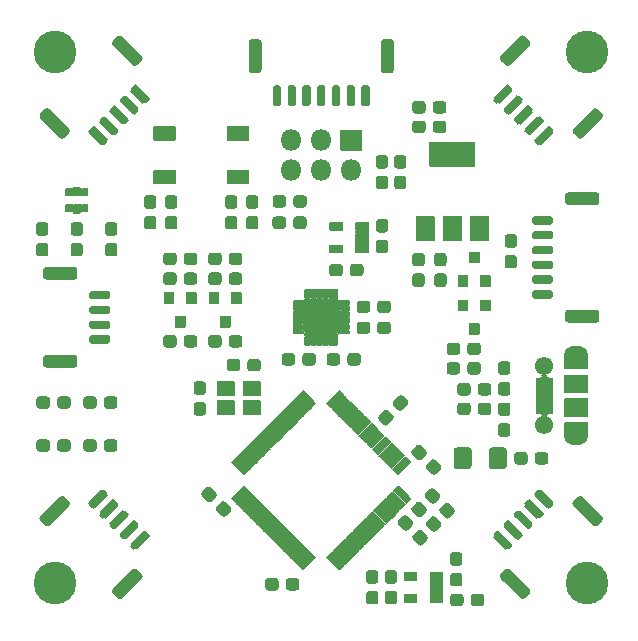
<source format=gbr>
G04 #@! TF.GenerationSoftware,KiCad,Pcbnew,(5.1.8)-1*
G04 #@! TF.CreationDate,2021-01-03T13:20:31-07:00*
G04 #@! TF.ProjectId,Flight-Controller-PCB,466c6967-6874-42d4-936f-6e74726f6c6c,rev?*
G04 #@! TF.SameCoordinates,Original*
G04 #@! TF.FileFunction,Soldermask,Top*
G04 #@! TF.FilePolarity,Negative*
%FSLAX46Y46*%
G04 Gerber Fmt 4.6, Leading zero omitted, Abs format (unit mm)*
G04 Created by KiCad (PCBNEW (5.1.8)-1) date 2021-01-03 13:20:31*
%MOMM*%
%LPD*%
G01*
G04 APERTURE LIST*
%ADD10C,3.602000*%
%ADD11O,1.802000X1.802000*%
%ADD12C,1.552000*%
%ADD13O,2.002000X1.302000*%
%ADD14C,0.100000*%
G04 APERTURE END LIST*
D10*
X111402000Y-91798000D03*
X66398000Y-91798000D03*
X66398000Y-136800000D03*
X111402000Y-136800000D03*
G36*
G01*
X94545666Y-137459000D02*
X95071666Y-137459000D01*
G75*
G02*
X95334666Y-137722000I0J-263000D01*
G01*
X95334666Y-138348000D01*
G75*
G02*
X95071666Y-138611000I-263000J0D01*
G01*
X94545666Y-138611000D01*
G75*
G02*
X94282666Y-138348000I0J263000D01*
G01*
X94282666Y-137722000D01*
G75*
G02*
X94545666Y-137459000I263000J0D01*
G01*
G37*
G36*
G01*
X94545666Y-135709000D02*
X95071666Y-135709000D01*
G75*
G02*
X95334666Y-135972000I0J-263000D01*
G01*
X95334666Y-136598000D01*
G75*
G02*
X95071666Y-136861000I-263000J0D01*
G01*
X94545666Y-136861000D01*
G75*
G02*
X94282666Y-136598000I0J263000D01*
G01*
X94282666Y-135972000D01*
G75*
G02*
X94545666Y-135709000I263000J0D01*
G01*
G37*
G36*
G01*
X92955000Y-135709000D02*
X93481000Y-135709000D01*
G75*
G02*
X93744000Y-135972000I0J-263000D01*
G01*
X93744000Y-136598000D01*
G75*
G02*
X93481000Y-136861000I-263000J0D01*
G01*
X92955000Y-136861000D01*
G75*
G02*
X92692000Y-136598000I0J263000D01*
G01*
X92692000Y-135972000D01*
G75*
G02*
X92955000Y-135709000I263000J0D01*
G01*
G37*
G36*
G01*
X92955000Y-137459000D02*
X93481000Y-137459000D01*
G75*
G02*
X93744000Y-137722000I0J-263000D01*
G01*
X93744000Y-138348000D01*
G75*
G02*
X93481000Y-138611000I-263000J0D01*
G01*
X92955000Y-138611000D01*
G75*
G02*
X92692000Y-138348000I0J263000D01*
G01*
X92692000Y-137722000D01*
G75*
G02*
X92955000Y-137459000I263000J0D01*
G01*
G37*
G36*
G01*
X88446000Y-117593000D02*
X88446000Y-118119000D01*
G75*
G02*
X88183000Y-118382000I-263000J0D01*
G01*
X87557000Y-118382000D01*
G75*
G02*
X87294000Y-118119000I0J263000D01*
G01*
X87294000Y-117593000D01*
G75*
G02*
X87557000Y-117330000I263000J0D01*
G01*
X88183000Y-117330000D01*
G75*
G02*
X88446000Y-117593000I0J-263000D01*
G01*
G37*
G36*
G01*
X86696000Y-117593000D02*
X86696000Y-118119000D01*
G75*
G02*
X86433000Y-118382000I-263000J0D01*
G01*
X85807000Y-118382000D01*
G75*
G02*
X85544000Y-118119000I0J263000D01*
G01*
X85544000Y-117593000D01*
G75*
G02*
X85807000Y-117330000I263000J0D01*
G01*
X86433000Y-117330000D01*
G75*
G02*
X86696000Y-117593000I0J-263000D01*
G01*
G37*
G36*
G01*
X91104000Y-118119000D02*
X91104000Y-117593000D01*
G75*
G02*
X91367000Y-117330000I263000J0D01*
G01*
X91993000Y-117330000D01*
G75*
G02*
X92256000Y-117593000I0J-263000D01*
G01*
X92256000Y-118119000D01*
G75*
G02*
X91993000Y-118382000I-263000J0D01*
G01*
X91367000Y-118382000D01*
G75*
G02*
X91104000Y-118119000I0J263000D01*
G01*
G37*
G36*
G01*
X89354000Y-118119000D02*
X89354000Y-117593000D01*
G75*
G02*
X89617000Y-117330000I263000J0D01*
G01*
X90243000Y-117330000D01*
G75*
G02*
X90506000Y-117593000I0J-263000D01*
G01*
X90506000Y-118119000D01*
G75*
G02*
X90243000Y-118382000I-263000J0D01*
G01*
X89617000Y-118382000D01*
G75*
G02*
X89354000Y-118119000I0J263000D01*
G01*
G37*
G36*
G01*
X91894000Y-115452000D02*
X91894000Y-114926000D01*
G75*
G02*
X92157000Y-114663000I263000J0D01*
G01*
X92783000Y-114663000D01*
G75*
G02*
X93046000Y-114926000I0J-263000D01*
G01*
X93046000Y-115452000D01*
G75*
G02*
X92783000Y-115715000I-263000J0D01*
G01*
X92157000Y-115715000D01*
G75*
G02*
X91894000Y-115452000I0J263000D01*
G01*
G37*
G36*
G01*
X93644000Y-115452000D02*
X93644000Y-114926000D01*
G75*
G02*
X93907000Y-114663000I263000J0D01*
G01*
X94533000Y-114663000D01*
G75*
G02*
X94796000Y-114926000I0J-263000D01*
G01*
X94796000Y-115452000D01*
G75*
G02*
X94533000Y-115715000I-263000J0D01*
G01*
X93907000Y-115715000D01*
G75*
G02*
X93644000Y-115452000I0J263000D01*
G01*
G37*
G36*
G01*
X93046000Y-113148000D02*
X93046000Y-113674000D01*
G75*
G02*
X92783000Y-113937000I-263000J0D01*
G01*
X92157000Y-113937000D01*
G75*
G02*
X91894000Y-113674000I0J263000D01*
G01*
X91894000Y-113148000D01*
G75*
G02*
X92157000Y-112885000I263000J0D01*
G01*
X92783000Y-112885000D01*
G75*
G02*
X93046000Y-113148000I0J-263000D01*
G01*
G37*
G36*
G01*
X94796000Y-113148000D02*
X94796000Y-113674000D01*
G75*
G02*
X94533000Y-113937000I-263000J0D01*
G01*
X93907000Y-113937000D01*
G75*
G02*
X93644000Y-113674000I0J263000D01*
G01*
X93644000Y-113148000D01*
G75*
G02*
X93907000Y-112885000I263000J0D01*
G01*
X94533000Y-112885000D01*
G75*
G02*
X94796000Y-113148000I0J-263000D01*
G01*
G37*
G36*
G01*
X78887216Y-122626949D02*
X78361216Y-122626949D01*
G75*
G02*
X78098216Y-122363949I0J263000D01*
G01*
X78098216Y-121737949D01*
G75*
G02*
X78361216Y-121474949I263000J0D01*
G01*
X78887216Y-121474949D01*
G75*
G02*
X79150216Y-121737949I0J-263000D01*
G01*
X79150216Y-122363949D01*
G75*
G02*
X78887216Y-122626949I-263000J0D01*
G01*
G37*
G36*
G01*
X78887216Y-120876949D02*
X78361216Y-120876949D01*
G75*
G02*
X78098216Y-120613949I0J263000D01*
G01*
X78098216Y-119987949D01*
G75*
G02*
X78361216Y-119724949I263000J0D01*
G01*
X78887216Y-119724949D01*
G75*
G02*
X79150216Y-119987949I0J-263000D01*
G01*
X79150216Y-120613949D01*
G75*
G02*
X78887216Y-120876949I-263000J0D01*
G01*
G37*
G36*
G01*
X82642214Y-118608949D02*
X82642214Y-118082949D01*
G75*
G02*
X82905214Y-117819949I263000J0D01*
G01*
X83531214Y-117819949D01*
G75*
G02*
X83794214Y-118082949I0J-263000D01*
G01*
X83794214Y-118608949D01*
G75*
G02*
X83531214Y-118871949I-263000J0D01*
G01*
X82905214Y-118871949D01*
G75*
G02*
X82642214Y-118608949I0J263000D01*
G01*
G37*
G36*
G01*
X80892214Y-118608949D02*
X80892214Y-118082949D01*
G75*
G02*
X81155214Y-117819949I263000J0D01*
G01*
X81781214Y-117819949D01*
G75*
G02*
X82044214Y-118082949I0J-263000D01*
G01*
X82044214Y-118608949D01*
G75*
G02*
X81781214Y-118871949I-263000J0D01*
G01*
X81155214Y-118871949D01*
G75*
G02*
X80892214Y-118608949I0J263000D01*
G01*
G37*
G36*
G01*
X96672455Y-132731394D02*
X97044394Y-132359455D01*
G75*
G02*
X97416332Y-132359455I185969J-185969D01*
G01*
X97858981Y-132802104D01*
G75*
G02*
X97858981Y-133174042I-185969J-185969D01*
G01*
X97487042Y-133545981D01*
G75*
G02*
X97115104Y-133545981I-185969J185969D01*
G01*
X96672455Y-133103332D01*
G75*
G02*
X96672455Y-132731394I185969J185969D01*
G01*
G37*
G36*
G01*
X95435019Y-131493958D02*
X95806958Y-131122019D01*
G75*
G02*
X96178896Y-131122019I185969J-185969D01*
G01*
X96621545Y-131564668D01*
G75*
G02*
X96621545Y-131936606I-185969J-185969D01*
G01*
X96249606Y-132308545D01*
G75*
G02*
X95877668Y-132308545I-185969J185969D01*
G01*
X95435019Y-131865896D01*
G75*
G02*
X95435019Y-131493958I185969J185969D01*
G01*
G37*
G36*
G01*
X94155958Y-123385981D02*
X93784019Y-123014042D01*
G75*
G02*
X93784019Y-122642104I185969J185969D01*
G01*
X94226668Y-122199455D01*
G75*
G02*
X94598606Y-122199455I185969J-185969D01*
G01*
X94970545Y-122571394D01*
G75*
G02*
X94970545Y-122943332I-185969J-185969D01*
G01*
X94527896Y-123385981D01*
G75*
G02*
X94155958Y-123385981I-185969J185969D01*
G01*
G37*
G36*
G01*
X95393394Y-122148545D02*
X95021455Y-121776606D01*
G75*
G02*
X95021455Y-121404668I185969J185969D01*
G01*
X95464104Y-120962019D01*
G75*
G02*
X95836042Y-120962019I185969J-185969D01*
G01*
X96207981Y-121333958D01*
G75*
G02*
X96207981Y-121705896I-185969J-185969D01*
G01*
X95765332Y-122148545D01*
G75*
G02*
X95393394Y-122148545I-185969J185969D01*
G01*
G37*
G36*
G01*
X81221981Y-130761042D02*
X80850042Y-131132981D01*
G75*
G02*
X80478104Y-131132981I-185969J185969D01*
G01*
X80035455Y-130690332D01*
G75*
G02*
X80035455Y-130318394I185969J185969D01*
G01*
X80407394Y-129946455D01*
G75*
G02*
X80779332Y-129946455I185969J-185969D01*
G01*
X81221981Y-130389104D01*
G75*
G02*
X81221981Y-130761042I-185969J-185969D01*
G01*
G37*
G36*
G01*
X79984545Y-129523606D02*
X79612606Y-129895545D01*
G75*
G02*
X79240668Y-129895545I-185969J185969D01*
G01*
X78798019Y-129452896D01*
G75*
G02*
X78798019Y-129080958I185969J185969D01*
G01*
X79169958Y-128709019D01*
G75*
G02*
X79541896Y-128709019I185969J-185969D01*
G01*
X79984545Y-129151668D01*
G75*
G02*
X79984545Y-129523606I-185969J-185969D01*
G01*
G37*
G36*
G01*
X97815455Y-131588394D02*
X98187394Y-131216455D01*
G75*
G02*
X98559332Y-131216455I185969J-185969D01*
G01*
X99001981Y-131659104D01*
G75*
G02*
X99001981Y-132031042I-185969J-185969D01*
G01*
X98630042Y-132402981D01*
G75*
G02*
X98258104Y-132402981I-185969J185969D01*
G01*
X97815455Y-131960332D01*
G75*
G02*
X97815455Y-131588394I185969J185969D01*
G01*
G37*
G36*
G01*
X96578019Y-130350958D02*
X96949958Y-129979019D01*
G75*
G02*
X97321896Y-129979019I185969J-185969D01*
G01*
X97764545Y-130421668D01*
G75*
G02*
X97764545Y-130793606I-185969J-185969D01*
G01*
X97392606Y-131165545D01*
G75*
G02*
X97020668Y-131165545I-185969J185969D01*
G01*
X96578019Y-130722896D01*
G75*
G02*
X96578019Y-130350958I185969J185969D01*
G01*
G37*
G36*
G01*
X82795000Y-103959000D02*
X83321000Y-103959000D01*
G75*
G02*
X83584000Y-104222000I0J-263000D01*
G01*
X83584000Y-104848000D01*
G75*
G02*
X83321000Y-105111000I-263000J0D01*
G01*
X82795000Y-105111000D01*
G75*
G02*
X82532000Y-104848000I0J263000D01*
G01*
X82532000Y-104222000D01*
G75*
G02*
X82795000Y-103959000I263000J0D01*
G01*
G37*
G36*
G01*
X82795000Y-105709000D02*
X83321000Y-105709000D01*
G75*
G02*
X83584000Y-105972000I0J-263000D01*
G01*
X83584000Y-106598000D01*
G75*
G02*
X83321000Y-106861000I-263000J0D01*
G01*
X82795000Y-106861000D01*
G75*
G02*
X82532000Y-106598000I0J263000D01*
G01*
X82532000Y-105972000D01*
G75*
G02*
X82795000Y-105709000I263000J0D01*
G01*
G37*
G36*
G01*
X81017000Y-105709000D02*
X81543000Y-105709000D01*
G75*
G02*
X81806000Y-105972000I0J-263000D01*
G01*
X81806000Y-106598000D01*
G75*
G02*
X81543000Y-106861000I-263000J0D01*
G01*
X81017000Y-106861000D01*
G75*
G02*
X80754000Y-106598000I0J263000D01*
G01*
X80754000Y-105972000D01*
G75*
G02*
X81017000Y-105709000I263000J0D01*
G01*
G37*
G36*
G01*
X81017000Y-103959000D02*
X81543000Y-103959000D01*
G75*
G02*
X81806000Y-104222000I0J-263000D01*
G01*
X81806000Y-104848000D01*
G75*
G02*
X81543000Y-105111000I-263000J0D01*
G01*
X81017000Y-105111000D01*
G75*
G02*
X80754000Y-104848000I0J263000D01*
G01*
X80754000Y-104222000D01*
G75*
G02*
X81017000Y-103959000I263000J0D01*
G01*
G37*
G36*
G01*
X100666000Y-116704000D02*
X100666000Y-117230000D01*
G75*
G02*
X100403000Y-117493000I-263000J0D01*
G01*
X99777000Y-117493000D01*
G75*
G02*
X99514000Y-117230000I0J263000D01*
G01*
X99514000Y-116704000D01*
G75*
G02*
X99777000Y-116441000I263000J0D01*
G01*
X100403000Y-116441000D01*
G75*
G02*
X100666000Y-116704000I0J-263000D01*
G01*
G37*
G36*
G01*
X102416000Y-116704000D02*
X102416000Y-117230000D01*
G75*
G02*
X102153000Y-117493000I-263000J0D01*
G01*
X101527000Y-117493000D01*
G75*
G02*
X101264000Y-117230000I0J263000D01*
G01*
X101264000Y-116704000D01*
G75*
G02*
X101527000Y-116441000I263000J0D01*
G01*
X102153000Y-116441000D01*
G75*
G02*
X102416000Y-116704000I0J-263000D01*
G01*
G37*
G36*
G01*
X99247000Y-109987000D02*
X98721000Y-109987000D01*
G75*
G02*
X98458000Y-109724000I0J263000D01*
G01*
X98458000Y-109098000D01*
G75*
G02*
X98721000Y-108835000I263000J0D01*
G01*
X99247000Y-108835000D01*
G75*
G02*
X99510000Y-109098000I0J-263000D01*
G01*
X99510000Y-109724000D01*
G75*
G02*
X99247000Y-109987000I-263000J0D01*
G01*
G37*
G36*
G01*
X99247000Y-111737000D02*
X98721000Y-111737000D01*
G75*
G02*
X98458000Y-111474000I0J263000D01*
G01*
X98458000Y-110848000D01*
G75*
G02*
X98721000Y-110585000I263000J0D01*
G01*
X99247000Y-110585000D01*
G75*
G02*
X99510000Y-110848000I0J-263000D01*
G01*
X99510000Y-111474000D01*
G75*
G02*
X99247000Y-111737000I-263000J0D01*
G01*
G37*
G36*
G01*
X97397000Y-109987000D02*
X96871000Y-109987000D01*
G75*
G02*
X96608000Y-109724000I0J263000D01*
G01*
X96608000Y-109098000D01*
G75*
G02*
X96871000Y-108835000I263000J0D01*
G01*
X97397000Y-108835000D01*
G75*
G02*
X97660000Y-109098000I0J-263000D01*
G01*
X97660000Y-109724000D01*
G75*
G02*
X97397000Y-109987000I-263000J0D01*
G01*
G37*
G36*
G01*
X97397000Y-111737000D02*
X96871000Y-111737000D01*
G75*
G02*
X96608000Y-111474000I0J263000D01*
G01*
X96608000Y-110848000D01*
G75*
G02*
X96871000Y-110585000I263000J0D01*
G01*
X97397000Y-110585000D01*
G75*
G02*
X97660000Y-110848000I0J-263000D01*
G01*
X97660000Y-111474000D01*
G75*
G02*
X97397000Y-111737000I-263000J0D01*
G01*
G37*
G36*
G01*
X94316500Y-108870000D02*
X93790500Y-108870000D01*
G75*
G02*
X93527500Y-108607000I0J263000D01*
G01*
X93527500Y-107981000D01*
G75*
G02*
X93790500Y-107718000I263000J0D01*
G01*
X94316500Y-107718000D01*
G75*
G02*
X94579500Y-107981000I0J-263000D01*
G01*
X94579500Y-108607000D01*
G75*
G02*
X94316500Y-108870000I-263000J0D01*
G01*
G37*
G36*
G01*
X94316500Y-107120000D02*
X93790500Y-107120000D01*
G75*
G02*
X93527500Y-106857000I0J263000D01*
G01*
X93527500Y-106231000D01*
G75*
G02*
X93790500Y-105968000I263000J0D01*
G01*
X94316500Y-105968000D01*
G75*
G02*
X94579500Y-106231000I0J-263000D01*
G01*
X94579500Y-106857000D01*
G75*
G02*
X94316500Y-107120000I-263000J0D01*
G01*
G37*
G36*
G01*
X93778333Y-100563000D02*
X94304333Y-100563000D01*
G75*
G02*
X94567333Y-100826000I0J-263000D01*
G01*
X94567333Y-101452000D01*
G75*
G02*
X94304333Y-101715000I-263000J0D01*
G01*
X93778333Y-101715000D01*
G75*
G02*
X93515333Y-101452000I0J263000D01*
G01*
X93515333Y-100826000D01*
G75*
G02*
X93778333Y-100563000I263000J0D01*
G01*
G37*
G36*
G01*
X93778333Y-102313000D02*
X94304333Y-102313000D01*
G75*
G02*
X94567333Y-102576000I0J-263000D01*
G01*
X94567333Y-103202000D01*
G75*
G02*
X94304333Y-103465000I-263000J0D01*
G01*
X93778333Y-103465000D01*
G75*
G02*
X93515333Y-103202000I0J263000D01*
G01*
X93515333Y-102576000D01*
G75*
G02*
X93778333Y-102313000I263000J0D01*
G01*
G37*
G36*
G01*
X106979000Y-126501000D02*
X106979000Y-125975000D01*
G75*
G02*
X107242000Y-125712000I263000J0D01*
G01*
X107868000Y-125712000D01*
G75*
G02*
X108131000Y-125975000I0J-263000D01*
G01*
X108131000Y-126501000D01*
G75*
G02*
X107868000Y-126764000I-263000J0D01*
G01*
X107242000Y-126764000D01*
G75*
G02*
X106979000Y-126501000I0J263000D01*
G01*
G37*
G36*
G01*
X105229000Y-126501000D02*
X105229000Y-125975000D01*
G75*
G02*
X105492000Y-125712000I263000J0D01*
G01*
X106118000Y-125712000D01*
G75*
G02*
X106381000Y-125975000I0J-263000D01*
G01*
X106381000Y-126501000D01*
G75*
G02*
X106118000Y-126764000I-263000J0D01*
G01*
X105492000Y-126764000D01*
G75*
G02*
X105229000Y-126501000I0J263000D01*
G01*
G37*
G36*
G01*
X95324666Y-100563000D02*
X95850666Y-100563000D01*
G75*
G02*
X96113666Y-100826000I0J-263000D01*
G01*
X96113666Y-101452000D01*
G75*
G02*
X95850666Y-101715000I-263000J0D01*
G01*
X95324666Y-101715000D01*
G75*
G02*
X95061666Y-101452000I0J263000D01*
G01*
X95061666Y-100826000D01*
G75*
G02*
X95324666Y-100563000I263000J0D01*
G01*
G37*
G36*
G01*
X95324666Y-102313000D02*
X95850666Y-102313000D01*
G75*
G02*
X96113666Y-102576000I0J-263000D01*
G01*
X96113666Y-103202000D01*
G75*
G02*
X95850666Y-103465000I-263000J0D01*
G01*
X95324666Y-103465000D01*
G75*
G02*
X95061666Y-103202000I0J263000D01*
G01*
X95061666Y-102576000D01*
G75*
G02*
X95324666Y-102313000I263000J0D01*
G01*
G37*
G36*
G01*
X89578500Y-110562500D02*
X89578500Y-110036500D01*
G75*
G02*
X89841500Y-109773500I263000J0D01*
G01*
X90467500Y-109773500D01*
G75*
G02*
X90730500Y-110036500I0J-263000D01*
G01*
X90730500Y-110562500D01*
G75*
G02*
X90467500Y-110825500I-263000J0D01*
G01*
X89841500Y-110825500D01*
G75*
G02*
X89578500Y-110562500I0J263000D01*
G01*
G37*
G36*
G01*
X91328500Y-110562500D02*
X91328500Y-110036500D01*
G75*
G02*
X91591500Y-109773500I263000J0D01*
G01*
X92217500Y-109773500D01*
G75*
G02*
X92480500Y-110036500I0J-263000D01*
G01*
X92480500Y-110562500D01*
G75*
G02*
X92217500Y-110825500I-263000J0D01*
G01*
X91591500Y-110825500D01*
G75*
G02*
X91328500Y-110562500I0J263000D01*
G01*
G37*
G36*
G01*
X67951000Y-104743000D02*
X68451000Y-104743000D01*
G75*
G02*
X68502000Y-104794000I0J-51000D01*
G01*
X68502000Y-105494000D01*
G75*
G02*
X68451000Y-105545000I-51000J0D01*
G01*
X67951000Y-105545000D01*
G75*
G02*
X67900000Y-105494000I0J51000D01*
G01*
X67900000Y-104794000D01*
G75*
G02*
X67951000Y-104743000I51000J0D01*
G01*
G37*
G36*
G01*
X67276000Y-104743000D02*
X67676000Y-104743000D01*
G75*
G02*
X67727000Y-104794000I0J-51000D01*
G01*
X67727000Y-105344000D01*
G75*
G02*
X67676000Y-105395000I-51000J0D01*
G01*
X67276000Y-105395000D01*
G75*
G02*
X67225000Y-105344000I0J51000D01*
G01*
X67225000Y-104794000D01*
G75*
G02*
X67276000Y-104743000I51000J0D01*
G01*
G37*
G36*
G01*
X67951000Y-103243000D02*
X68451000Y-103243000D01*
G75*
G02*
X68502000Y-103294000I0J-51000D01*
G01*
X68502000Y-103994000D01*
G75*
G02*
X68451000Y-104045000I-51000J0D01*
G01*
X67951000Y-104045000D01*
G75*
G02*
X67900000Y-103994000I0J51000D01*
G01*
X67900000Y-103294000D01*
G75*
G02*
X67951000Y-103243000I51000J0D01*
G01*
G37*
G36*
G01*
X67276000Y-103393000D02*
X67676000Y-103393000D01*
G75*
G02*
X67727000Y-103444000I0J-51000D01*
G01*
X67727000Y-103994000D01*
G75*
G02*
X67676000Y-104045000I-51000J0D01*
G01*
X67276000Y-104045000D01*
G75*
G02*
X67225000Y-103994000I0J51000D01*
G01*
X67225000Y-103444000D01*
G75*
G02*
X67276000Y-103393000I51000J0D01*
G01*
G37*
G36*
G01*
X68726000Y-104743000D02*
X69126000Y-104743000D01*
G75*
G02*
X69177000Y-104794000I0J-51000D01*
G01*
X69177000Y-105344000D01*
G75*
G02*
X69126000Y-105395000I-51000J0D01*
G01*
X68726000Y-105395000D01*
G75*
G02*
X68675000Y-105344000I0J51000D01*
G01*
X68675000Y-104794000D01*
G75*
G02*
X68726000Y-104743000I51000J0D01*
G01*
G37*
G36*
G01*
X68726000Y-103393000D02*
X69126000Y-103393000D01*
G75*
G02*
X69177000Y-103444000I0J-51000D01*
G01*
X69177000Y-103994000D01*
G75*
G02*
X69126000Y-104045000I-51000J0D01*
G01*
X68726000Y-104045000D01*
G75*
G02*
X68675000Y-103994000I0J51000D01*
G01*
X68675000Y-103444000D01*
G75*
G02*
X68726000Y-103393000I51000J0D01*
G01*
G37*
G36*
G01*
X98343000Y-96783000D02*
X98343000Y-96257000D01*
G75*
G02*
X98606000Y-95994000I263000J0D01*
G01*
X99232000Y-95994000D01*
G75*
G02*
X99495000Y-96257000I0J-263000D01*
G01*
X99495000Y-96783000D01*
G75*
G02*
X99232000Y-97046000I-263000J0D01*
G01*
X98606000Y-97046000D01*
G75*
G02*
X98343000Y-96783000I0J263000D01*
G01*
G37*
G36*
G01*
X96593000Y-96783000D02*
X96593000Y-96257000D01*
G75*
G02*
X96856000Y-95994000I263000J0D01*
G01*
X97482000Y-95994000D01*
G75*
G02*
X97745000Y-96257000I0J-263000D01*
G01*
X97745000Y-96783000D01*
G75*
G02*
X97482000Y-97046000I-263000J0D01*
G01*
X96856000Y-97046000D01*
G75*
G02*
X96593000Y-96783000I0J263000D01*
G01*
G37*
G36*
G01*
X87670000Y-106027000D02*
X87670000Y-106553000D01*
G75*
G02*
X87407000Y-106816000I-263000J0D01*
G01*
X86781000Y-106816000D01*
G75*
G02*
X86518000Y-106553000I0J263000D01*
G01*
X86518000Y-106027000D01*
G75*
G02*
X86781000Y-105764000I263000J0D01*
G01*
X87407000Y-105764000D01*
G75*
G02*
X87670000Y-106027000I0J-263000D01*
G01*
G37*
G36*
G01*
X85920000Y-106027000D02*
X85920000Y-106553000D01*
G75*
G02*
X85657000Y-106816000I-263000J0D01*
G01*
X85031000Y-106816000D01*
G75*
G02*
X84768000Y-106553000I0J263000D01*
G01*
X84768000Y-106027000D01*
G75*
G02*
X85031000Y-105764000I263000J0D01*
G01*
X85657000Y-105764000D01*
G75*
G02*
X85920000Y-106027000I0J-263000D01*
G01*
G37*
G36*
G01*
X74159000Y-105709000D02*
X74685000Y-105709000D01*
G75*
G02*
X74948000Y-105972000I0J-263000D01*
G01*
X74948000Y-106598000D01*
G75*
G02*
X74685000Y-106861000I-263000J0D01*
G01*
X74159000Y-106861000D01*
G75*
G02*
X73896000Y-106598000I0J263000D01*
G01*
X73896000Y-105972000D01*
G75*
G02*
X74159000Y-105709000I263000J0D01*
G01*
G37*
G36*
G01*
X74159000Y-103959000D02*
X74685000Y-103959000D01*
G75*
G02*
X74948000Y-104222000I0J-263000D01*
G01*
X74948000Y-104848000D01*
G75*
G02*
X74685000Y-105111000I-263000J0D01*
G01*
X74159000Y-105111000D01*
G75*
G02*
X73896000Y-104848000I0J263000D01*
G01*
X73896000Y-104222000D01*
G75*
G02*
X74159000Y-103959000I263000J0D01*
G01*
G37*
G36*
G01*
X64792000Y-121778341D02*
X64792000Y-121252341D01*
G75*
G02*
X65055000Y-120989341I263000J0D01*
G01*
X65681000Y-120989341D01*
G75*
G02*
X65944000Y-121252341I0J-263000D01*
G01*
X65944000Y-121778341D01*
G75*
G02*
X65681000Y-122041341I-263000J0D01*
G01*
X65055000Y-122041341D01*
G75*
G02*
X64792000Y-121778341I0J263000D01*
G01*
G37*
G36*
G01*
X66542000Y-121778341D02*
X66542000Y-121252341D01*
G75*
G02*
X66805000Y-120989341I263000J0D01*
G01*
X67431000Y-120989341D01*
G75*
G02*
X67694000Y-121252341I0J-263000D01*
G01*
X67694000Y-121778341D01*
G75*
G02*
X67431000Y-122041341I-263000J0D01*
G01*
X66805000Y-122041341D01*
G75*
G02*
X66542000Y-121778341I0J263000D01*
G01*
G37*
G36*
G01*
X66542000Y-125421500D02*
X66542000Y-124895500D01*
G75*
G02*
X66805000Y-124632500I263000J0D01*
G01*
X67431000Y-124632500D01*
G75*
G02*
X67694000Y-124895500I0J-263000D01*
G01*
X67694000Y-125421500D01*
G75*
G02*
X67431000Y-125684500I-263000J0D01*
G01*
X66805000Y-125684500D01*
G75*
G02*
X66542000Y-125421500I0J263000D01*
G01*
G37*
G36*
G01*
X64792000Y-125421500D02*
X64792000Y-124895500D01*
G75*
G02*
X65055000Y-124632500I263000J0D01*
G01*
X65681000Y-124632500D01*
G75*
G02*
X65944000Y-124895500I0J-263000D01*
G01*
X65944000Y-125421500D01*
G75*
G02*
X65681000Y-125684500I-263000J0D01*
G01*
X65055000Y-125684500D01*
G75*
G02*
X64792000Y-125421500I0J263000D01*
G01*
G37*
G36*
G01*
X104613000Y-125579894D02*
X104613000Y-126896106D01*
G75*
G02*
X104345106Y-127164000I-267894J0D01*
G01*
X103353894Y-127164000D01*
G75*
G02*
X103086000Y-126896106I0J267894D01*
G01*
X103086000Y-125579894D01*
G75*
G02*
X103353894Y-125312000I267894J0D01*
G01*
X104345106Y-125312000D01*
G75*
G02*
X104613000Y-125579894I0J-267894D01*
G01*
G37*
G36*
G01*
X101638000Y-125579894D02*
X101638000Y-126896106D01*
G75*
G02*
X101370106Y-127164000I-267894J0D01*
G01*
X100378894Y-127164000D01*
G75*
G02*
X100111000Y-126896106I0J267894D01*
G01*
X100111000Y-125579894D01*
G75*
G02*
X100378894Y-125312000I267894J0D01*
G01*
X101370106Y-125312000D01*
G75*
G02*
X101638000Y-125579894I0J-267894D01*
G01*
G37*
G36*
G01*
X72927553Y-92954956D02*
X71265145Y-91292548D01*
G75*
G02*
X71265145Y-90902932I194808J194808D01*
G01*
X71654761Y-90513316D01*
G75*
G02*
X72044377Y-90513316I194808J-194808D01*
G01*
X73706785Y-92175724D01*
G75*
G02*
X73706785Y-92565340I-194808J-194808D01*
G01*
X73317169Y-92954956D01*
G75*
G02*
X72927553Y-92954956I-194808J194808D01*
G01*
G37*
G36*
G01*
X66775724Y-99106785D02*
X65113316Y-97444377D01*
G75*
G02*
X65113316Y-97054761I194808J194808D01*
G01*
X65502932Y-96665145D01*
G75*
G02*
X65892548Y-96665145I194808J-194808D01*
G01*
X67554956Y-98327553D01*
G75*
G02*
X67554956Y-98717169I-194808J-194808D01*
G01*
X67165340Y-99106785D01*
G75*
G02*
X66775724Y-99106785I-194808J194808D01*
G01*
G37*
G36*
G01*
X73811437Y-96172291D02*
X72785425Y-95146279D01*
G75*
G02*
X72785425Y-94898085I124097J124097D01*
G01*
X73033619Y-94649891D01*
G75*
G02*
X73281813Y-94649891I124097J-124097D01*
G01*
X74307825Y-95675903D01*
G75*
G02*
X74307825Y-95924097I-124097J-124097D01*
G01*
X74059631Y-96172291D01*
G75*
G02*
X73811437Y-96172291I-124097J124097D01*
G01*
G37*
G36*
G01*
X72927554Y-97056175D02*
X71901542Y-96030163D01*
G75*
G02*
X71901542Y-95781969I124097J124097D01*
G01*
X72149736Y-95533775D01*
G75*
G02*
X72397930Y-95533775I124097J-124097D01*
G01*
X73423942Y-96559787D01*
G75*
G02*
X73423942Y-96807981I-124097J-124097D01*
G01*
X73175748Y-97056175D01*
G75*
G02*
X72927554Y-97056175I-124097J124097D01*
G01*
G37*
G36*
G01*
X72043670Y-97940058D02*
X71017658Y-96914046D01*
G75*
G02*
X71017658Y-96665852I124097J124097D01*
G01*
X71265852Y-96417658D01*
G75*
G02*
X71514046Y-96417658I124097J-124097D01*
G01*
X72540058Y-97443670D01*
G75*
G02*
X72540058Y-97691864I-124097J-124097D01*
G01*
X72291864Y-97940058D01*
G75*
G02*
X72043670Y-97940058I-124097J124097D01*
G01*
G37*
G36*
G01*
X71159787Y-98823942D02*
X70133775Y-97797930D01*
G75*
G02*
X70133775Y-97549736I124097J124097D01*
G01*
X70381969Y-97301542D01*
G75*
G02*
X70630163Y-97301542I124097J-124097D01*
G01*
X71656175Y-98327554D01*
G75*
G02*
X71656175Y-98575748I-124097J-124097D01*
G01*
X71407981Y-98823942D01*
G75*
G02*
X71159787Y-98823942I-124097J124097D01*
G01*
G37*
G36*
G01*
X70275903Y-99707825D02*
X69249891Y-98681813D01*
G75*
G02*
X69249891Y-98433619I124097J124097D01*
G01*
X69498085Y-98185425D01*
G75*
G02*
X69746279Y-98185425I124097J-124097D01*
G01*
X70772291Y-99211437D01*
G75*
G02*
X70772291Y-99459631I-124097J-124097D01*
G01*
X70524097Y-99707825D01*
G75*
G02*
X70275903Y-99707825I-124097J124097D01*
G01*
G37*
G36*
G01*
X84799000Y-96271500D02*
X84799000Y-94820500D01*
G75*
G02*
X84974500Y-94645000I175500J0D01*
G01*
X85325500Y-94645000D01*
G75*
G02*
X85501000Y-94820500I0J-175500D01*
G01*
X85501000Y-96271500D01*
G75*
G02*
X85325500Y-96447000I-175500J0D01*
G01*
X84974500Y-96447000D01*
G75*
G02*
X84799000Y-96271500I0J175500D01*
G01*
G37*
G36*
G01*
X86049000Y-96271500D02*
X86049000Y-94820500D01*
G75*
G02*
X86224500Y-94645000I175500J0D01*
G01*
X86575500Y-94645000D01*
G75*
G02*
X86751000Y-94820500I0J-175500D01*
G01*
X86751000Y-96271500D01*
G75*
G02*
X86575500Y-96447000I-175500J0D01*
G01*
X86224500Y-96447000D01*
G75*
G02*
X86049000Y-96271500I0J175500D01*
G01*
G37*
G36*
G01*
X87299000Y-96271500D02*
X87299000Y-94820500D01*
G75*
G02*
X87474500Y-94645000I175500J0D01*
G01*
X87825500Y-94645000D01*
G75*
G02*
X88001000Y-94820500I0J-175500D01*
G01*
X88001000Y-96271500D01*
G75*
G02*
X87825500Y-96447000I-175500J0D01*
G01*
X87474500Y-96447000D01*
G75*
G02*
X87299000Y-96271500I0J175500D01*
G01*
G37*
G36*
G01*
X88549000Y-96271500D02*
X88549000Y-94820500D01*
G75*
G02*
X88724500Y-94645000I175500J0D01*
G01*
X89075500Y-94645000D01*
G75*
G02*
X89251000Y-94820500I0J-175500D01*
G01*
X89251000Y-96271500D01*
G75*
G02*
X89075500Y-96447000I-175500J0D01*
G01*
X88724500Y-96447000D01*
G75*
G02*
X88549000Y-96271500I0J175500D01*
G01*
G37*
G36*
G01*
X89799000Y-96271500D02*
X89799000Y-94820500D01*
G75*
G02*
X89974500Y-94645000I175500J0D01*
G01*
X90325500Y-94645000D01*
G75*
G02*
X90501000Y-94820500I0J-175500D01*
G01*
X90501000Y-96271500D01*
G75*
G02*
X90325500Y-96447000I-175500J0D01*
G01*
X89974500Y-96447000D01*
G75*
G02*
X89799000Y-96271500I0J175500D01*
G01*
G37*
G36*
G01*
X91049000Y-96271500D02*
X91049000Y-94820500D01*
G75*
G02*
X91224500Y-94645000I175500J0D01*
G01*
X91575500Y-94645000D01*
G75*
G02*
X91751000Y-94820500I0J-175500D01*
G01*
X91751000Y-96271500D01*
G75*
G02*
X91575500Y-96447000I-175500J0D01*
G01*
X91224500Y-96447000D01*
G75*
G02*
X91049000Y-96271500I0J175500D01*
G01*
G37*
G36*
G01*
X92299000Y-96271500D02*
X92299000Y-94820500D01*
G75*
G02*
X92474500Y-94645000I175500J0D01*
G01*
X92825500Y-94645000D01*
G75*
G02*
X93001000Y-94820500I0J-175500D01*
G01*
X93001000Y-96271500D01*
G75*
G02*
X92825500Y-96447000I-175500J0D01*
G01*
X92474500Y-96447000D01*
G75*
G02*
X92299000Y-96271500I0J175500D01*
G01*
G37*
G36*
G01*
X82749000Y-93371500D02*
X82749000Y-91020500D01*
G75*
G02*
X83024500Y-90745000I275500J0D01*
G01*
X83575500Y-90745000D01*
G75*
G02*
X83851000Y-91020500I0J-275500D01*
G01*
X83851000Y-93371500D01*
G75*
G02*
X83575500Y-93647000I-275500J0D01*
G01*
X83024500Y-93647000D01*
G75*
G02*
X82749000Y-93371500I0J275500D01*
G01*
G37*
G36*
G01*
X93949000Y-93371500D02*
X93949000Y-91020500D01*
G75*
G02*
X94224500Y-90745000I275500J0D01*
G01*
X94775500Y-90745000D01*
G75*
G02*
X95051000Y-91020500I0J-275500D01*
G01*
X95051000Y-93371500D01*
G75*
G02*
X94775500Y-93647000I-275500J0D01*
G01*
X94224500Y-93647000D01*
G75*
G02*
X93949000Y-93371500I0J275500D01*
G01*
G37*
G36*
G01*
X103492175Y-95675903D02*
X104518187Y-94649891D01*
G75*
G02*
X104766381Y-94649891I124097J-124097D01*
G01*
X105014575Y-94898085D01*
G75*
G02*
X105014575Y-95146279I-124097J-124097D01*
G01*
X103988563Y-96172291D01*
G75*
G02*
X103740369Y-96172291I-124097J124097D01*
G01*
X103492175Y-95924097D01*
G75*
G02*
X103492175Y-95675903I124097J124097D01*
G01*
G37*
G36*
G01*
X104376058Y-96559787D02*
X105402070Y-95533775D01*
G75*
G02*
X105650264Y-95533775I124097J-124097D01*
G01*
X105898458Y-95781969D01*
G75*
G02*
X105898458Y-96030163I-124097J-124097D01*
G01*
X104872446Y-97056175D01*
G75*
G02*
X104624252Y-97056175I-124097J124097D01*
G01*
X104376058Y-96807981D01*
G75*
G02*
X104376058Y-96559787I124097J124097D01*
G01*
G37*
G36*
G01*
X105259942Y-97443670D02*
X106285954Y-96417658D01*
G75*
G02*
X106534148Y-96417658I124097J-124097D01*
G01*
X106782342Y-96665852D01*
G75*
G02*
X106782342Y-96914046I-124097J-124097D01*
G01*
X105756330Y-97940058D01*
G75*
G02*
X105508136Y-97940058I-124097J124097D01*
G01*
X105259942Y-97691864D01*
G75*
G02*
X105259942Y-97443670I124097J124097D01*
G01*
G37*
G36*
G01*
X106143825Y-98327554D02*
X107169837Y-97301542D01*
G75*
G02*
X107418031Y-97301542I124097J-124097D01*
G01*
X107666225Y-97549736D01*
G75*
G02*
X107666225Y-97797930I-124097J-124097D01*
G01*
X106640213Y-98823942D01*
G75*
G02*
X106392019Y-98823942I-124097J124097D01*
G01*
X106143825Y-98575748D01*
G75*
G02*
X106143825Y-98327554I124097J124097D01*
G01*
G37*
G36*
G01*
X107027709Y-99211437D02*
X108053721Y-98185425D01*
G75*
G02*
X108301915Y-98185425I124097J-124097D01*
G01*
X108550109Y-98433619D01*
G75*
G02*
X108550109Y-98681813I-124097J-124097D01*
G01*
X107524097Y-99707825D01*
G75*
G02*
X107275903Y-99707825I-124097J124097D01*
G01*
X107027709Y-99459631D01*
G75*
G02*
X107027709Y-99211437I124097J124097D01*
G01*
G37*
G36*
G01*
X104093215Y-92175724D02*
X105755623Y-90513316D01*
G75*
G02*
X106145239Y-90513316I194808J-194808D01*
G01*
X106534855Y-90902932D01*
G75*
G02*
X106534855Y-91292548I-194808J-194808D01*
G01*
X104872447Y-92954956D01*
G75*
G02*
X104482831Y-92954956I-194808J194808D01*
G01*
X104093215Y-92565340D01*
G75*
G02*
X104093215Y-92175724I194808J194808D01*
G01*
G37*
G36*
G01*
X110245044Y-98327553D02*
X111907452Y-96665145D01*
G75*
G02*
X112297068Y-96665145I194808J-194808D01*
G01*
X112686684Y-97054761D01*
G75*
G02*
X112686684Y-97444377I-194808J-194808D01*
G01*
X111024276Y-99106785D01*
G75*
G02*
X110634660Y-99106785I-194808J194808D01*
G01*
X110245044Y-98717169D01*
G75*
G02*
X110245044Y-98327553I194808J194808D01*
G01*
G37*
G36*
G01*
X90575000Y-98413000D02*
X92275000Y-98413000D01*
G75*
G02*
X92326000Y-98464000I0J-51000D01*
G01*
X92326000Y-100164000D01*
G75*
G02*
X92275000Y-100215000I-51000J0D01*
G01*
X90575000Y-100215000D01*
G75*
G02*
X90524000Y-100164000I0J51000D01*
G01*
X90524000Y-98464000D01*
G75*
G02*
X90575000Y-98413000I51000J0D01*
G01*
G37*
D11*
X91425000Y-101854000D03*
X88885000Y-99314000D03*
X88885000Y-101854000D03*
X86345000Y-99314000D03*
X86345000Y-101854000D03*
G36*
G01*
X104872447Y-135645044D02*
X106534855Y-137307452D01*
G75*
G02*
X106534855Y-137697068I-194808J-194808D01*
G01*
X106145239Y-138086684D01*
G75*
G02*
X105755623Y-138086684I-194808J194808D01*
G01*
X104093215Y-136424276D01*
G75*
G02*
X104093215Y-136034660I194808J194808D01*
G01*
X104482831Y-135645044D01*
G75*
G02*
X104872447Y-135645044I194808J-194808D01*
G01*
G37*
G36*
G01*
X111024276Y-129493215D02*
X112686684Y-131155623D01*
G75*
G02*
X112686684Y-131545239I-194808J-194808D01*
G01*
X112297068Y-131934855D01*
G75*
G02*
X111907452Y-131934855I-194808J194808D01*
G01*
X110245044Y-130272447D01*
G75*
G02*
X110245044Y-129882831I194808J194808D01*
G01*
X110634660Y-129493215D01*
G75*
G02*
X111024276Y-129493215I194808J-194808D01*
G01*
G37*
G36*
G01*
X103988563Y-132427709D02*
X105014575Y-133453721D01*
G75*
G02*
X105014575Y-133701915I-124097J-124097D01*
G01*
X104766381Y-133950109D01*
G75*
G02*
X104518187Y-133950109I-124097J124097D01*
G01*
X103492175Y-132924097D01*
G75*
G02*
X103492175Y-132675903I124097J124097D01*
G01*
X103740369Y-132427709D01*
G75*
G02*
X103988563Y-132427709I124097J-124097D01*
G01*
G37*
G36*
G01*
X104872446Y-131543825D02*
X105898458Y-132569837D01*
G75*
G02*
X105898458Y-132818031I-124097J-124097D01*
G01*
X105650264Y-133066225D01*
G75*
G02*
X105402070Y-133066225I-124097J124097D01*
G01*
X104376058Y-132040213D01*
G75*
G02*
X104376058Y-131792019I124097J124097D01*
G01*
X104624252Y-131543825D01*
G75*
G02*
X104872446Y-131543825I124097J-124097D01*
G01*
G37*
G36*
G01*
X105756330Y-130659942D02*
X106782342Y-131685954D01*
G75*
G02*
X106782342Y-131934148I-124097J-124097D01*
G01*
X106534148Y-132182342D01*
G75*
G02*
X106285954Y-132182342I-124097J124097D01*
G01*
X105259942Y-131156330D01*
G75*
G02*
X105259942Y-130908136I124097J124097D01*
G01*
X105508136Y-130659942D01*
G75*
G02*
X105756330Y-130659942I124097J-124097D01*
G01*
G37*
G36*
G01*
X106640213Y-129776058D02*
X107666225Y-130802070D01*
G75*
G02*
X107666225Y-131050264I-124097J-124097D01*
G01*
X107418031Y-131298458D01*
G75*
G02*
X107169837Y-131298458I-124097J124097D01*
G01*
X106143825Y-130272446D01*
G75*
G02*
X106143825Y-130024252I124097J124097D01*
G01*
X106392019Y-129776058D01*
G75*
G02*
X106640213Y-129776058I124097J-124097D01*
G01*
G37*
G36*
G01*
X107524097Y-128892175D02*
X108550109Y-129918187D01*
G75*
G02*
X108550109Y-130166381I-124097J-124097D01*
G01*
X108301915Y-130414575D01*
G75*
G02*
X108053721Y-130414575I-124097J124097D01*
G01*
X107027709Y-129388563D01*
G75*
G02*
X107027709Y-129140369I124097J124097D01*
G01*
X107275903Y-128892175D01*
G75*
G02*
X107524097Y-128892175I124097J-124097D01*
G01*
G37*
G36*
G01*
X70876500Y-116526000D02*
X69425500Y-116526000D01*
G75*
G02*
X69250000Y-116350500I0J175500D01*
G01*
X69250000Y-115999500D01*
G75*
G02*
X69425500Y-115824000I175500J0D01*
G01*
X70876500Y-115824000D01*
G75*
G02*
X71052000Y-115999500I0J-175500D01*
G01*
X71052000Y-116350500D01*
G75*
G02*
X70876500Y-116526000I-175500J0D01*
G01*
G37*
G36*
G01*
X70876500Y-115276000D02*
X69425500Y-115276000D01*
G75*
G02*
X69250000Y-115100500I0J175500D01*
G01*
X69250000Y-114749500D01*
G75*
G02*
X69425500Y-114574000I175500J0D01*
G01*
X70876500Y-114574000D01*
G75*
G02*
X71052000Y-114749500I0J-175500D01*
G01*
X71052000Y-115100500D01*
G75*
G02*
X70876500Y-115276000I-175500J0D01*
G01*
G37*
G36*
G01*
X70876500Y-114026000D02*
X69425500Y-114026000D01*
G75*
G02*
X69250000Y-113850500I0J175500D01*
G01*
X69250000Y-113499500D01*
G75*
G02*
X69425500Y-113324000I175500J0D01*
G01*
X70876500Y-113324000D01*
G75*
G02*
X71052000Y-113499500I0J-175500D01*
G01*
X71052000Y-113850500D01*
G75*
G02*
X70876500Y-114026000I-175500J0D01*
G01*
G37*
G36*
G01*
X70876500Y-112776000D02*
X69425500Y-112776000D01*
G75*
G02*
X69250000Y-112600500I0J175500D01*
G01*
X69250000Y-112249500D01*
G75*
G02*
X69425500Y-112074000I175500J0D01*
G01*
X70876500Y-112074000D01*
G75*
G02*
X71052000Y-112249500I0J-175500D01*
G01*
X71052000Y-112600500D01*
G75*
G02*
X70876500Y-112776000I-175500J0D01*
G01*
G37*
G36*
G01*
X67976500Y-118576000D02*
X65625500Y-118576000D01*
G75*
G02*
X65350000Y-118300500I0J275500D01*
G01*
X65350000Y-117749500D01*
G75*
G02*
X65625500Y-117474000I275500J0D01*
G01*
X67976500Y-117474000D01*
G75*
G02*
X68252000Y-117749500I0J-275500D01*
G01*
X68252000Y-118300500D01*
G75*
G02*
X67976500Y-118576000I-275500J0D01*
G01*
G37*
G36*
G01*
X67976500Y-111126000D02*
X65625500Y-111126000D01*
G75*
G02*
X65350000Y-110850500I0J275500D01*
G01*
X65350000Y-110299500D01*
G75*
G02*
X65625500Y-110024000I275500J0D01*
G01*
X67976500Y-110024000D01*
G75*
G02*
X68252000Y-110299500I0J-275500D01*
G01*
X68252000Y-110850500D01*
G75*
G02*
X67976500Y-111126000I-275500J0D01*
G01*
G37*
G36*
G01*
X74307825Y-132924097D02*
X73281813Y-133950109D01*
G75*
G02*
X73033619Y-133950109I-124097J124097D01*
G01*
X72785425Y-133701915D01*
G75*
G02*
X72785425Y-133453721I124097J124097D01*
G01*
X73811437Y-132427709D01*
G75*
G02*
X74059631Y-132427709I124097J-124097D01*
G01*
X74307825Y-132675903D01*
G75*
G02*
X74307825Y-132924097I-124097J-124097D01*
G01*
G37*
G36*
G01*
X73423942Y-132040213D02*
X72397930Y-133066225D01*
G75*
G02*
X72149736Y-133066225I-124097J124097D01*
G01*
X71901542Y-132818031D01*
G75*
G02*
X71901542Y-132569837I124097J124097D01*
G01*
X72927554Y-131543825D01*
G75*
G02*
X73175748Y-131543825I124097J-124097D01*
G01*
X73423942Y-131792019D01*
G75*
G02*
X73423942Y-132040213I-124097J-124097D01*
G01*
G37*
G36*
G01*
X72540058Y-131156330D02*
X71514046Y-132182342D01*
G75*
G02*
X71265852Y-132182342I-124097J124097D01*
G01*
X71017658Y-131934148D01*
G75*
G02*
X71017658Y-131685954I124097J124097D01*
G01*
X72043670Y-130659942D01*
G75*
G02*
X72291864Y-130659942I124097J-124097D01*
G01*
X72540058Y-130908136D01*
G75*
G02*
X72540058Y-131156330I-124097J-124097D01*
G01*
G37*
G36*
G01*
X71656175Y-130272446D02*
X70630163Y-131298458D01*
G75*
G02*
X70381969Y-131298458I-124097J124097D01*
G01*
X70133775Y-131050264D01*
G75*
G02*
X70133775Y-130802070I124097J124097D01*
G01*
X71159787Y-129776058D01*
G75*
G02*
X71407981Y-129776058I124097J-124097D01*
G01*
X71656175Y-130024252D01*
G75*
G02*
X71656175Y-130272446I-124097J-124097D01*
G01*
G37*
G36*
G01*
X70772291Y-129388563D02*
X69746279Y-130414575D01*
G75*
G02*
X69498085Y-130414575I-124097J124097D01*
G01*
X69249891Y-130166381D01*
G75*
G02*
X69249891Y-129918187I124097J124097D01*
G01*
X70275903Y-128892175D01*
G75*
G02*
X70524097Y-128892175I124097J-124097D01*
G01*
X70772291Y-129140369D01*
G75*
G02*
X70772291Y-129388563I-124097J-124097D01*
G01*
G37*
G36*
G01*
X73706785Y-136424276D02*
X72044377Y-138086684D01*
G75*
G02*
X71654761Y-138086684I-194808J194808D01*
G01*
X71265145Y-137697068D01*
G75*
G02*
X71265145Y-137307452I194808J194808D01*
G01*
X72927553Y-135645044D01*
G75*
G02*
X73317169Y-135645044I194808J-194808D01*
G01*
X73706785Y-136034660D01*
G75*
G02*
X73706785Y-136424276I-194808J-194808D01*
G01*
G37*
G36*
G01*
X67554956Y-130272447D02*
X65892548Y-131934855D01*
G75*
G02*
X65502932Y-131934855I-194808J194808D01*
G01*
X65113316Y-131545239D01*
G75*
G02*
X65113316Y-131155623I194808J194808D01*
G01*
X66775724Y-129493215D01*
G75*
G02*
X67165340Y-129493215I194808J-194808D01*
G01*
X67554956Y-129882831D01*
G75*
G02*
X67554956Y-130272447I-194808J-194808D01*
G01*
G37*
G36*
G01*
X106921500Y-105756158D02*
X108372500Y-105756158D01*
G75*
G02*
X108548000Y-105931658I0J-175500D01*
G01*
X108548000Y-106282658D01*
G75*
G02*
X108372500Y-106458158I-175500J0D01*
G01*
X106921500Y-106458158D01*
G75*
G02*
X106746000Y-106282658I0J175500D01*
G01*
X106746000Y-105931658D01*
G75*
G02*
X106921500Y-105756158I175500J0D01*
G01*
G37*
G36*
G01*
X106921500Y-107006158D02*
X108372500Y-107006158D01*
G75*
G02*
X108548000Y-107181658I0J-175500D01*
G01*
X108548000Y-107532658D01*
G75*
G02*
X108372500Y-107708158I-175500J0D01*
G01*
X106921500Y-107708158D01*
G75*
G02*
X106746000Y-107532658I0J175500D01*
G01*
X106746000Y-107181658D01*
G75*
G02*
X106921500Y-107006158I175500J0D01*
G01*
G37*
G36*
G01*
X106921500Y-108256158D02*
X108372500Y-108256158D01*
G75*
G02*
X108548000Y-108431658I0J-175500D01*
G01*
X108548000Y-108782658D01*
G75*
G02*
X108372500Y-108958158I-175500J0D01*
G01*
X106921500Y-108958158D01*
G75*
G02*
X106746000Y-108782658I0J175500D01*
G01*
X106746000Y-108431658D01*
G75*
G02*
X106921500Y-108256158I175500J0D01*
G01*
G37*
G36*
G01*
X106921500Y-109506158D02*
X108372500Y-109506158D01*
G75*
G02*
X108548000Y-109681658I0J-175500D01*
G01*
X108548000Y-110032658D01*
G75*
G02*
X108372500Y-110208158I-175500J0D01*
G01*
X106921500Y-110208158D01*
G75*
G02*
X106746000Y-110032658I0J175500D01*
G01*
X106746000Y-109681658D01*
G75*
G02*
X106921500Y-109506158I175500J0D01*
G01*
G37*
G36*
G01*
X106921500Y-110756158D02*
X108372500Y-110756158D01*
G75*
G02*
X108548000Y-110931658I0J-175500D01*
G01*
X108548000Y-111282658D01*
G75*
G02*
X108372500Y-111458158I-175500J0D01*
G01*
X106921500Y-111458158D01*
G75*
G02*
X106746000Y-111282658I0J175500D01*
G01*
X106746000Y-110931658D01*
G75*
G02*
X106921500Y-110756158I175500J0D01*
G01*
G37*
G36*
G01*
X106921500Y-112006158D02*
X108372500Y-112006158D01*
G75*
G02*
X108548000Y-112181658I0J-175500D01*
G01*
X108548000Y-112532658D01*
G75*
G02*
X108372500Y-112708158I-175500J0D01*
G01*
X106921500Y-112708158D01*
G75*
G02*
X106746000Y-112532658I0J175500D01*
G01*
X106746000Y-112181658D01*
G75*
G02*
X106921500Y-112006158I175500J0D01*
G01*
G37*
G36*
G01*
X109821500Y-103706158D02*
X112172500Y-103706158D01*
G75*
G02*
X112448000Y-103981658I0J-275500D01*
G01*
X112448000Y-104532658D01*
G75*
G02*
X112172500Y-104808158I-275500J0D01*
G01*
X109821500Y-104808158D01*
G75*
G02*
X109546000Y-104532658I0J275500D01*
G01*
X109546000Y-103981658D01*
G75*
G02*
X109821500Y-103706158I275500J0D01*
G01*
G37*
G36*
G01*
X109821500Y-113656158D02*
X112172500Y-113656158D01*
G75*
G02*
X112448000Y-113931658I0J-275500D01*
G01*
X112448000Y-114482658D01*
G75*
G02*
X112172500Y-114758158I-275500J0D01*
G01*
X109821500Y-114758158D01*
G75*
G02*
X109546000Y-114482658I0J275500D01*
G01*
X109546000Y-113931658D01*
G75*
G02*
X109821500Y-113656158I275500J0D01*
G01*
G37*
G36*
G01*
X111444500Y-120748842D02*
X109544500Y-120748842D01*
G75*
G02*
X109493500Y-120697842I0J51000D01*
G01*
X109493500Y-119197842D01*
G75*
G02*
X109544500Y-119146842I51000J0D01*
G01*
X111444500Y-119146842D01*
G75*
G02*
X111495500Y-119197842I0J-51000D01*
G01*
X111495500Y-120697842D01*
G75*
G02*
X111444500Y-120748842I-51000J0D01*
G01*
G37*
D12*
X107794500Y-123447842D03*
G36*
G01*
X108469500Y-121848842D02*
X107119500Y-121848842D01*
G75*
G02*
X107068500Y-121797842I0J51000D01*
G01*
X107068500Y-121397842D01*
G75*
G02*
X107119500Y-121346842I51000J0D01*
G01*
X108469500Y-121346842D01*
G75*
G02*
X108520500Y-121397842I0J-51000D01*
G01*
X108520500Y-121797842D01*
G75*
G02*
X108469500Y-121848842I-51000J0D01*
G01*
G37*
G36*
G01*
X108469500Y-122498842D02*
X107119500Y-122498842D01*
G75*
G02*
X107068500Y-122447842I0J51000D01*
G01*
X107068500Y-122047842D01*
G75*
G02*
X107119500Y-121996842I51000J0D01*
G01*
X108469500Y-121996842D01*
G75*
G02*
X108520500Y-122047842I0J-51000D01*
G01*
X108520500Y-122447842D01*
G75*
G02*
X108469500Y-122498842I-51000J0D01*
G01*
G37*
G36*
G01*
X108469500Y-119898842D02*
X107119500Y-119898842D01*
G75*
G02*
X107068500Y-119847842I0J51000D01*
G01*
X107068500Y-119447842D01*
G75*
G02*
X107119500Y-119396842I51000J0D01*
G01*
X108469500Y-119396842D01*
G75*
G02*
X108520500Y-119447842I0J-51000D01*
G01*
X108520500Y-119847842D01*
G75*
G02*
X108469500Y-119898842I-51000J0D01*
G01*
G37*
G36*
G01*
X108469500Y-120548842D02*
X107119500Y-120548842D01*
G75*
G02*
X107068500Y-120497842I0J51000D01*
G01*
X107068500Y-120097842D01*
G75*
G02*
X107119500Y-120046842I51000J0D01*
G01*
X108469500Y-120046842D01*
G75*
G02*
X108520500Y-120097842I0J-51000D01*
G01*
X108520500Y-120497842D01*
G75*
G02*
X108469500Y-120548842I-51000J0D01*
G01*
G37*
G36*
G01*
X108469500Y-121198842D02*
X107119500Y-121198842D01*
G75*
G02*
X107068500Y-121147842I0J51000D01*
G01*
X107068500Y-120747842D01*
G75*
G02*
X107119500Y-120696842I51000J0D01*
G01*
X108469500Y-120696842D01*
G75*
G02*
X108520500Y-120747842I0J-51000D01*
G01*
X108520500Y-121147842D01*
G75*
G02*
X108469500Y-121198842I-51000J0D01*
G01*
G37*
X107794500Y-118447842D03*
G36*
G01*
X111444500Y-122748842D02*
X109544500Y-122748842D01*
G75*
G02*
X109493500Y-122697842I0J51000D01*
G01*
X109493500Y-121197842D01*
G75*
G02*
X109544500Y-121146842I51000J0D01*
G01*
X111444500Y-121146842D01*
G75*
G02*
X111495500Y-121197842I0J-51000D01*
G01*
X111495500Y-122697842D01*
G75*
G02*
X111444500Y-122748842I-51000J0D01*
G01*
G37*
D13*
X110494500Y-124447842D03*
X110494500Y-117447842D03*
G36*
G01*
X111444501Y-118698842D02*
X109544499Y-118698842D01*
G75*
G02*
X109493500Y-118647843I0J50999D01*
G01*
X109493500Y-117447841D01*
G75*
G02*
X109544499Y-117396842I50999J0D01*
G01*
X111444501Y-117396842D01*
G75*
G02*
X111495500Y-117447841I0J-50999D01*
G01*
X111495500Y-118647843D01*
G75*
G02*
X111444501Y-118698842I-50999J0D01*
G01*
G37*
G36*
G01*
X111444501Y-124498842D02*
X109544499Y-124498842D01*
G75*
G02*
X109493500Y-124447843I0J50999D01*
G01*
X109493500Y-123247841D01*
G75*
G02*
X109544499Y-123196842I50999J0D01*
G01*
X111444501Y-123196842D01*
G75*
G02*
X111495500Y-123247841I0J-50999D01*
G01*
X111495500Y-124447843D01*
G75*
G02*
X111444501Y-124498842I-50999J0D01*
G01*
G37*
G36*
G01*
X77512000Y-112179332D02*
X78312000Y-112179332D01*
G75*
G02*
X78363000Y-112230332I0J-51000D01*
G01*
X78363000Y-113130332D01*
G75*
G02*
X78312000Y-113181332I-51000J0D01*
G01*
X77512000Y-113181332D01*
G75*
G02*
X77461000Y-113130332I0J51000D01*
G01*
X77461000Y-112230332D01*
G75*
G02*
X77512000Y-112179332I51000J0D01*
G01*
G37*
G36*
G01*
X75612000Y-112179332D02*
X76412000Y-112179332D01*
G75*
G02*
X76463000Y-112230332I0J-51000D01*
G01*
X76463000Y-113130332D01*
G75*
G02*
X76412000Y-113181332I-51000J0D01*
G01*
X75612000Y-113181332D01*
G75*
G02*
X75561000Y-113130332I0J51000D01*
G01*
X75561000Y-112230332D01*
G75*
G02*
X75612000Y-112179332I51000J0D01*
G01*
G37*
G36*
G01*
X76562000Y-114179332D02*
X77362000Y-114179332D01*
G75*
G02*
X77413000Y-114230332I0J-51000D01*
G01*
X77413000Y-115130332D01*
G75*
G02*
X77362000Y-115181332I-51000J0D01*
G01*
X76562000Y-115181332D01*
G75*
G02*
X76511000Y-115130332I0J51000D01*
G01*
X76511000Y-114230332D01*
G75*
G02*
X76562000Y-114179332I51000J0D01*
G01*
G37*
G36*
G01*
X80372000Y-114179332D02*
X81172000Y-114179332D01*
G75*
G02*
X81223000Y-114230332I0J-51000D01*
G01*
X81223000Y-115130332D01*
G75*
G02*
X81172000Y-115181332I-51000J0D01*
G01*
X80372000Y-115181332D01*
G75*
G02*
X80321000Y-115130332I0J51000D01*
G01*
X80321000Y-114230332D01*
G75*
G02*
X80372000Y-114179332I51000J0D01*
G01*
G37*
G36*
G01*
X79422000Y-112179332D02*
X80222000Y-112179332D01*
G75*
G02*
X80273000Y-112230332I0J-51000D01*
G01*
X80273000Y-113130332D01*
G75*
G02*
X80222000Y-113181332I-51000J0D01*
G01*
X79422000Y-113181332D01*
G75*
G02*
X79371000Y-113130332I0J51000D01*
G01*
X79371000Y-112230332D01*
G75*
G02*
X79422000Y-112179332I51000J0D01*
G01*
G37*
G36*
G01*
X81322000Y-112179332D02*
X82122000Y-112179332D01*
G75*
G02*
X82173000Y-112230332I0J-51000D01*
G01*
X82173000Y-113130332D01*
G75*
G02*
X82122000Y-113181332I-51000J0D01*
G01*
X81322000Y-113181332D01*
G75*
G02*
X81271000Y-113130332I0J51000D01*
G01*
X81271000Y-112230332D01*
G75*
G02*
X81322000Y-112179332I51000J0D01*
G01*
G37*
G36*
G01*
X101454000Y-114799000D02*
X102254000Y-114799000D01*
G75*
G02*
X102305000Y-114850000I0J-51000D01*
G01*
X102305000Y-115750000D01*
G75*
G02*
X102254000Y-115801000I-51000J0D01*
G01*
X101454000Y-115801000D01*
G75*
G02*
X101403000Y-115750000I0J51000D01*
G01*
X101403000Y-114850000D01*
G75*
G02*
X101454000Y-114799000I51000J0D01*
G01*
G37*
G36*
G01*
X100504000Y-112799000D02*
X101304000Y-112799000D01*
G75*
G02*
X101355000Y-112850000I0J-51000D01*
G01*
X101355000Y-113750000D01*
G75*
G02*
X101304000Y-113801000I-51000J0D01*
G01*
X100504000Y-113801000D01*
G75*
G02*
X100453000Y-113750000I0J51000D01*
G01*
X100453000Y-112850000D01*
G75*
G02*
X100504000Y-112799000I51000J0D01*
G01*
G37*
G36*
G01*
X102404000Y-112799000D02*
X103204000Y-112799000D01*
G75*
G02*
X103255000Y-112850000I0J-51000D01*
G01*
X103255000Y-113750000D01*
G75*
G02*
X103204000Y-113801000I-51000J0D01*
G01*
X102404000Y-113801000D01*
G75*
G02*
X102353000Y-113750000I0J51000D01*
G01*
X102353000Y-112850000D01*
G75*
G02*
X102404000Y-112799000I51000J0D01*
G01*
G37*
G36*
G01*
X101304000Y-111737000D02*
X100504000Y-111737000D01*
G75*
G02*
X100453000Y-111686000I0J51000D01*
G01*
X100453000Y-110786000D01*
G75*
G02*
X100504000Y-110735000I51000J0D01*
G01*
X101304000Y-110735000D01*
G75*
G02*
X101355000Y-110786000I0J-51000D01*
G01*
X101355000Y-111686000D01*
G75*
G02*
X101304000Y-111737000I-51000J0D01*
G01*
G37*
G36*
G01*
X103204000Y-111737000D02*
X102404000Y-111737000D01*
G75*
G02*
X102353000Y-111686000I0J51000D01*
G01*
X102353000Y-110786000D01*
G75*
G02*
X102404000Y-110735000I51000J0D01*
G01*
X103204000Y-110735000D01*
G75*
G02*
X103255000Y-110786000I0J-51000D01*
G01*
X103255000Y-111686000D01*
G75*
G02*
X103204000Y-111737000I-51000J0D01*
G01*
G37*
G36*
G01*
X102254000Y-109737000D02*
X101454000Y-109737000D01*
G75*
G02*
X101403000Y-109686000I0J51000D01*
G01*
X101403000Y-108786000D01*
G75*
G02*
X101454000Y-108735000I51000J0D01*
G01*
X102254000Y-108735000D01*
G75*
G02*
X102305000Y-108786000I0J-51000D01*
G01*
X102305000Y-109686000D01*
G75*
G02*
X102254000Y-109737000I-51000J0D01*
G01*
G37*
G36*
G01*
X99799000Y-138493000D02*
X99799000Y-137967000D01*
G75*
G02*
X100062000Y-137704000I263000J0D01*
G01*
X100688000Y-137704000D01*
G75*
G02*
X100951000Y-137967000I0J-263000D01*
G01*
X100951000Y-138493000D01*
G75*
G02*
X100688000Y-138756000I-263000J0D01*
G01*
X100062000Y-138756000D01*
G75*
G02*
X99799000Y-138493000I0J263000D01*
G01*
G37*
G36*
G01*
X101549000Y-138493000D02*
X101549000Y-137967000D01*
G75*
G02*
X101812000Y-137704000I263000J0D01*
G01*
X102438000Y-137704000D01*
G75*
G02*
X102701000Y-137967000I0J-263000D01*
G01*
X102701000Y-138493000D01*
G75*
G02*
X102438000Y-138756000I-263000J0D01*
G01*
X101812000Y-138756000D01*
G75*
G02*
X101549000Y-138493000I0J263000D01*
G01*
G37*
G36*
G01*
X100067000Y-135935000D02*
X100593000Y-135935000D01*
G75*
G02*
X100856000Y-136198000I0J-263000D01*
G01*
X100856000Y-136824000D01*
G75*
G02*
X100593000Y-137087000I-263000J0D01*
G01*
X100067000Y-137087000D01*
G75*
G02*
X99804000Y-136824000I0J263000D01*
G01*
X99804000Y-136198000D01*
G75*
G02*
X100067000Y-135935000I263000J0D01*
G01*
G37*
G36*
G01*
X100067000Y-134185000D02*
X100593000Y-134185000D01*
G75*
G02*
X100856000Y-134448000I0J-263000D01*
G01*
X100856000Y-135074000D01*
G75*
G02*
X100593000Y-135337000I-263000J0D01*
G01*
X100067000Y-135337000D01*
G75*
G02*
X99804000Y-135074000I0J263000D01*
G01*
X99804000Y-134448000D01*
G75*
G02*
X100067000Y-134185000I263000J0D01*
G01*
G37*
G36*
G01*
X71383000Y-109147000D02*
X70857000Y-109147000D01*
G75*
G02*
X70594000Y-108884000I0J263000D01*
G01*
X70594000Y-108258000D01*
G75*
G02*
X70857000Y-107995000I263000J0D01*
G01*
X71383000Y-107995000D01*
G75*
G02*
X71646000Y-108258000I0J-263000D01*
G01*
X71646000Y-108884000D01*
G75*
G02*
X71383000Y-109147000I-263000J0D01*
G01*
G37*
G36*
G01*
X71383000Y-107397000D02*
X70857000Y-107397000D01*
G75*
G02*
X70594000Y-107134000I0J263000D01*
G01*
X70594000Y-106508000D01*
G75*
G02*
X70857000Y-106245000I263000J0D01*
G01*
X71383000Y-106245000D01*
G75*
G02*
X71646000Y-106508000I0J-263000D01*
G01*
X71646000Y-107134000D01*
G75*
G02*
X71383000Y-107397000I-263000J0D01*
G01*
G37*
G36*
G01*
X68464000Y-107397000D02*
X67938000Y-107397000D01*
G75*
G02*
X67675000Y-107134000I0J263000D01*
G01*
X67675000Y-106508000D01*
G75*
G02*
X67938000Y-106245000I263000J0D01*
G01*
X68464000Y-106245000D01*
G75*
G02*
X68727000Y-106508000I0J-263000D01*
G01*
X68727000Y-107134000D01*
G75*
G02*
X68464000Y-107397000I-263000J0D01*
G01*
G37*
G36*
G01*
X68464000Y-109147000D02*
X67938000Y-109147000D01*
G75*
G02*
X67675000Y-108884000I0J263000D01*
G01*
X67675000Y-108258000D01*
G75*
G02*
X67938000Y-107995000I263000J0D01*
G01*
X68464000Y-107995000D01*
G75*
G02*
X68727000Y-108258000I0J-263000D01*
G01*
X68727000Y-108884000D01*
G75*
G02*
X68464000Y-109147000I-263000J0D01*
G01*
G37*
G36*
G01*
X65541000Y-109147000D02*
X65015000Y-109147000D01*
G75*
G02*
X64752000Y-108884000I0J263000D01*
G01*
X64752000Y-108258000D01*
G75*
G02*
X65015000Y-107995000I263000J0D01*
G01*
X65541000Y-107995000D01*
G75*
G02*
X65804000Y-108258000I0J-263000D01*
G01*
X65804000Y-108884000D01*
G75*
G02*
X65541000Y-109147000I-263000J0D01*
G01*
G37*
G36*
G01*
X65541000Y-107397000D02*
X65015000Y-107397000D01*
G75*
G02*
X64752000Y-107134000I0J263000D01*
G01*
X64752000Y-106508000D01*
G75*
G02*
X65015000Y-106245000I263000J0D01*
G01*
X65541000Y-106245000D01*
G75*
G02*
X65804000Y-106508000I0J-263000D01*
G01*
X65804000Y-107134000D01*
G75*
G02*
X65541000Y-107397000I-263000J0D01*
G01*
G37*
G36*
G01*
X96593000Y-98434000D02*
X96593000Y-97908000D01*
G75*
G02*
X96856000Y-97645000I263000J0D01*
G01*
X97482000Y-97645000D01*
G75*
G02*
X97745000Y-97908000I0J-263000D01*
G01*
X97745000Y-98434000D01*
G75*
G02*
X97482000Y-98697000I-263000J0D01*
G01*
X96856000Y-98697000D01*
G75*
G02*
X96593000Y-98434000I0J263000D01*
G01*
G37*
G36*
G01*
X98343000Y-98434000D02*
X98343000Y-97908000D01*
G75*
G02*
X98606000Y-97645000I263000J0D01*
G01*
X99232000Y-97645000D01*
G75*
G02*
X99495000Y-97908000I0J-263000D01*
G01*
X99495000Y-98434000D01*
G75*
G02*
X99232000Y-98697000I-263000J0D01*
G01*
X98606000Y-98697000D01*
G75*
G02*
X98343000Y-98434000I0J263000D01*
G01*
G37*
G36*
G01*
X85934000Y-104227000D02*
X85934000Y-104753000D01*
G75*
G02*
X85671000Y-105016000I-263000J0D01*
G01*
X85045000Y-105016000D01*
G75*
G02*
X84782000Y-104753000I0J263000D01*
G01*
X84782000Y-104227000D01*
G75*
G02*
X85045000Y-103964000I263000J0D01*
G01*
X85671000Y-103964000D01*
G75*
G02*
X85934000Y-104227000I0J-263000D01*
G01*
G37*
G36*
G01*
X87684000Y-104227000D02*
X87684000Y-104753000D01*
G75*
G02*
X87421000Y-105016000I-263000J0D01*
G01*
X86795000Y-105016000D01*
G75*
G02*
X86532000Y-104753000I0J263000D01*
G01*
X86532000Y-104227000D01*
G75*
G02*
X86795000Y-103964000I263000J0D01*
G01*
X87421000Y-103964000D01*
G75*
G02*
X87684000Y-104227000I0J-263000D01*
G01*
G37*
G36*
G01*
X75511000Y-109610000D02*
X75511000Y-109084000D01*
G75*
G02*
X75774000Y-108821000I263000J0D01*
G01*
X76400000Y-108821000D01*
G75*
G02*
X76663000Y-109084000I0J-263000D01*
G01*
X76663000Y-109610000D01*
G75*
G02*
X76400000Y-109873000I-263000J0D01*
G01*
X75774000Y-109873000D01*
G75*
G02*
X75511000Y-109610000I0J263000D01*
G01*
G37*
G36*
G01*
X77261000Y-109610000D02*
X77261000Y-109084000D01*
G75*
G02*
X77524000Y-108821000I263000J0D01*
G01*
X78150000Y-108821000D01*
G75*
G02*
X78413000Y-109084000I0J-263000D01*
G01*
X78413000Y-109610000D01*
G75*
G02*
X78150000Y-109873000I-263000J0D01*
G01*
X77524000Y-109873000D01*
G75*
G02*
X77261000Y-109610000I0J263000D01*
G01*
G37*
G36*
G01*
X77261000Y-111291666D02*
X77261000Y-110765666D01*
G75*
G02*
X77524000Y-110502666I263000J0D01*
G01*
X78150000Y-110502666D01*
G75*
G02*
X78413000Y-110765666I0J-263000D01*
G01*
X78413000Y-111291666D01*
G75*
G02*
X78150000Y-111554666I-263000J0D01*
G01*
X77524000Y-111554666D01*
G75*
G02*
X77261000Y-111291666I0J263000D01*
G01*
G37*
G36*
G01*
X75511000Y-111291666D02*
X75511000Y-110765666D01*
G75*
G02*
X75774000Y-110502666I263000J0D01*
G01*
X76400000Y-110502666D01*
G75*
G02*
X76663000Y-110765666I0J-263000D01*
G01*
X76663000Y-111291666D01*
G75*
G02*
X76400000Y-111554666I-263000J0D01*
G01*
X75774000Y-111554666D01*
G75*
G02*
X75511000Y-111291666I0J263000D01*
G01*
G37*
G36*
G01*
X78413000Y-116069000D02*
X78413000Y-116595000D01*
G75*
G02*
X78150000Y-116858000I-263000J0D01*
G01*
X77524000Y-116858000D01*
G75*
G02*
X77261000Y-116595000I0J263000D01*
G01*
X77261000Y-116069000D01*
G75*
G02*
X77524000Y-115806000I263000J0D01*
G01*
X78150000Y-115806000D01*
G75*
G02*
X78413000Y-116069000I0J-263000D01*
G01*
G37*
G36*
G01*
X76663000Y-116069000D02*
X76663000Y-116595000D01*
G75*
G02*
X76400000Y-116858000I-263000J0D01*
G01*
X75774000Y-116858000D01*
G75*
G02*
X75511000Y-116595000I0J263000D01*
G01*
X75511000Y-116069000D01*
G75*
G02*
X75774000Y-115806000I263000J0D01*
G01*
X76400000Y-115806000D01*
G75*
G02*
X76663000Y-116069000I0J-263000D01*
G01*
G37*
G36*
G01*
X81071000Y-109610000D02*
X81071000Y-109084000D01*
G75*
G02*
X81334000Y-108821000I263000J0D01*
G01*
X81960000Y-108821000D01*
G75*
G02*
X82223000Y-109084000I0J-263000D01*
G01*
X82223000Y-109610000D01*
G75*
G02*
X81960000Y-109873000I-263000J0D01*
G01*
X81334000Y-109873000D01*
G75*
G02*
X81071000Y-109610000I0J263000D01*
G01*
G37*
G36*
G01*
X79321000Y-109610000D02*
X79321000Y-109084000D01*
G75*
G02*
X79584000Y-108821000I263000J0D01*
G01*
X80210000Y-108821000D01*
G75*
G02*
X80473000Y-109084000I0J-263000D01*
G01*
X80473000Y-109610000D01*
G75*
G02*
X80210000Y-109873000I-263000J0D01*
G01*
X79584000Y-109873000D01*
G75*
G02*
X79321000Y-109610000I0J263000D01*
G01*
G37*
G36*
G01*
X79321000Y-111291666D02*
X79321000Y-110765666D01*
G75*
G02*
X79584000Y-110502666I263000J0D01*
G01*
X80210000Y-110502666D01*
G75*
G02*
X80473000Y-110765666I0J-263000D01*
G01*
X80473000Y-111291666D01*
G75*
G02*
X80210000Y-111554666I-263000J0D01*
G01*
X79584000Y-111554666D01*
G75*
G02*
X79321000Y-111291666I0J263000D01*
G01*
G37*
G36*
G01*
X81071000Y-111291666D02*
X81071000Y-110765666D01*
G75*
G02*
X81334000Y-110502666I263000J0D01*
G01*
X81960000Y-110502666D01*
G75*
G02*
X82223000Y-110765666I0J-263000D01*
G01*
X82223000Y-111291666D01*
G75*
G02*
X81960000Y-111554666I-263000J0D01*
G01*
X81334000Y-111554666D01*
G75*
G02*
X81071000Y-111291666I0J263000D01*
G01*
G37*
G36*
G01*
X81071000Y-116595000D02*
X81071000Y-116069000D01*
G75*
G02*
X81334000Y-115806000I263000J0D01*
G01*
X81960000Y-115806000D01*
G75*
G02*
X82223000Y-116069000I0J-263000D01*
G01*
X82223000Y-116595000D01*
G75*
G02*
X81960000Y-116858000I-263000J0D01*
G01*
X81334000Y-116858000D01*
G75*
G02*
X81071000Y-116595000I0J263000D01*
G01*
G37*
G36*
G01*
X79321000Y-116595000D02*
X79321000Y-116069000D01*
G75*
G02*
X79584000Y-115806000I263000J0D01*
G01*
X80210000Y-115806000D01*
G75*
G02*
X80473000Y-116069000I0J-263000D01*
G01*
X80473000Y-116595000D01*
G75*
G02*
X80210000Y-116858000I-263000J0D01*
G01*
X79584000Y-116858000D01*
G75*
G02*
X79321000Y-116595000I0J263000D01*
G01*
G37*
G36*
G01*
X76463000Y-105111000D02*
X75937000Y-105111000D01*
G75*
G02*
X75674000Y-104848000I0J263000D01*
G01*
X75674000Y-104222000D01*
G75*
G02*
X75937000Y-103959000I263000J0D01*
G01*
X76463000Y-103959000D01*
G75*
G02*
X76726000Y-104222000I0J-263000D01*
G01*
X76726000Y-104848000D01*
G75*
G02*
X76463000Y-105111000I-263000J0D01*
G01*
G37*
G36*
G01*
X76463000Y-106861000D02*
X75937000Y-106861000D01*
G75*
G02*
X75674000Y-106598000I0J263000D01*
G01*
X75674000Y-105972000D01*
G75*
G02*
X75937000Y-105709000I263000J0D01*
G01*
X76463000Y-105709000D01*
G75*
G02*
X76726000Y-105972000I0J-263000D01*
G01*
X76726000Y-106598000D01*
G75*
G02*
X76463000Y-106861000I-263000J0D01*
G01*
G37*
G36*
G01*
X71651000Y-121252341D02*
X71651000Y-121778341D01*
G75*
G02*
X71388000Y-122041341I-263000J0D01*
G01*
X70762000Y-122041341D01*
G75*
G02*
X70499000Y-121778341I0J263000D01*
G01*
X70499000Y-121252341D01*
G75*
G02*
X70762000Y-120989341I263000J0D01*
G01*
X71388000Y-120989341D01*
G75*
G02*
X71651000Y-121252341I0J-263000D01*
G01*
G37*
G36*
G01*
X69901000Y-121252341D02*
X69901000Y-121778341D01*
G75*
G02*
X69638000Y-122041341I-263000J0D01*
G01*
X69012000Y-122041341D01*
G75*
G02*
X68749000Y-121778341I0J263000D01*
G01*
X68749000Y-121252341D01*
G75*
G02*
X69012000Y-120989341I263000J0D01*
G01*
X69638000Y-120989341D01*
G75*
G02*
X69901000Y-121252341I0J-263000D01*
G01*
G37*
G36*
G01*
X69901000Y-124895500D02*
X69901000Y-125421500D01*
G75*
G02*
X69638000Y-125684500I-263000J0D01*
G01*
X69012000Y-125684500D01*
G75*
G02*
X68749000Y-125421500I0J263000D01*
G01*
X68749000Y-124895500D01*
G75*
G02*
X69012000Y-124632500I263000J0D01*
G01*
X69638000Y-124632500D01*
G75*
G02*
X69901000Y-124895500I0J-263000D01*
G01*
G37*
G36*
G01*
X71651000Y-124895500D02*
X71651000Y-125421500D01*
G75*
G02*
X71388000Y-125684500I-263000J0D01*
G01*
X70762000Y-125684500D01*
G75*
G02*
X70499000Y-125421500I0J263000D01*
G01*
X70499000Y-124895500D01*
G75*
G02*
X70762000Y-124632500I263000J0D01*
G01*
X71388000Y-124632500D01*
G75*
G02*
X71651000Y-124895500I0J-263000D01*
G01*
G37*
G36*
G01*
X84147000Y-137169000D02*
X84147000Y-136643000D01*
G75*
G02*
X84410000Y-136380000I263000J0D01*
G01*
X85036000Y-136380000D01*
G75*
G02*
X85299000Y-136643000I0J-263000D01*
G01*
X85299000Y-137169000D01*
G75*
G02*
X85036000Y-137432000I-263000J0D01*
G01*
X84410000Y-137432000D01*
G75*
G02*
X84147000Y-137169000I0J263000D01*
G01*
G37*
G36*
G01*
X85897000Y-137169000D02*
X85897000Y-136643000D01*
G75*
G02*
X86160000Y-136380000I263000J0D01*
G01*
X86786000Y-136380000D01*
G75*
G02*
X87049000Y-136643000I0J-263000D01*
G01*
X87049000Y-137169000D01*
G75*
G02*
X86786000Y-137432000I-263000J0D01*
G01*
X86160000Y-137432000D01*
G75*
G02*
X85897000Y-137169000I0J263000D01*
G01*
G37*
G36*
G01*
X104687500Y-107261000D02*
X105213500Y-107261000D01*
G75*
G02*
X105476500Y-107524000I0J-263000D01*
G01*
X105476500Y-108150000D01*
G75*
G02*
X105213500Y-108413000I-263000J0D01*
G01*
X104687500Y-108413000D01*
G75*
G02*
X104424500Y-108150000I0J263000D01*
G01*
X104424500Y-107524000D01*
G75*
G02*
X104687500Y-107261000I263000J0D01*
G01*
G37*
G36*
G01*
X104687500Y-109011000D02*
X105213500Y-109011000D01*
G75*
G02*
X105476500Y-109274000I0J-263000D01*
G01*
X105476500Y-109900000D01*
G75*
G02*
X105213500Y-110163000I-263000J0D01*
G01*
X104687500Y-110163000D01*
G75*
G02*
X104424500Y-109900000I0J263000D01*
G01*
X104424500Y-109274000D01*
G75*
G02*
X104687500Y-109011000I263000J0D01*
G01*
G37*
G36*
G01*
X101264000Y-118881000D02*
X101264000Y-118355000D01*
G75*
G02*
X101527000Y-118092000I263000J0D01*
G01*
X102153000Y-118092000D01*
G75*
G02*
X102416000Y-118355000I0J-263000D01*
G01*
X102416000Y-118881000D01*
G75*
G02*
X102153000Y-119144000I-263000J0D01*
G01*
X101527000Y-119144000D01*
G75*
G02*
X101264000Y-118881000I0J263000D01*
G01*
G37*
G36*
G01*
X99514000Y-118881000D02*
X99514000Y-118355000D01*
G75*
G02*
X99777000Y-118092000I263000J0D01*
G01*
X100403000Y-118092000D01*
G75*
G02*
X100666000Y-118355000I0J-263000D01*
G01*
X100666000Y-118881000D01*
G75*
G02*
X100403000Y-119144000I-263000J0D01*
G01*
X99777000Y-119144000D01*
G75*
G02*
X99514000Y-118881000I0J263000D01*
G01*
G37*
G36*
G01*
X101555000Y-120133000D02*
X101555000Y-120659000D01*
G75*
G02*
X101292000Y-120922000I-263000J0D01*
G01*
X100666000Y-120922000D01*
G75*
G02*
X100403000Y-120659000I0J263000D01*
G01*
X100403000Y-120133000D01*
G75*
G02*
X100666000Y-119870000I263000J0D01*
G01*
X101292000Y-119870000D01*
G75*
G02*
X101555000Y-120133000I0J-263000D01*
G01*
G37*
G36*
G01*
X103305000Y-120133000D02*
X103305000Y-120659000D01*
G75*
G02*
X103042000Y-120922000I-263000J0D01*
G01*
X102416000Y-120922000D01*
G75*
G02*
X102153000Y-120659000I0J263000D01*
G01*
X102153000Y-120133000D01*
G75*
G02*
X102416000Y-119870000I263000J0D01*
G01*
X103042000Y-119870000D01*
G75*
G02*
X103305000Y-120133000I0J-263000D01*
G01*
G37*
G36*
G01*
X100403000Y-122310000D02*
X100403000Y-121784000D01*
G75*
G02*
X100666000Y-121521000I263000J0D01*
G01*
X101292000Y-121521000D01*
G75*
G02*
X101555000Y-121784000I0J-263000D01*
G01*
X101555000Y-122310000D01*
G75*
G02*
X101292000Y-122573000I-263000J0D01*
G01*
X100666000Y-122573000D01*
G75*
G02*
X100403000Y-122310000I0J263000D01*
G01*
G37*
G36*
G01*
X102153000Y-122310000D02*
X102153000Y-121784000D01*
G75*
G02*
X102416000Y-121521000I263000J0D01*
G01*
X103042000Y-121521000D01*
G75*
G02*
X103305000Y-121784000I0J-263000D01*
G01*
X103305000Y-122310000D01*
G75*
G02*
X103042000Y-122573000I-263000J0D01*
G01*
X102416000Y-122573000D01*
G75*
G02*
X102153000Y-122310000I0J263000D01*
G01*
G37*
G36*
G01*
X74689000Y-102989000D02*
X74689000Y-101889000D01*
G75*
G02*
X74740000Y-101838000I51000J0D01*
G01*
X76540000Y-101838000D01*
G75*
G02*
X76591000Y-101889000I0J-51000D01*
G01*
X76591000Y-102989000D01*
G75*
G02*
X76540000Y-103040000I-51000J0D01*
G01*
X74740000Y-103040000D01*
G75*
G02*
X74689000Y-102989000I0J51000D01*
G01*
G37*
G36*
G01*
X80889000Y-102989000D02*
X80889000Y-101889000D01*
G75*
G02*
X80940000Y-101838000I51000J0D01*
G01*
X82740000Y-101838000D01*
G75*
G02*
X82791000Y-101889000I0J-51000D01*
G01*
X82791000Y-102989000D01*
G75*
G02*
X82740000Y-103040000I-51000J0D01*
G01*
X80940000Y-103040000D01*
G75*
G02*
X80889000Y-102989000I0J51000D01*
G01*
G37*
G36*
G01*
X74689000Y-99289000D02*
X74689000Y-98189000D01*
G75*
G02*
X74740000Y-98138000I51000J0D01*
G01*
X76540000Y-98138000D01*
G75*
G02*
X76591000Y-98189000I0J-51000D01*
G01*
X76591000Y-99289000D01*
G75*
G02*
X76540000Y-99340000I-51000J0D01*
G01*
X74740000Y-99340000D01*
G75*
G02*
X74689000Y-99289000I0J51000D01*
G01*
G37*
G36*
G01*
X80889000Y-99289000D02*
X80889000Y-98189000D01*
G75*
G02*
X80940000Y-98138000I51000J0D01*
G01*
X82740000Y-98138000D01*
G75*
G02*
X82791000Y-98189000I0J-51000D01*
G01*
X82791000Y-99289000D01*
G75*
G02*
X82740000Y-99340000I-51000J0D01*
G01*
X80940000Y-99340000D01*
G75*
G02*
X80889000Y-99289000I0J51000D01*
G01*
G37*
G36*
G01*
X97050332Y-137784999D02*
X97050332Y-138435001D01*
G75*
G02*
X96999333Y-138486000I-50999J0D01*
G01*
X95939331Y-138486000D01*
G75*
G02*
X95888332Y-138435001I0J50999D01*
G01*
X95888332Y-137784999D01*
G75*
G02*
X95939331Y-137734000I50999J0D01*
G01*
X96999333Y-137734000D01*
G75*
G02*
X97050332Y-137784999I0J-50999D01*
G01*
G37*
G36*
G01*
X97050332Y-135884999D02*
X97050332Y-136535001D01*
G75*
G02*
X96999333Y-136586000I-50999J0D01*
G01*
X95939331Y-136586000D01*
G75*
G02*
X95888332Y-136535001I0J50999D01*
G01*
X95888332Y-135884999D01*
G75*
G02*
X95939331Y-135834000I50999J0D01*
G01*
X96999333Y-135834000D01*
G75*
G02*
X97050332Y-135884999I0J-50999D01*
G01*
G37*
G36*
G01*
X99250332Y-135884999D02*
X99250332Y-136535001D01*
G75*
G02*
X99199333Y-136586000I-50999J0D01*
G01*
X98139331Y-136586000D01*
G75*
G02*
X98088332Y-136535001I0J50999D01*
G01*
X98088332Y-135884999D01*
G75*
G02*
X98139331Y-135834000I50999J0D01*
G01*
X99199333Y-135834000D01*
G75*
G02*
X99250332Y-135884999I0J-50999D01*
G01*
G37*
G36*
G01*
X99250332Y-136834999D02*
X99250332Y-137485001D01*
G75*
G02*
X99199333Y-137536000I-50999J0D01*
G01*
X98139331Y-137536000D01*
G75*
G02*
X98088332Y-137485001I0J50999D01*
G01*
X98088332Y-136834999D01*
G75*
G02*
X98139331Y-136784000I50999J0D01*
G01*
X99199333Y-136784000D01*
G75*
G02*
X99250332Y-136834999I0J-50999D01*
G01*
G37*
G36*
G01*
X99250332Y-137784999D02*
X99250332Y-138435001D01*
G75*
G02*
X99199333Y-138486000I-50999J0D01*
G01*
X98139331Y-138486000D01*
G75*
G02*
X98088332Y-138435001I0J50999D01*
G01*
X98088332Y-137784999D01*
G75*
G02*
X98139331Y-137734000I50999J0D01*
G01*
X99199333Y-137734000D01*
G75*
G02*
X99250332Y-137784999I0J-50999D01*
G01*
G37*
G36*
G01*
X87449000Y-115491893D02*
X87449000Y-113108107D01*
G75*
G02*
X87708107Y-112849000I259107J0D01*
G01*
X90091893Y-112849000D01*
G75*
G02*
X90351000Y-113108107I0J-259107D01*
G01*
X90351000Y-115491893D01*
G75*
G02*
X90091893Y-115751000I-259107J0D01*
G01*
X87708107Y-115751000D01*
G75*
G02*
X87449000Y-115491893I0J259107D01*
G01*
G37*
G36*
G01*
X86474000Y-113138000D02*
X86474000Y-112962000D01*
G75*
G02*
X86562000Y-112874000I88000J0D01*
G01*
X87263000Y-112874000D01*
G75*
G02*
X87351000Y-112962000I0J-88000D01*
G01*
X87351000Y-113138000D01*
G75*
G02*
X87263000Y-113226000I-88000J0D01*
G01*
X86562000Y-113226000D01*
G75*
G02*
X86474000Y-113138000I0J88000D01*
G01*
G37*
G36*
G01*
X86474000Y-113638000D02*
X86474000Y-113462000D01*
G75*
G02*
X86562000Y-113374000I88000J0D01*
G01*
X87263000Y-113374000D01*
G75*
G02*
X87351000Y-113462000I0J-88000D01*
G01*
X87351000Y-113638000D01*
G75*
G02*
X87263000Y-113726000I-88000J0D01*
G01*
X86562000Y-113726000D01*
G75*
G02*
X86474000Y-113638000I0J88000D01*
G01*
G37*
G36*
G01*
X86474000Y-114138000D02*
X86474000Y-113962000D01*
G75*
G02*
X86562000Y-113874000I88000J0D01*
G01*
X87263000Y-113874000D01*
G75*
G02*
X87351000Y-113962000I0J-88000D01*
G01*
X87351000Y-114138000D01*
G75*
G02*
X87263000Y-114226000I-88000J0D01*
G01*
X86562000Y-114226000D01*
G75*
G02*
X86474000Y-114138000I0J88000D01*
G01*
G37*
G36*
G01*
X86474000Y-114638000D02*
X86474000Y-114462000D01*
G75*
G02*
X86562000Y-114374000I88000J0D01*
G01*
X87263000Y-114374000D01*
G75*
G02*
X87351000Y-114462000I0J-88000D01*
G01*
X87351000Y-114638000D01*
G75*
G02*
X87263000Y-114726000I-88000J0D01*
G01*
X86562000Y-114726000D01*
G75*
G02*
X86474000Y-114638000I0J88000D01*
G01*
G37*
G36*
G01*
X86474000Y-115138000D02*
X86474000Y-114962000D01*
G75*
G02*
X86562000Y-114874000I88000J0D01*
G01*
X87263000Y-114874000D01*
G75*
G02*
X87351000Y-114962000I0J-88000D01*
G01*
X87351000Y-115138000D01*
G75*
G02*
X87263000Y-115226000I-88000J0D01*
G01*
X86562000Y-115226000D01*
G75*
G02*
X86474000Y-115138000I0J88000D01*
G01*
G37*
G36*
G01*
X86474000Y-115638000D02*
X86474000Y-115462000D01*
G75*
G02*
X86562000Y-115374000I88000J0D01*
G01*
X87263000Y-115374000D01*
G75*
G02*
X87351000Y-115462000I0J-88000D01*
G01*
X87351000Y-115638000D01*
G75*
G02*
X87263000Y-115726000I-88000J0D01*
G01*
X86562000Y-115726000D01*
G75*
G02*
X86474000Y-115638000I0J88000D01*
G01*
G37*
G36*
G01*
X87474000Y-116638000D02*
X87474000Y-115937000D01*
G75*
G02*
X87562000Y-115849000I88000J0D01*
G01*
X87738000Y-115849000D01*
G75*
G02*
X87826000Y-115937000I0J-88000D01*
G01*
X87826000Y-116638000D01*
G75*
G02*
X87738000Y-116726000I-88000J0D01*
G01*
X87562000Y-116726000D01*
G75*
G02*
X87474000Y-116638000I0J88000D01*
G01*
G37*
G36*
G01*
X87974000Y-116638000D02*
X87974000Y-115937000D01*
G75*
G02*
X88062000Y-115849000I88000J0D01*
G01*
X88238000Y-115849000D01*
G75*
G02*
X88326000Y-115937000I0J-88000D01*
G01*
X88326000Y-116638000D01*
G75*
G02*
X88238000Y-116726000I-88000J0D01*
G01*
X88062000Y-116726000D01*
G75*
G02*
X87974000Y-116638000I0J88000D01*
G01*
G37*
G36*
G01*
X88474000Y-116638000D02*
X88474000Y-115937000D01*
G75*
G02*
X88562000Y-115849000I88000J0D01*
G01*
X88738000Y-115849000D01*
G75*
G02*
X88826000Y-115937000I0J-88000D01*
G01*
X88826000Y-116638000D01*
G75*
G02*
X88738000Y-116726000I-88000J0D01*
G01*
X88562000Y-116726000D01*
G75*
G02*
X88474000Y-116638000I0J88000D01*
G01*
G37*
G36*
G01*
X88974000Y-116638000D02*
X88974000Y-115937000D01*
G75*
G02*
X89062000Y-115849000I88000J0D01*
G01*
X89238000Y-115849000D01*
G75*
G02*
X89326000Y-115937000I0J-88000D01*
G01*
X89326000Y-116638000D01*
G75*
G02*
X89238000Y-116726000I-88000J0D01*
G01*
X89062000Y-116726000D01*
G75*
G02*
X88974000Y-116638000I0J88000D01*
G01*
G37*
G36*
G01*
X89474000Y-116638000D02*
X89474000Y-115937000D01*
G75*
G02*
X89562000Y-115849000I88000J0D01*
G01*
X89738000Y-115849000D01*
G75*
G02*
X89826000Y-115937000I0J-88000D01*
G01*
X89826000Y-116638000D01*
G75*
G02*
X89738000Y-116726000I-88000J0D01*
G01*
X89562000Y-116726000D01*
G75*
G02*
X89474000Y-116638000I0J88000D01*
G01*
G37*
G36*
G01*
X89974000Y-116638000D02*
X89974000Y-115937000D01*
G75*
G02*
X90062000Y-115849000I88000J0D01*
G01*
X90238000Y-115849000D01*
G75*
G02*
X90326000Y-115937000I0J-88000D01*
G01*
X90326000Y-116638000D01*
G75*
G02*
X90238000Y-116726000I-88000J0D01*
G01*
X90062000Y-116726000D01*
G75*
G02*
X89974000Y-116638000I0J88000D01*
G01*
G37*
G36*
G01*
X90449000Y-115638000D02*
X90449000Y-115462000D01*
G75*
G02*
X90537000Y-115374000I88000J0D01*
G01*
X91238000Y-115374000D01*
G75*
G02*
X91326000Y-115462000I0J-88000D01*
G01*
X91326000Y-115638000D01*
G75*
G02*
X91238000Y-115726000I-88000J0D01*
G01*
X90537000Y-115726000D01*
G75*
G02*
X90449000Y-115638000I0J88000D01*
G01*
G37*
G36*
G01*
X90449000Y-115138000D02*
X90449000Y-114962000D01*
G75*
G02*
X90537000Y-114874000I88000J0D01*
G01*
X91238000Y-114874000D01*
G75*
G02*
X91326000Y-114962000I0J-88000D01*
G01*
X91326000Y-115138000D01*
G75*
G02*
X91238000Y-115226000I-88000J0D01*
G01*
X90537000Y-115226000D01*
G75*
G02*
X90449000Y-115138000I0J88000D01*
G01*
G37*
G36*
G01*
X90449000Y-114638000D02*
X90449000Y-114462000D01*
G75*
G02*
X90537000Y-114374000I88000J0D01*
G01*
X91238000Y-114374000D01*
G75*
G02*
X91326000Y-114462000I0J-88000D01*
G01*
X91326000Y-114638000D01*
G75*
G02*
X91238000Y-114726000I-88000J0D01*
G01*
X90537000Y-114726000D01*
G75*
G02*
X90449000Y-114638000I0J88000D01*
G01*
G37*
G36*
G01*
X90449000Y-114138000D02*
X90449000Y-113962000D01*
G75*
G02*
X90537000Y-113874000I88000J0D01*
G01*
X91238000Y-113874000D01*
G75*
G02*
X91326000Y-113962000I0J-88000D01*
G01*
X91326000Y-114138000D01*
G75*
G02*
X91238000Y-114226000I-88000J0D01*
G01*
X90537000Y-114226000D01*
G75*
G02*
X90449000Y-114138000I0J88000D01*
G01*
G37*
G36*
G01*
X90449000Y-113638000D02*
X90449000Y-113462000D01*
G75*
G02*
X90537000Y-113374000I88000J0D01*
G01*
X91238000Y-113374000D01*
G75*
G02*
X91326000Y-113462000I0J-88000D01*
G01*
X91326000Y-113638000D01*
G75*
G02*
X91238000Y-113726000I-88000J0D01*
G01*
X90537000Y-113726000D01*
G75*
G02*
X90449000Y-113638000I0J88000D01*
G01*
G37*
G36*
G01*
X90449000Y-113138000D02*
X90449000Y-112962000D01*
G75*
G02*
X90537000Y-112874000I88000J0D01*
G01*
X91238000Y-112874000D01*
G75*
G02*
X91326000Y-112962000I0J-88000D01*
G01*
X91326000Y-113138000D01*
G75*
G02*
X91238000Y-113226000I-88000J0D01*
G01*
X90537000Y-113226000D01*
G75*
G02*
X90449000Y-113138000I0J88000D01*
G01*
G37*
G36*
G01*
X89974000Y-112663000D02*
X89974000Y-111962000D01*
G75*
G02*
X90062000Y-111874000I88000J0D01*
G01*
X90238000Y-111874000D01*
G75*
G02*
X90326000Y-111962000I0J-88000D01*
G01*
X90326000Y-112663000D01*
G75*
G02*
X90238000Y-112751000I-88000J0D01*
G01*
X90062000Y-112751000D01*
G75*
G02*
X89974000Y-112663000I0J88000D01*
G01*
G37*
G36*
G01*
X89474000Y-112663000D02*
X89474000Y-111962000D01*
G75*
G02*
X89562000Y-111874000I88000J0D01*
G01*
X89738000Y-111874000D01*
G75*
G02*
X89826000Y-111962000I0J-88000D01*
G01*
X89826000Y-112663000D01*
G75*
G02*
X89738000Y-112751000I-88000J0D01*
G01*
X89562000Y-112751000D01*
G75*
G02*
X89474000Y-112663000I0J88000D01*
G01*
G37*
G36*
G01*
X88974000Y-112663000D02*
X88974000Y-111962000D01*
G75*
G02*
X89062000Y-111874000I88000J0D01*
G01*
X89238000Y-111874000D01*
G75*
G02*
X89326000Y-111962000I0J-88000D01*
G01*
X89326000Y-112663000D01*
G75*
G02*
X89238000Y-112751000I-88000J0D01*
G01*
X89062000Y-112751000D01*
G75*
G02*
X88974000Y-112663000I0J88000D01*
G01*
G37*
G36*
G01*
X88474000Y-112663000D02*
X88474000Y-111962000D01*
G75*
G02*
X88562000Y-111874000I88000J0D01*
G01*
X88738000Y-111874000D01*
G75*
G02*
X88826000Y-111962000I0J-88000D01*
G01*
X88826000Y-112663000D01*
G75*
G02*
X88738000Y-112751000I-88000J0D01*
G01*
X88562000Y-112751000D01*
G75*
G02*
X88474000Y-112663000I0J88000D01*
G01*
G37*
G36*
G01*
X87974000Y-112663000D02*
X87974000Y-111962000D01*
G75*
G02*
X88062000Y-111874000I88000J0D01*
G01*
X88238000Y-111874000D01*
G75*
G02*
X88326000Y-111962000I0J-88000D01*
G01*
X88326000Y-112663000D01*
G75*
G02*
X88238000Y-112751000I-88000J0D01*
G01*
X88062000Y-112751000D01*
G75*
G02*
X87974000Y-112663000I0J88000D01*
G01*
G37*
G36*
G01*
X87474000Y-112663000D02*
X87474000Y-111962000D01*
G75*
G02*
X87562000Y-111874000I88000J0D01*
G01*
X87738000Y-111874000D01*
G75*
G02*
X87826000Y-111962000I0J-88000D01*
G01*
X87826000Y-112663000D01*
G75*
G02*
X87738000Y-112751000I-88000J0D01*
G01*
X87562000Y-112751000D01*
G75*
G02*
X87474000Y-112663000I0J88000D01*
G01*
G37*
G36*
G01*
X96130874Y-126147072D02*
X96519782Y-126535980D01*
G75*
G02*
X96519782Y-126608104I-36062J-36062D01*
G01*
X95459122Y-127668764D01*
G75*
G02*
X95386998Y-127668764I-36062J36062D01*
G01*
X94998090Y-127279856D01*
G75*
G02*
X94998090Y-127207732I36062J36062D01*
G01*
X96058750Y-126147072D01*
G75*
G02*
X96130874Y-126147072I36062J-36062D01*
G01*
G37*
G36*
G01*
X95565188Y-125581387D02*
X95954096Y-125970295D01*
G75*
G02*
X95954096Y-126042419I-36062J-36062D01*
G01*
X94893436Y-127103079D01*
G75*
G02*
X94821312Y-127103079I-36062J36062D01*
G01*
X94432404Y-126714171D01*
G75*
G02*
X94432404Y-126642047I36062J36062D01*
G01*
X95493064Y-125581387D01*
G75*
G02*
X95565188Y-125581387I36062J-36062D01*
G01*
G37*
G36*
G01*
X94999503Y-125015702D02*
X95388411Y-125404610D01*
G75*
G02*
X95388411Y-125476734I-36062J-36062D01*
G01*
X94327751Y-126537394D01*
G75*
G02*
X94255627Y-126537394I-36062J36062D01*
G01*
X93866719Y-126148486D01*
G75*
G02*
X93866719Y-126076362I36062J36062D01*
G01*
X94927379Y-125015702D01*
G75*
G02*
X94999503Y-125015702I36062J-36062D01*
G01*
G37*
G36*
G01*
X94433818Y-124450016D02*
X94822726Y-124838924D01*
G75*
G02*
X94822726Y-124911048I-36062J-36062D01*
G01*
X93762066Y-125971708D01*
G75*
G02*
X93689942Y-125971708I-36062J36062D01*
G01*
X93301034Y-125582800D01*
G75*
G02*
X93301034Y-125510676I36062J36062D01*
G01*
X94361694Y-124450016D01*
G75*
G02*
X94433818Y-124450016I36062J-36062D01*
G01*
G37*
G36*
G01*
X93868132Y-123884331D02*
X94257040Y-124273239D01*
G75*
G02*
X94257040Y-124345363I-36062J-36062D01*
G01*
X93196380Y-125406023D01*
G75*
G02*
X93124256Y-125406023I-36062J36062D01*
G01*
X92735348Y-125017115D01*
G75*
G02*
X92735348Y-124944991I36062J36062D01*
G01*
X93796008Y-123884331D01*
G75*
G02*
X93868132Y-123884331I36062J-36062D01*
G01*
G37*
G36*
G01*
X93302447Y-123318645D02*
X93691355Y-123707553D01*
G75*
G02*
X93691355Y-123779677I-36062J-36062D01*
G01*
X92630695Y-124840337D01*
G75*
G02*
X92558571Y-124840337I-36062J36062D01*
G01*
X92169663Y-124451429D01*
G75*
G02*
X92169663Y-124379305I36062J36062D01*
G01*
X93230323Y-123318645D01*
G75*
G02*
X93302447Y-123318645I36062J-36062D01*
G01*
G37*
G36*
G01*
X92736761Y-122752960D02*
X93125669Y-123141868D01*
G75*
G02*
X93125669Y-123213992I-36062J-36062D01*
G01*
X92065009Y-124274652D01*
G75*
G02*
X91992885Y-124274652I-36062J36062D01*
G01*
X91603977Y-123885744D01*
G75*
G02*
X91603977Y-123813620I36062J36062D01*
G01*
X92664637Y-122752960D01*
G75*
G02*
X92736761Y-122752960I36062J-36062D01*
G01*
G37*
G36*
G01*
X92171076Y-122187274D02*
X92559984Y-122576182D01*
G75*
G02*
X92559984Y-122648306I-36062J-36062D01*
G01*
X91499324Y-123708966D01*
G75*
G02*
X91427200Y-123708966I-36062J36062D01*
G01*
X91038292Y-123320058D01*
G75*
G02*
X91038292Y-123247934I36062J36062D01*
G01*
X92098952Y-122187274D01*
G75*
G02*
X92171076Y-122187274I36062J-36062D01*
G01*
G37*
G36*
G01*
X91605390Y-121621589D02*
X91994298Y-122010497D01*
G75*
G02*
X91994298Y-122082621I-36062J-36062D01*
G01*
X90933638Y-123143281D01*
G75*
G02*
X90861514Y-123143281I-36062J36062D01*
G01*
X90472606Y-122754373D01*
G75*
G02*
X90472606Y-122682249I36062J36062D01*
G01*
X91533266Y-121621589D01*
G75*
G02*
X91605390Y-121621589I36062J-36062D01*
G01*
G37*
G36*
G01*
X91039705Y-121055904D02*
X91428613Y-121444812D01*
G75*
G02*
X91428613Y-121516936I-36062J-36062D01*
G01*
X90367953Y-122577596D01*
G75*
G02*
X90295829Y-122577596I-36062J36062D01*
G01*
X89906921Y-122188688D01*
G75*
G02*
X89906921Y-122116564I36062J36062D01*
G01*
X90967581Y-121055904D01*
G75*
G02*
X91039705Y-121055904I36062J-36062D01*
G01*
G37*
G36*
G01*
X90474020Y-120490218D02*
X90862928Y-120879126D01*
G75*
G02*
X90862928Y-120951250I-36062J-36062D01*
G01*
X89802268Y-122011910D01*
G75*
G02*
X89730144Y-122011910I-36062J36062D01*
G01*
X89341236Y-121623002D01*
G75*
G02*
X89341236Y-121550878I36062J36062D01*
G01*
X90401896Y-120490218D01*
G75*
G02*
X90474020Y-120490218I36062J-36062D01*
G01*
G37*
G36*
G01*
X86937072Y-120879126D02*
X87325980Y-120490218D01*
G75*
G02*
X87398104Y-120490218I36062J-36062D01*
G01*
X88458764Y-121550878D01*
G75*
G02*
X88458764Y-121623002I-36062J-36062D01*
G01*
X88069856Y-122011910D01*
G75*
G02*
X87997732Y-122011910I-36062J36062D01*
G01*
X86937072Y-120951250D01*
G75*
G02*
X86937072Y-120879126I36062J36062D01*
G01*
G37*
G36*
G01*
X86371387Y-121444812D02*
X86760295Y-121055904D01*
G75*
G02*
X86832419Y-121055904I36062J-36062D01*
G01*
X87893079Y-122116564D01*
G75*
G02*
X87893079Y-122188688I-36062J-36062D01*
G01*
X87504171Y-122577596D01*
G75*
G02*
X87432047Y-122577596I-36062J36062D01*
G01*
X86371387Y-121516936D01*
G75*
G02*
X86371387Y-121444812I36062J36062D01*
G01*
G37*
G36*
G01*
X85805702Y-122010497D02*
X86194610Y-121621589D01*
G75*
G02*
X86266734Y-121621589I36062J-36062D01*
G01*
X87327394Y-122682249D01*
G75*
G02*
X87327394Y-122754373I-36062J-36062D01*
G01*
X86938486Y-123143281D01*
G75*
G02*
X86866362Y-123143281I-36062J36062D01*
G01*
X85805702Y-122082621D01*
G75*
G02*
X85805702Y-122010497I36062J36062D01*
G01*
G37*
G36*
G01*
X85240016Y-122576182D02*
X85628924Y-122187274D01*
G75*
G02*
X85701048Y-122187274I36062J-36062D01*
G01*
X86761708Y-123247934D01*
G75*
G02*
X86761708Y-123320058I-36062J-36062D01*
G01*
X86372800Y-123708966D01*
G75*
G02*
X86300676Y-123708966I-36062J36062D01*
G01*
X85240016Y-122648306D01*
G75*
G02*
X85240016Y-122576182I36062J36062D01*
G01*
G37*
G36*
G01*
X84674331Y-123141868D02*
X85063239Y-122752960D01*
G75*
G02*
X85135363Y-122752960I36062J-36062D01*
G01*
X86196023Y-123813620D01*
G75*
G02*
X86196023Y-123885744I-36062J-36062D01*
G01*
X85807115Y-124274652D01*
G75*
G02*
X85734991Y-124274652I-36062J36062D01*
G01*
X84674331Y-123213992D01*
G75*
G02*
X84674331Y-123141868I36062J36062D01*
G01*
G37*
G36*
G01*
X84108645Y-123707553D02*
X84497553Y-123318645D01*
G75*
G02*
X84569677Y-123318645I36062J-36062D01*
G01*
X85630337Y-124379305D01*
G75*
G02*
X85630337Y-124451429I-36062J-36062D01*
G01*
X85241429Y-124840337D01*
G75*
G02*
X85169305Y-124840337I-36062J36062D01*
G01*
X84108645Y-123779677D01*
G75*
G02*
X84108645Y-123707553I36062J36062D01*
G01*
G37*
G36*
G01*
X83542960Y-124273239D02*
X83931868Y-123884331D01*
G75*
G02*
X84003992Y-123884331I36062J-36062D01*
G01*
X85064652Y-124944991D01*
G75*
G02*
X85064652Y-125017115I-36062J-36062D01*
G01*
X84675744Y-125406023D01*
G75*
G02*
X84603620Y-125406023I-36062J36062D01*
G01*
X83542960Y-124345363D01*
G75*
G02*
X83542960Y-124273239I36062J36062D01*
G01*
G37*
G36*
G01*
X82977274Y-124838924D02*
X83366182Y-124450016D01*
G75*
G02*
X83438306Y-124450016I36062J-36062D01*
G01*
X84498966Y-125510676D01*
G75*
G02*
X84498966Y-125582800I-36062J-36062D01*
G01*
X84110058Y-125971708D01*
G75*
G02*
X84037934Y-125971708I-36062J36062D01*
G01*
X82977274Y-124911048D01*
G75*
G02*
X82977274Y-124838924I36062J36062D01*
G01*
G37*
G36*
G01*
X82411589Y-125404610D02*
X82800497Y-125015702D01*
G75*
G02*
X82872621Y-125015702I36062J-36062D01*
G01*
X83933281Y-126076362D01*
G75*
G02*
X83933281Y-126148486I-36062J-36062D01*
G01*
X83544373Y-126537394D01*
G75*
G02*
X83472249Y-126537394I-36062J36062D01*
G01*
X82411589Y-125476734D01*
G75*
G02*
X82411589Y-125404610I36062J36062D01*
G01*
G37*
G36*
G01*
X81845904Y-125970295D02*
X82234812Y-125581387D01*
G75*
G02*
X82306936Y-125581387I36062J-36062D01*
G01*
X83367596Y-126642047D01*
G75*
G02*
X83367596Y-126714171I-36062J-36062D01*
G01*
X82978688Y-127103079D01*
G75*
G02*
X82906564Y-127103079I-36062J36062D01*
G01*
X81845904Y-126042419D01*
G75*
G02*
X81845904Y-125970295I36062J36062D01*
G01*
G37*
G36*
G01*
X81280218Y-126535980D02*
X81669126Y-126147072D01*
G75*
G02*
X81741250Y-126147072I36062J-36062D01*
G01*
X82801910Y-127207732D01*
G75*
G02*
X82801910Y-127279856I-36062J-36062D01*
G01*
X82413002Y-127668764D01*
G75*
G02*
X82340878Y-127668764I-36062J36062D01*
G01*
X81280218Y-126608104D01*
G75*
G02*
X81280218Y-126535980I36062J36062D01*
G01*
G37*
G36*
G01*
X82413002Y-128551236D02*
X82801910Y-128940144D01*
G75*
G02*
X82801910Y-129012268I-36062J-36062D01*
G01*
X81741250Y-130072928D01*
G75*
G02*
X81669126Y-130072928I-36062J36062D01*
G01*
X81280218Y-129684020D01*
G75*
G02*
X81280218Y-129611896I36062J36062D01*
G01*
X82340878Y-128551236D01*
G75*
G02*
X82413002Y-128551236I36062J-36062D01*
G01*
G37*
G36*
G01*
X82978688Y-129116921D02*
X83367596Y-129505829D01*
G75*
G02*
X83367596Y-129577953I-36062J-36062D01*
G01*
X82306936Y-130638613D01*
G75*
G02*
X82234812Y-130638613I-36062J36062D01*
G01*
X81845904Y-130249705D01*
G75*
G02*
X81845904Y-130177581I36062J36062D01*
G01*
X82906564Y-129116921D01*
G75*
G02*
X82978688Y-129116921I36062J-36062D01*
G01*
G37*
G36*
G01*
X83544373Y-129682606D02*
X83933281Y-130071514D01*
G75*
G02*
X83933281Y-130143638I-36062J-36062D01*
G01*
X82872621Y-131204298D01*
G75*
G02*
X82800497Y-131204298I-36062J36062D01*
G01*
X82411589Y-130815390D01*
G75*
G02*
X82411589Y-130743266I36062J36062D01*
G01*
X83472249Y-129682606D01*
G75*
G02*
X83544373Y-129682606I36062J-36062D01*
G01*
G37*
G36*
G01*
X84110058Y-130248292D02*
X84498966Y-130637200D01*
G75*
G02*
X84498966Y-130709324I-36062J-36062D01*
G01*
X83438306Y-131769984D01*
G75*
G02*
X83366182Y-131769984I-36062J36062D01*
G01*
X82977274Y-131381076D01*
G75*
G02*
X82977274Y-131308952I36062J36062D01*
G01*
X84037934Y-130248292D01*
G75*
G02*
X84110058Y-130248292I36062J-36062D01*
G01*
G37*
G36*
G01*
X84675744Y-130813977D02*
X85064652Y-131202885D01*
G75*
G02*
X85064652Y-131275009I-36062J-36062D01*
G01*
X84003992Y-132335669D01*
G75*
G02*
X83931868Y-132335669I-36062J36062D01*
G01*
X83542960Y-131946761D01*
G75*
G02*
X83542960Y-131874637I36062J36062D01*
G01*
X84603620Y-130813977D01*
G75*
G02*
X84675744Y-130813977I36062J-36062D01*
G01*
G37*
G36*
G01*
X85241429Y-131379663D02*
X85630337Y-131768571D01*
G75*
G02*
X85630337Y-131840695I-36062J-36062D01*
G01*
X84569677Y-132901355D01*
G75*
G02*
X84497553Y-132901355I-36062J36062D01*
G01*
X84108645Y-132512447D01*
G75*
G02*
X84108645Y-132440323I36062J36062D01*
G01*
X85169305Y-131379663D01*
G75*
G02*
X85241429Y-131379663I36062J-36062D01*
G01*
G37*
G36*
G01*
X85807115Y-131945348D02*
X86196023Y-132334256D01*
G75*
G02*
X86196023Y-132406380I-36062J-36062D01*
G01*
X85135363Y-133467040D01*
G75*
G02*
X85063239Y-133467040I-36062J36062D01*
G01*
X84674331Y-133078132D01*
G75*
G02*
X84674331Y-133006008I36062J36062D01*
G01*
X85734991Y-131945348D01*
G75*
G02*
X85807115Y-131945348I36062J-36062D01*
G01*
G37*
G36*
G01*
X86372800Y-132511034D02*
X86761708Y-132899942D01*
G75*
G02*
X86761708Y-132972066I-36062J-36062D01*
G01*
X85701048Y-134032726D01*
G75*
G02*
X85628924Y-134032726I-36062J36062D01*
G01*
X85240016Y-133643818D01*
G75*
G02*
X85240016Y-133571694I36062J36062D01*
G01*
X86300676Y-132511034D01*
G75*
G02*
X86372800Y-132511034I36062J-36062D01*
G01*
G37*
G36*
G01*
X86938486Y-133076719D02*
X87327394Y-133465627D01*
G75*
G02*
X87327394Y-133537751I-36062J-36062D01*
G01*
X86266734Y-134598411D01*
G75*
G02*
X86194610Y-134598411I-36062J36062D01*
G01*
X85805702Y-134209503D01*
G75*
G02*
X85805702Y-134137379I36062J36062D01*
G01*
X86866362Y-133076719D01*
G75*
G02*
X86938486Y-133076719I36062J-36062D01*
G01*
G37*
G36*
G01*
X87504171Y-133642404D02*
X87893079Y-134031312D01*
G75*
G02*
X87893079Y-134103436I-36062J-36062D01*
G01*
X86832419Y-135164096D01*
G75*
G02*
X86760295Y-135164096I-36062J36062D01*
G01*
X86371387Y-134775188D01*
G75*
G02*
X86371387Y-134703064I36062J36062D01*
G01*
X87432047Y-133642404D01*
G75*
G02*
X87504171Y-133642404I36062J-36062D01*
G01*
G37*
G36*
G01*
X88069856Y-134208090D02*
X88458764Y-134596998D01*
G75*
G02*
X88458764Y-134669122I-36062J-36062D01*
G01*
X87398104Y-135729782D01*
G75*
G02*
X87325980Y-135729782I-36062J36062D01*
G01*
X86937072Y-135340874D01*
G75*
G02*
X86937072Y-135268750I36062J36062D01*
G01*
X87997732Y-134208090D01*
G75*
G02*
X88069856Y-134208090I36062J-36062D01*
G01*
G37*
G36*
G01*
X89341236Y-134596998D02*
X89730144Y-134208090D01*
G75*
G02*
X89802268Y-134208090I36062J-36062D01*
G01*
X90862928Y-135268750D01*
G75*
G02*
X90862928Y-135340874I-36062J-36062D01*
G01*
X90474020Y-135729782D01*
G75*
G02*
X90401896Y-135729782I-36062J36062D01*
G01*
X89341236Y-134669122D01*
G75*
G02*
X89341236Y-134596998I36062J36062D01*
G01*
G37*
G36*
G01*
X89906921Y-134031312D02*
X90295829Y-133642404D01*
G75*
G02*
X90367953Y-133642404I36062J-36062D01*
G01*
X91428613Y-134703064D01*
G75*
G02*
X91428613Y-134775188I-36062J-36062D01*
G01*
X91039705Y-135164096D01*
G75*
G02*
X90967581Y-135164096I-36062J36062D01*
G01*
X89906921Y-134103436D01*
G75*
G02*
X89906921Y-134031312I36062J36062D01*
G01*
G37*
G36*
G01*
X90472606Y-133465627D02*
X90861514Y-133076719D01*
G75*
G02*
X90933638Y-133076719I36062J-36062D01*
G01*
X91994298Y-134137379D01*
G75*
G02*
X91994298Y-134209503I-36062J-36062D01*
G01*
X91605390Y-134598411D01*
G75*
G02*
X91533266Y-134598411I-36062J36062D01*
G01*
X90472606Y-133537751D01*
G75*
G02*
X90472606Y-133465627I36062J36062D01*
G01*
G37*
G36*
G01*
X91038292Y-132899942D02*
X91427200Y-132511034D01*
G75*
G02*
X91499324Y-132511034I36062J-36062D01*
G01*
X92559984Y-133571694D01*
G75*
G02*
X92559984Y-133643818I-36062J-36062D01*
G01*
X92171076Y-134032726D01*
G75*
G02*
X92098952Y-134032726I-36062J36062D01*
G01*
X91038292Y-132972066D01*
G75*
G02*
X91038292Y-132899942I36062J36062D01*
G01*
G37*
G36*
G01*
X91603977Y-132334256D02*
X91992885Y-131945348D01*
G75*
G02*
X92065009Y-131945348I36062J-36062D01*
G01*
X93125669Y-133006008D01*
G75*
G02*
X93125669Y-133078132I-36062J-36062D01*
G01*
X92736761Y-133467040D01*
G75*
G02*
X92664637Y-133467040I-36062J36062D01*
G01*
X91603977Y-132406380D01*
G75*
G02*
X91603977Y-132334256I36062J36062D01*
G01*
G37*
G36*
G01*
X92169663Y-131768571D02*
X92558571Y-131379663D01*
G75*
G02*
X92630695Y-131379663I36062J-36062D01*
G01*
X93691355Y-132440323D01*
G75*
G02*
X93691355Y-132512447I-36062J-36062D01*
G01*
X93302447Y-132901355D01*
G75*
G02*
X93230323Y-132901355I-36062J36062D01*
G01*
X92169663Y-131840695D01*
G75*
G02*
X92169663Y-131768571I36062J36062D01*
G01*
G37*
G36*
G01*
X92735348Y-131202885D02*
X93124256Y-130813977D01*
G75*
G02*
X93196380Y-130813977I36062J-36062D01*
G01*
X94257040Y-131874637D01*
G75*
G02*
X94257040Y-131946761I-36062J-36062D01*
G01*
X93868132Y-132335669D01*
G75*
G02*
X93796008Y-132335669I-36062J36062D01*
G01*
X92735348Y-131275009D01*
G75*
G02*
X92735348Y-131202885I36062J36062D01*
G01*
G37*
G36*
G01*
X93301034Y-130637200D02*
X93689942Y-130248292D01*
G75*
G02*
X93762066Y-130248292I36062J-36062D01*
G01*
X94822726Y-131308952D01*
G75*
G02*
X94822726Y-131381076I-36062J-36062D01*
G01*
X94433818Y-131769984D01*
G75*
G02*
X94361694Y-131769984I-36062J36062D01*
G01*
X93301034Y-130709324D01*
G75*
G02*
X93301034Y-130637200I36062J36062D01*
G01*
G37*
G36*
G01*
X93866719Y-130071514D02*
X94255627Y-129682606D01*
G75*
G02*
X94327751Y-129682606I36062J-36062D01*
G01*
X95388411Y-130743266D01*
G75*
G02*
X95388411Y-130815390I-36062J-36062D01*
G01*
X94999503Y-131204298D01*
G75*
G02*
X94927379Y-131204298I-36062J36062D01*
G01*
X93866719Y-130143638D01*
G75*
G02*
X93866719Y-130071514I36062J36062D01*
G01*
G37*
G36*
G01*
X94432404Y-129505829D02*
X94821312Y-129116921D01*
G75*
G02*
X94893436Y-129116921I36062J-36062D01*
G01*
X95954096Y-130177581D01*
G75*
G02*
X95954096Y-130249705I-36062J-36062D01*
G01*
X95565188Y-130638613D01*
G75*
G02*
X95493064Y-130638613I-36062J36062D01*
G01*
X94432404Y-129577953D01*
G75*
G02*
X94432404Y-129505829I36062J36062D01*
G01*
G37*
G36*
G01*
X94998090Y-128940144D02*
X95386998Y-128551236D01*
G75*
G02*
X95459122Y-128551236I36062J-36062D01*
G01*
X96519782Y-129611896D01*
G75*
G02*
X96519782Y-129684020I-36062J-36062D01*
G01*
X96130874Y-130072928D01*
G75*
G02*
X96058750Y-130072928I-36062J36062D01*
G01*
X94998090Y-129012268D01*
G75*
G02*
X94998090Y-128940144I36062J36062D01*
G01*
G37*
G36*
G01*
X101904000Y-101533000D02*
X98104000Y-101533000D01*
G75*
G02*
X98053000Y-101482000I0J51000D01*
G01*
X98053000Y-99482000D01*
G75*
G02*
X98104000Y-99431000I51000J0D01*
G01*
X101904000Y-99431000D01*
G75*
G02*
X101955000Y-99482000I0J-51000D01*
G01*
X101955000Y-101482000D01*
G75*
G02*
X101904000Y-101533000I-51000J0D01*
G01*
G37*
G36*
G01*
X100754000Y-107833000D02*
X99254000Y-107833000D01*
G75*
G02*
X99203000Y-107782000I0J51000D01*
G01*
X99203000Y-105782000D01*
G75*
G02*
X99254000Y-105731000I51000J0D01*
G01*
X100754000Y-105731000D01*
G75*
G02*
X100805000Y-105782000I0J-51000D01*
G01*
X100805000Y-107782000D01*
G75*
G02*
X100754000Y-107833000I-51000J0D01*
G01*
G37*
G36*
G01*
X103054000Y-107833000D02*
X101554000Y-107833000D01*
G75*
G02*
X101503000Y-107782000I0J51000D01*
G01*
X101503000Y-105782000D01*
G75*
G02*
X101554000Y-105731000I51000J0D01*
G01*
X103054000Y-105731000D01*
G75*
G02*
X103105000Y-105782000I0J-51000D01*
G01*
X103105000Y-107782000D01*
G75*
G02*
X103054000Y-107833000I-51000J0D01*
G01*
G37*
G36*
G01*
X98454000Y-107833000D02*
X96954000Y-107833000D01*
G75*
G02*
X96903000Y-107782000I0J51000D01*
G01*
X96903000Y-105782000D01*
G75*
G02*
X96954000Y-105731000I51000J0D01*
G01*
X98454000Y-105731000D01*
G75*
G02*
X98505000Y-105782000I0J-51000D01*
G01*
X98505000Y-107782000D01*
G75*
G02*
X98454000Y-107833000I-51000J0D01*
G01*
G37*
G36*
G01*
X92960500Y-108193999D02*
X92960500Y-108844001D01*
G75*
G02*
X92909501Y-108895000I-50999J0D01*
G01*
X91849499Y-108895000D01*
G75*
G02*
X91798500Y-108844001I0J50999D01*
G01*
X91798500Y-108193999D01*
G75*
G02*
X91849499Y-108143000I50999J0D01*
G01*
X92909501Y-108143000D01*
G75*
G02*
X92960500Y-108193999I0J-50999D01*
G01*
G37*
G36*
G01*
X92960500Y-107243999D02*
X92960500Y-107894001D01*
G75*
G02*
X92909501Y-107945000I-50999J0D01*
G01*
X91849499Y-107945000D01*
G75*
G02*
X91798500Y-107894001I0J50999D01*
G01*
X91798500Y-107243999D01*
G75*
G02*
X91849499Y-107193000I50999J0D01*
G01*
X92909501Y-107193000D01*
G75*
G02*
X92960500Y-107243999I0J-50999D01*
G01*
G37*
G36*
G01*
X92960500Y-106293999D02*
X92960500Y-106944001D01*
G75*
G02*
X92909501Y-106995000I-50999J0D01*
G01*
X91849499Y-106995000D01*
G75*
G02*
X91798500Y-106944001I0J50999D01*
G01*
X91798500Y-106293999D01*
G75*
G02*
X91849499Y-106243000I50999J0D01*
G01*
X92909501Y-106243000D01*
G75*
G02*
X92960500Y-106293999I0J-50999D01*
G01*
G37*
G36*
G01*
X90760500Y-106293999D02*
X90760500Y-106944001D01*
G75*
G02*
X90709501Y-106995000I-50999J0D01*
G01*
X89649499Y-106995000D01*
G75*
G02*
X89598500Y-106944001I0J50999D01*
G01*
X89598500Y-106293999D01*
G75*
G02*
X89649499Y-106243000I50999J0D01*
G01*
X90709501Y-106243000D01*
G75*
G02*
X90760500Y-106293999I0J-50999D01*
G01*
G37*
G36*
G01*
X90760500Y-108193999D02*
X90760500Y-108844001D01*
G75*
G02*
X90709501Y-108895000I-50999J0D01*
G01*
X89649499Y-108895000D01*
G75*
G02*
X89598500Y-108844001I0J50999D01*
G01*
X89598500Y-108193999D01*
G75*
G02*
X89649499Y-108143000I50999J0D01*
G01*
X90709501Y-108143000D01*
G75*
G02*
X90760500Y-108193999I0J-50999D01*
G01*
G37*
G36*
G01*
X82275215Y-122514949D02*
X82275215Y-121364949D01*
G75*
G02*
X82326215Y-121313949I51000J0D01*
G01*
X83726215Y-121313949D01*
G75*
G02*
X83777215Y-121364949I0J-51000D01*
G01*
X83777215Y-122514949D01*
G75*
G02*
X83726215Y-122565949I-51000J0D01*
G01*
X82326215Y-122565949D01*
G75*
G02*
X82275215Y-122514949I0J51000D01*
G01*
G37*
G36*
G01*
X82275215Y-120914949D02*
X82275215Y-119764949D01*
G75*
G02*
X82326215Y-119713949I51000J0D01*
G01*
X83726215Y-119713949D01*
G75*
G02*
X83777215Y-119764949I0J-51000D01*
G01*
X83777215Y-120914949D01*
G75*
G02*
X83726215Y-120965949I-51000J0D01*
G01*
X82326215Y-120965949D01*
G75*
G02*
X82275215Y-120914949I0J51000D01*
G01*
G37*
G36*
G01*
X80075215Y-120914949D02*
X80075215Y-119764949D01*
G75*
G02*
X80126215Y-119713949I51000J0D01*
G01*
X81526215Y-119713949D01*
G75*
G02*
X81577215Y-119764949I0J-51000D01*
G01*
X81577215Y-120914949D01*
G75*
G02*
X81526215Y-120965949I-51000J0D01*
G01*
X80126215Y-120965949D01*
G75*
G02*
X80075215Y-120914949I0J51000D01*
G01*
G37*
G36*
G01*
X80075215Y-122514949D02*
X80075215Y-121364949D01*
G75*
G02*
X80126215Y-121313949I51000J0D01*
G01*
X81526215Y-121313949D01*
G75*
G02*
X81577215Y-121364949I0J-51000D01*
G01*
X81577215Y-122514949D01*
G75*
G02*
X81526215Y-122565949I-51000J0D01*
G01*
X80126215Y-122565949D01*
G75*
G02*
X80075215Y-122514949I0J51000D01*
G01*
G37*
G36*
G01*
X104131000Y-121516000D02*
X104657000Y-121516000D01*
G75*
G02*
X104920000Y-121779000I0J-263000D01*
G01*
X104920000Y-122405000D01*
G75*
G02*
X104657000Y-122668000I-263000J0D01*
G01*
X104131000Y-122668000D01*
G75*
G02*
X103868000Y-122405000I0J263000D01*
G01*
X103868000Y-121779000D01*
G75*
G02*
X104131000Y-121516000I263000J0D01*
G01*
G37*
G36*
G01*
X104131000Y-123266000D02*
X104657000Y-123266000D01*
G75*
G02*
X104920000Y-123529000I0J-263000D01*
G01*
X104920000Y-124155000D01*
G75*
G02*
X104657000Y-124418000I-263000J0D01*
G01*
X104131000Y-124418000D01*
G75*
G02*
X103868000Y-124155000I0J263000D01*
G01*
X103868000Y-123529000D01*
G75*
G02*
X104131000Y-123266000I263000J0D01*
G01*
G37*
G36*
G01*
X104657000Y-119177000D02*
X104131000Y-119177000D01*
G75*
G02*
X103868000Y-118914000I0J263000D01*
G01*
X103868000Y-118288000D01*
G75*
G02*
X104131000Y-118025000I263000J0D01*
G01*
X104657000Y-118025000D01*
G75*
G02*
X104920000Y-118288000I0J-263000D01*
G01*
X104920000Y-118914000D01*
G75*
G02*
X104657000Y-119177000I-263000J0D01*
G01*
G37*
G36*
G01*
X104657000Y-120927000D02*
X104131000Y-120927000D01*
G75*
G02*
X103868000Y-120664000I0J263000D01*
G01*
X103868000Y-120038000D01*
G75*
G02*
X104131000Y-119775000I263000J0D01*
G01*
X104657000Y-119775000D01*
G75*
G02*
X104920000Y-120038000I0J-263000D01*
G01*
X104920000Y-120664000D01*
G75*
G02*
X104657000Y-120927000I-263000J0D01*
G01*
G37*
G36*
G01*
X100144981Y-130888042D02*
X99773042Y-131259981D01*
G75*
G02*
X99401104Y-131259981I-185969J185969D01*
G01*
X98958455Y-130817332D01*
G75*
G02*
X98958455Y-130445394I185969J185969D01*
G01*
X99330394Y-130073455D01*
G75*
G02*
X99702332Y-130073455I185969J-185969D01*
G01*
X100144981Y-130516104D01*
G75*
G02*
X100144981Y-130888042I-185969J-185969D01*
G01*
G37*
G36*
G01*
X98907545Y-129650606D02*
X98535606Y-130022545D01*
G75*
G02*
X98163668Y-130022545I-185969J185969D01*
G01*
X97721019Y-129579896D01*
G75*
G02*
X97721019Y-129207958I185969J185969D01*
G01*
X98092958Y-128836019D01*
G75*
G02*
X98464896Y-128836019I185969J-185969D01*
G01*
X98907545Y-129278668D01*
G75*
G02*
X98907545Y-129650606I-185969J-185969D01*
G01*
G37*
G36*
G01*
X96578019Y-125524958D02*
X96949958Y-125153019D01*
G75*
G02*
X97321896Y-125153019I185969J-185969D01*
G01*
X97764545Y-125595668D01*
G75*
G02*
X97764545Y-125967606I-185969J-185969D01*
G01*
X97392606Y-126339545D01*
G75*
G02*
X97020668Y-126339545I-185969J185969D01*
G01*
X96578019Y-125896896D01*
G75*
G02*
X96578019Y-125524958I185969J185969D01*
G01*
G37*
G36*
G01*
X97815455Y-126762394D02*
X98187394Y-126390455D01*
G75*
G02*
X98559332Y-126390455I185969J-185969D01*
G01*
X99001981Y-126833104D01*
G75*
G02*
X99001981Y-127205042I-185969J-185969D01*
G01*
X98630042Y-127576981D01*
G75*
G02*
X98258104Y-127576981I-185969J185969D01*
G01*
X97815455Y-127134332D01*
G75*
G02*
X97815455Y-126762394I185969J185969D01*
G01*
G37*
D14*
G36*
X99252064Y-137535000D02*
G01*
X99252332Y-137536000D01*
X99252332Y-137734000D01*
X99251332Y-137735732D01*
X99250332Y-137736000D01*
X98088332Y-137736000D01*
X98086600Y-137735000D01*
X98086332Y-137734000D01*
X98086332Y-137536000D01*
X98087332Y-137534268D01*
X98088332Y-137534000D01*
X99250332Y-137534000D01*
X99252064Y-137535000D01*
G37*
G36*
X99252064Y-136585000D02*
G01*
X99252332Y-136586000D01*
X99252332Y-136784000D01*
X99251332Y-136785732D01*
X99250332Y-136786000D01*
X98088332Y-136786000D01*
X98086600Y-136785000D01*
X98086332Y-136784000D01*
X98086332Y-136586000D01*
X98087332Y-136584268D01*
X98088332Y-136584000D01*
X99250332Y-136584000D01*
X99252064Y-136585000D01*
G37*
G36*
X90437957Y-133500275D02*
G01*
X91569328Y-134631646D01*
X91571260Y-134631128D01*
X91572674Y-134632542D01*
X91572156Y-134634474D01*
X91466090Y-134740540D01*
X90990207Y-135216424D01*
X90900405Y-135306226D01*
X90898473Y-135306744D01*
X90897577Y-135306226D01*
X89764792Y-134173441D01*
X89764274Y-134171509D01*
X89764792Y-134170613D01*
X89779633Y-134155773D01*
X89779652Y-134155752D01*
X89869444Y-134065960D01*
X89871376Y-134065442D01*
X89872272Y-134065960D01*
X91003643Y-135197331D01*
X91461848Y-134739126D01*
X90330477Y-133607755D01*
X90329959Y-133605823D01*
X90330477Y-133604927D01*
X90435129Y-133500275D01*
X90437061Y-133499757D01*
X90437957Y-133500275D01*
G37*
G36*
X87930556Y-134065960D02*
G01*
X88020353Y-134155757D01*
X88020358Y-134155763D01*
X88035208Y-134170613D01*
X88035726Y-134172545D01*
X88035208Y-134173441D01*
X86902423Y-135306226D01*
X86900491Y-135306744D01*
X86899595Y-135306226D01*
X86809799Y-135216430D01*
X86809794Y-135216424D01*
X86794943Y-135201573D01*
X86794425Y-135199641D01*
X86794943Y-135198745D01*
X87927728Y-134065960D01*
X87929660Y-134065442D01*
X87930556Y-134065960D01*
G37*
G36*
X87364871Y-133500275D02*
G01*
X87469523Y-133604927D01*
X87470041Y-133606859D01*
X87469523Y-133607755D01*
X86336738Y-134740540D01*
X86334806Y-134741058D01*
X86333910Y-134740540D01*
X86229258Y-134635888D01*
X86228740Y-134633956D01*
X86229258Y-134633060D01*
X87362043Y-133500275D01*
X87363975Y-133499757D01*
X87364871Y-133500275D01*
G37*
G36*
X92136428Y-134067375D02*
G01*
X92136946Y-134069307D01*
X92136428Y-134070203D01*
X92046626Y-134160005D01*
X91757216Y-134449414D01*
X91755284Y-134449932D01*
X91753870Y-134448518D01*
X91754388Y-134446586D01*
X92027533Y-134173441D01*
X90896162Y-133042070D01*
X90895644Y-133040138D01*
X90896162Y-133039242D01*
X90985954Y-132949450D01*
X90985975Y-132949431D01*
X91000816Y-132934591D01*
X91003644Y-132934591D01*
X92136428Y-134067375D01*
G37*
G36*
X86799185Y-132934590D02*
G01*
X86814031Y-132949436D01*
X86814042Y-132949446D01*
X86903838Y-133039242D01*
X86904356Y-133041174D01*
X86903838Y-133042070D01*
X85771053Y-134174855D01*
X85769121Y-134175373D01*
X85768225Y-134174855D01*
X85753380Y-134160010D01*
X85753369Y-134160000D01*
X85663572Y-134070203D01*
X85663054Y-134068271D01*
X85663572Y-134067375D01*
X86796357Y-132934590D01*
X86798289Y-132934072D01*
X86799185Y-132934590D01*
G37*
G36*
X103886394Y-132350768D02*
G01*
X103886779Y-132350844D01*
X103907672Y-132357182D01*
X103908034Y-132357332D01*
X103927294Y-132367627D01*
X103927620Y-132367845D01*
X103949338Y-132385668D01*
X103949483Y-132385800D01*
X105056484Y-133492801D01*
X105056616Y-133492946D01*
X105074439Y-133514664D01*
X105074657Y-133514990D01*
X105084952Y-133534250D01*
X105085102Y-133534612D01*
X105091440Y-133555505D01*
X105091516Y-133555890D01*
X105093656Y-133577622D01*
X105093656Y-133578014D01*
X105091516Y-133599746D01*
X105091440Y-133600131D01*
X105085102Y-133621024D01*
X105084952Y-133621386D01*
X105074657Y-133640646D01*
X105074439Y-133640972D01*
X105056616Y-133662690D01*
X105056484Y-133662835D01*
X104727301Y-133992018D01*
X104727156Y-133992150D01*
X104705438Y-134009973D01*
X104705112Y-134010191D01*
X104685852Y-134020486D01*
X104685490Y-134020636D01*
X104664597Y-134026974D01*
X104664212Y-134027050D01*
X104642480Y-134029190D01*
X104642088Y-134029190D01*
X104620356Y-134027050D01*
X104619971Y-134026974D01*
X104599078Y-134020636D01*
X104598716Y-134020486D01*
X104579456Y-134010191D01*
X104579130Y-134009973D01*
X104557412Y-133992150D01*
X104557267Y-133992018D01*
X103450266Y-132885017D01*
X103450134Y-132884872D01*
X103432311Y-132863154D01*
X103432093Y-132862828D01*
X103421798Y-132843568D01*
X103421648Y-132843206D01*
X103415310Y-132822313D01*
X103415234Y-132821928D01*
X103413094Y-132800196D01*
X103413094Y-132800000D01*
X103442781Y-132800000D01*
X103446114Y-132833843D01*
X103455988Y-132866392D01*
X103472020Y-132896387D01*
X103493661Y-132922755D01*
X104519529Y-133948623D01*
X104545897Y-133970264D01*
X104575892Y-133986296D01*
X104608441Y-133996170D01*
X104642284Y-133999503D01*
X104676127Y-133996170D01*
X104708676Y-133986296D01*
X104738671Y-133970264D01*
X104765039Y-133948623D01*
X105013089Y-133700573D01*
X105034730Y-133674205D01*
X105050762Y-133644210D01*
X105060636Y-133611661D01*
X105063969Y-133577818D01*
X105060636Y-133543975D01*
X105050762Y-133511426D01*
X105034730Y-133481431D01*
X105013089Y-133455063D01*
X103987221Y-132429195D01*
X103960853Y-132407554D01*
X103930858Y-132391522D01*
X103898309Y-132381648D01*
X103864466Y-132378315D01*
X103830623Y-132381648D01*
X103798074Y-132391522D01*
X103768079Y-132407554D01*
X103741711Y-132429195D01*
X103493661Y-132677245D01*
X103472020Y-132703613D01*
X103455988Y-132733608D01*
X103446114Y-132766157D01*
X103442781Y-132800000D01*
X103413094Y-132800000D01*
X103413094Y-132799804D01*
X103415234Y-132778072D01*
X103415310Y-132777687D01*
X103421648Y-132756794D01*
X103421798Y-132756432D01*
X103432093Y-132737172D01*
X103432311Y-132736846D01*
X103450134Y-132715128D01*
X103450266Y-132714983D01*
X103779449Y-132385800D01*
X103779594Y-132385668D01*
X103801312Y-132367845D01*
X103801638Y-132367627D01*
X103820898Y-132357332D01*
X103821260Y-132357182D01*
X103842153Y-132350844D01*
X103842538Y-132350768D01*
X103864270Y-132348628D01*
X103864662Y-132348628D01*
X103886394Y-132350768D01*
G37*
G36*
X73957462Y-132350768D02*
G01*
X73957847Y-132350844D01*
X73978740Y-132357182D01*
X73979102Y-132357332D01*
X73998362Y-132367627D01*
X73998688Y-132367845D01*
X74020406Y-132385668D01*
X74020551Y-132385800D01*
X74349734Y-132714983D01*
X74349866Y-132715128D01*
X74367689Y-132736846D01*
X74367907Y-132737172D01*
X74378202Y-132756432D01*
X74378352Y-132756794D01*
X74384690Y-132777687D01*
X74384766Y-132778072D01*
X74386906Y-132799804D01*
X74386906Y-132800196D01*
X74384766Y-132821928D01*
X74384690Y-132822313D01*
X74378352Y-132843206D01*
X74378202Y-132843568D01*
X74367907Y-132862828D01*
X74367689Y-132863154D01*
X74349866Y-132884872D01*
X74349734Y-132885017D01*
X73242733Y-133992018D01*
X73242588Y-133992150D01*
X73220870Y-134009973D01*
X73220544Y-134010191D01*
X73201284Y-134020486D01*
X73200922Y-134020636D01*
X73180029Y-134026974D01*
X73179644Y-134027050D01*
X73157912Y-134029190D01*
X73157520Y-134029190D01*
X73135788Y-134027050D01*
X73135403Y-134026974D01*
X73114510Y-134020636D01*
X73114148Y-134020486D01*
X73094888Y-134010191D01*
X73094562Y-134009973D01*
X73072844Y-133992150D01*
X73072699Y-133992018D01*
X72743516Y-133662835D01*
X72743384Y-133662690D01*
X72725561Y-133640972D01*
X72725343Y-133640646D01*
X72715048Y-133621386D01*
X72714898Y-133621024D01*
X72708560Y-133600131D01*
X72708484Y-133599746D01*
X72706344Y-133578014D01*
X72706344Y-133577818D01*
X72736031Y-133577818D01*
X72739364Y-133611661D01*
X72749238Y-133644210D01*
X72765270Y-133674205D01*
X72786911Y-133700573D01*
X73034961Y-133948623D01*
X73061329Y-133970264D01*
X73091324Y-133986296D01*
X73123873Y-133996170D01*
X73157716Y-133999503D01*
X73191559Y-133996170D01*
X73224108Y-133986296D01*
X73254103Y-133970264D01*
X73280471Y-133948623D01*
X74306339Y-132922755D01*
X74327980Y-132896387D01*
X74344012Y-132866392D01*
X74353886Y-132833843D01*
X74357219Y-132800000D01*
X74353886Y-132766157D01*
X74344012Y-132733608D01*
X74327980Y-132703613D01*
X74306339Y-132677245D01*
X74058289Y-132429195D01*
X74031921Y-132407554D01*
X74001926Y-132391522D01*
X73969377Y-132381648D01*
X73935534Y-132378315D01*
X73901691Y-132381648D01*
X73869142Y-132391522D01*
X73839147Y-132407554D01*
X73812779Y-132429195D01*
X72786911Y-133455063D01*
X72765270Y-133481431D01*
X72749238Y-133511426D01*
X72739364Y-133543975D01*
X72736031Y-133577818D01*
X72706344Y-133577818D01*
X72706344Y-133577622D01*
X72708484Y-133555890D01*
X72708560Y-133555505D01*
X72714898Y-133534612D01*
X72715048Y-133534250D01*
X72725343Y-133514990D01*
X72725561Y-133514664D01*
X72743384Y-133492946D01*
X72743516Y-133492801D01*
X73850517Y-132385800D01*
X73850662Y-132385668D01*
X73872380Y-132367845D01*
X73872706Y-132367627D01*
X73891966Y-132357332D01*
X73892328Y-132357182D01*
X73913221Y-132350844D01*
X73913606Y-132350768D01*
X73935338Y-132348628D01*
X73935730Y-132348628D01*
X73957462Y-132350768D01*
G37*
G36*
X93267799Y-132936004D02*
G01*
X93268317Y-132937936D01*
X93267799Y-132938832D01*
X92597461Y-133609170D01*
X92595529Y-133609688D01*
X92594633Y-133609170D01*
X91461849Y-132476386D01*
X91461849Y-132473558D01*
X91476689Y-132458717D01*
X91476708Y-132458696D01*
X91566500Y-132368904D01*
X91568432Y-132368386D01*
X91569328Y-132368904D01*
X92700699Y-133500275D01*
X93158904Y-133042070D01*
X92027533Y-131910699D01*
X92027015Y-131908767D01*
X92027533Y-131907871D01*
X92117325Y-131818079D01*
X92117346Y-131818060D01*
X92132187Y-131803220D01*
X92135015Y-131803220D01*
X93267799Y-132936004D01*
G37*
G36*
X86233500Y-132368904D02*
G01*
X86323297Y-132458701D01*
X86323302Y-132458707D01*
X86338152Y-132473557D01*
X86338670Y-132475489D01*
X86338152Y-132476385D01*
X85205367Y-133609170D01*
X85203435Y-133609688D01*
X85202539Y-133609170D01*
X85112743Y-133519374D01*
X85112738Y-133519368D01*
X85097887Y-133504517D01*
X85097369Y-133502585D01*
X85097887Y-133501689D01*
X86230672Y-132368904D01*
X86232604Y-132368386D01*
X86233500Y-132368904D01*
G37*
G36*
X104770277Y-131466884D02*
G01*
X104770662Y-131466960D01*
X104791555Y-131473298D01*
X104791917Y-131473448D01*
X104811177Y-131483743D01*
X104811503Y-131483961D01*
X104833221Y-131501784D01*
X104833366Y-131501916D01*
X105940367Y-132608917D01*
X105940499Y-132609062D01*
X105958322Y-132630780D01*
X105958540Y-132631106D01*
X105968835Y-132650366D01*
X105968985Y-132650728D01*
X105975323Y-132671621D01*
X105975399Y-132672006D01*
X105977539Y-132693738D01*
X105977539Y-132694130D01*
X105975399Y-132715862D01*
X105975323Y-132716247D01*
X105968985Y-132737140D01*
X105968835Y-132737502D01*
X105958540Y-132756762D01*
X105958322Y-132757088D01*
X105940499Y-132778806D01*
X105940367Y-132778951D01*
X105611184Y-133108134D01*
X105611039Y-133108266D01*
X105589321Y-133126089D01*
X105588995Y-133126307D01*
X105569735Y-133136602D01*
X105569373Y-133136752D01*
X105548480Y-133143090D01*
X105548095Y-133143166D01*
X105526363Y-133145306D01*
X105525971Y-133145306D01*
X105504239Y-133143166D01*
X105503854Y-133143090D01*
X105482961Y-133136752D01*
X105482599Y-133136602D01*
X105463339Y-133126307D01*
X105463013Y-133126089D01*
X105441295Y-133108266D01*
X105441150Y-133108134D01*
X104334149Y-132001133D01*
X104334017Y-132000988D01*
X104316194Y-131979270D01*
X104315976Y-131978944D01*
X104305681Y-131959684D01*
X104305531Y-131959322D01*
X104299193Y-131938429D01*
X104299117Y-131938044D01*
X104296977Y-131916312D01*
X104296977Y-131916116D01*
X104326664Y-131916116D01*
X104329997Y-131949959D01*
X104339871Y-131982508D01*
X104355903Y-132012503D01*
X104377544Y-132038871D01*
X105403412Y-133064739D01*
X105429780Y-133086380D01*
X105459775Y-133102412D01*
X105492324Y-133112286D01*
X105526167Y-133115619D01*
X105560010Y-133112286D01*
X105592559Y-133102412D01*
X105622554Y-133086380D01*
X105648922Y-133064739D01*
X105896972Y-132816689D01*
X105918613Y-132790321D01*
X105934645Y-132760326D01*
X105944519Y-132727777D01*
X105947852Y-132693934D01*
X105944519Y-132660091D01*
X105934645Y-132627542D01*
X105918613Y-132597547D01*
X105896972Y-132571179D01*
X104871104Y-131545311D01*
X104844736Y-131523670D01*
X104814741Y-131507638D01*
X104782192Y-131497764D01*
X104748349Y-131494431D01*
X104714506Y-131497764D01*
X104681957Y-131507638D01*
X104651962Y-131523670D01*
X104625594Y-131545311D01*
X104377544Y-131793361D01*
X104355903Y-131819729D01*
X104339871Y-131849724D01*
X104329997Y-131882273D01*
X104326664Y-131916116D01*
X104296977Y-131916116D01*
X104296977Y-131915920D01*
X104299117Y-131894188D01*
X104299193Y-131893803D01*
X104305531Y-131872910D01*
X104305681Y-131872548D01*
X104315976Y-131853288D01*
X104316194Y-131852962D01*
X104334017Y-131831244D01*
X104334149Y-131831099D01*
X104663332Y-131501916D01*
X104663477Y-131501784D01*
X104685195Y-131483961D01*
X104685521Y-131483743D01*
X104704781Y-131473448D01*
X104705143Y-131473298D01*
X104726036Y-131466960D01*
X104726421Y-131466884D01*
X104748153Y-131464744D01*
X104748545Y-131464744D01*
X104770277Y-131466884D01*
G37*
G36*
X73073579Y-131466884D02*
G01*
X73073964Y-131466960D01*
X73094857Y-131473298D01*
X73095219Y-131473448D01*
X73114479Y-131483743D01*
X73114805Y-131483961D01*
X73136523Y-131501784D01*
X73136668Y-131501916D01*
X73465851Y-131831099D01*
X73465983Y-131831244D01*
X73483806Y-131852962D01*
X73484024Y-131853288D01*
X73494319Y-131872548D01*
X73494469Y-131872910D01*
X73500807Y-131893803D01*
X73500883Y-131894188D01*
X73503023Y-131915920D01*
X73503023Y-131916312D01*
X73500883Y-131938044D01*
X73500807Y-131938429D01*
X73494469Y-131959322D01*
X73494319Y-131959684D01*
X73484024Y-131978944D01*
X73483806Y-131979270D01*
X73465983Y-132000988D01*
X73465851Y-132001133D01*
X72358850Y-133108134D01*
X72358705Y-133108266D01*
X72336987Y-133126089D01*
X72336661Y-133126307D01*
X72317401Y-133136602D01*
X72317039Y-133136752D01*
X72296146Y-133143090D01*
X72295761Y-133143166D01*
X72274029Y-133145306D01*
X72273637Y-133145306D01*
X72251905Y-133143166D01*
X72251520Y-133143090D01*
X72230627Y-133136752D01*
X72230265Y-133136602D01*
X72211005Y-133126307D01*
X72210679Y-133126089D01*
X72188961Y-133108266D01*
X72188816Y-133108134D01*
X71859633Y-132778951D01*
X71859501Y-132778806D01*
X71841678Y-132757088D01*
X71841460Y-132756762D01*
X71831165Y-132737502D01*
X71831015Y-132737140D01*
X71824677Y-132716247D01*
X71824601Y-132715862D01*
X71822461Y-132694130D01*
X71822461Y-132693934D01*
X71852148Y-132693934D01*
X71855481Y-132727777D01*
X71865355Y-132760326D01*
X71881387Y-132790321D01*
X71903028Y-132816689D01*
X72151078Y-133064739D01*
X72177446Y-133086380D01*
X72207441Y-133102412D01*
X72239990Y-133112286D01*
X72273833Y-133115619D01*
X72307676Y-133112286D01*
X72340225Y-133102412D01*
X72370220Y-133086380D01*
X72396588Y-133064739D01*
X73422456Y-132038871D01*
X73444097Y-132012503D01*
X73460129Y-131982508D01*
X73470003Y-131949959D01*
X73473336Y-131916116D01*
X73470003Y-131882273D01*
X73460129Y-131849724D01*
X73444097Y-131819729D01*
X73422456Y-131793361D01*
X73174406Y-131545311D01*
X73148038Y-131523670D01*
X73118043Y-131507638D01*
X73085494Y-131497764D01*
X73051651Y-131494431D01*
X73017808Y-131497764D01*
X72985259Y-131507638D01*
X72955264Y-131523670D01*
X72928896Y-131545311D01*
X71903028Y-132571179D01*
X71881387Y-132597547D01*
X71865355Y-132627542D01*
X71855481Y-132660091D01*
X71852148Y-132693934D01*
X71822461Y-132693934D01*
X71822461Y-132693738D01*
X71824601Y-132672006D01*
X71824677Y-132671621D01*
X71831015Y-132650728D01*
X71831165Y-132650366D01*
X71841460Y-132631106D01*
X71841678Y-132630780D01*
X71859501Y-132609062D01*
X71859633Y-132608917D01*
X72966634Y-131501916D01*
X72966779Y-131501784D01*
X72988497Y-131483961D01*
X72988823Y-131483743D01*
X73008083Y-131473448D01*
X73008445Y-131473298D01*
X73029338Y-131466960D01*
X73029723Y-131466884D01*
X73051455Y-131464744D01*
X73051847Y-131464744D01*
X73073579Y-131466884D01*
G37*
G36*
X85667814Y-131803219D02*
G01*
X85682660Y-131818065D01*
X85682671Y-131818075D01*
X85772467Y-131907871D01*
X85772985Y-131909803D01*
X85772467Y-131910699D01*
X84639682Y-133043484D01*
X84637750Y-133044002D01*
X84636854Y-133043484D01*
X84622009Y-133028639D01*
X84621998Y-133028629D01*
X84532201Y-132938832D01*
X84531683Y-132936900D01*
X84532201Y-132936004D01*
X85664986Y-131803219D01*
X85666918Y-131802701D01*
X85667814Y-131803219D01*
G37*
G36*
X85102129Y-131237533D02*
G01*
X85191926Y-131327330D01*
X85191931Y-131327336D01*
X85206781Y-131342186D01*
X85207299Y-131344118D01*
X85206781Y-131345014D01*
X84073996Y-132477799D01*
X84072064Y-132478317D01*
X84071168Y-132477799D01*
X83981372Y-132388003D01*
X83981367Y-132387997D01*
X83966516Y-132373146D01*
X83965998Y-132371214D01*
X83966516Y-132370318D01*
X85099301Y-131237533D01*
X85101233Y-131237015D01*
X85102129Y-131237533D01*
G37*
G36*
X94399170Y-131804633D02*
G01*
X94399688Y-131806565D01*
X94399170Y-131807461D01*
X93728832Y-132477799D01*
X93726900Y-132478317D01*
X93726004Y-132477799D01*
X92593220Y-131345015D01*
X92593220Y-131342187D01*
X92608060Y-131327346D01*
X92608079Y-131327325D01*
X92697871Y-131237533D01*
X92699803Y-131237015D01*
X92700699Y-131237533D01*
X93832070Y-132368904D01*
X94290275Y-131910699D01*
X93158904Y-130779328D01*
X93158386Y-130777396D01*
X93158904Y-130776500D01*
X93248696Y-130686708D01*
X93248717Y-130686689D01*
X93263558Y-130671849D01*
X93266386Y-130671849D01*
X94399170Y-131804633D01*
G37*
G36*
X72189695Y-130583001D02*
G01*
X72190080Y-130583077D01*
X72210973Y-130589415D01*
X72211335Y-130589565D01*
X72230595Y-130599860D01*
X72230921Y-130600078D01*
X72252639Y-130617901D01*
X72252784Y-130618033D01*
X72581967Y-130947216D01*
X72582099Y-130947361D01*
X72599922Y-130969079D01*
X72600140Y-130969405D01*
X72610435Y-130988665D01*
X72610585Y-130989027D01*
X72616923Y-131009920D01*
X72616999Y-131010305D01*
X72619139Y-131032037D01*
X72619139Y-131032429D01*
X72616999Y-131054161D01*
X72616923Y-131054546D01*
X72610585Y-131075439D01*
X72610435Y-131075801D01*
X72600140Y-131095061D01*
X72599922Y-131095387D01*
X72582099Y-131117105D01*
X72581967Y-131117250D01*
X71474966Y-132224251D01*
X71474821Y-132224383D01*
X71453103Y-132242206D01*
X71452777Y-132242424D01*
X71433517Y-132252719D01*
X71433155Y-132252869D01*
X71412262Y-132259207D01*
X71411877Y-132259283D01*
X71390145Y-132261423D01*
X71389753Y-132261423D01*
X71368021Y-132259283D01*
X71367636Y-132259207D01*
X71346743Y-132252869D01*
X71346381Y-132252719D01*
X71327121Y-132242424D01*
X71326795Y-132242206D01*
X71305077Y-132224383D01*
X71304932Y-132224251D01*
X70975749Y-131895068D01*
X70975617Y-131894923D01*
X70957794Y-131873205D01*
X70957576Y-131872879D01*
X70947281Y-131853619D01*
X70947131Y-131853257D01*
X70940793Y-131832364D01*
X70940717Y-131831979D01*
X70938577Y-131810247D01*
X70938577Y-131810051D01*
X70968264Y-131810051D01*
X70971597Y-131843894D01*
X70981471Y-131876443D01*
X70997503Y-131906438D01*
X71019144Y-131932806D01*
X71267194Y-132180856D01*
X71293562Y-132202497D01*
X71323557Y-132218529D01*
X71356106Y-132228403D01*
X71389949Y-132231736D01*
X71423792Y-132228403D01*
X71456341Y-132218529D01*
X71486336Y-132202497D01*
X71512704Y-132180856D01*
X72538572Y-131154988D01*
X72560213Y-131128620D01*
X72576245Y-131098625D01*
X72586119Y-131066076D01*
X72589452Y-131032233D01*
X72586119Y-130998390D01*
X72576245Y-130965841D01*
X72560213Y-130935846D01*
X72538572Y-130909478D01*
X72290522Y-130661428D01*
X72264154Y-130639787D01*
X72234159Y-130623755D01*
X72201610Y-130613881D01*
X72167767Y-130610548D01*
X72133924Y-130613881D01*
X72101375Y-130623755D01*
X72071380Y-130639787D01*
X72045012Y-130661428D01*
X71019144Y-131687296D01*
X70997503Y-131713664D01*
X70981471Y-131743659D01*
X70971597Y-131776208D01*
X70968264Y-131810051D01*
X70938577Y-131810051D01*
X70938577Y-131809855D01*
X70940717Y-131788123D01*
X70940793Y-131787738D01*
X70947131Y-131766845D01*
X70947281Y-131766483D01*
X70957576Y-131747223D01*
X70957794Y-131746897D01*
X70975617Y-131725179D01*
X70975749Y-131725034D01*
X72082750Y-130618033D01*
X72082895Y-130617901D01*
X72104613Y-130600078D01*
X72104939Y-130599860D01*
X72124199Y-130589565D01*
X72124561Y-130589415D01*
X72145454Y-130583077D01*
X72145839Y-130583001D01*
X72167571Y-130580861D01*
X72167963Y-130580861D01*
X72189695Y-130583001D01*
G37*
G36*
X105654161Y-130583001D02*
G01*
X105654546Y-130583077D01*
X105675439Y-130589415D01*
X105675801Y-130589565D01*
X105695061Y-130599860D01*
X105695387Y-130600078D01*
X105717105Y-130617901D01*
X105717250Y-130618033D01*
X106824251Y-131725034D01*
X106824383Y-131725179D01*
X106842206Y-131746897D01*
X106842424Y-131747223D01*
X106852719Y-131766483D01*
X106852869Y-131766845D01*
X106859207Y-131787738D01*
X106859283Y-131788123D01*
X106861423Y-131809855D01*
X106861423Y-131810247D01*
X106859283Y-131831979D01*
X106859207Y-131832364D01*
X106852869Y-131853257D01*
X106852719Y-131853619D01*
X106842424Y-131872879D01*
X106842206Y-131873205D01*
X106824383Y-131894923D01*
X106824251Y-131895068D01*
X106495068Y-132224251D01*
X106494923Y-132224383D01*
X106473205Y-132242206D01*
X106472879Y-132242424D01*
X106453619Y-132252719D01*
X106453257Y-132252869D01*
X106432364Y-132259207D01*
X106431979Y-132259283D01*
X106410247Y-132261423D01*
X106409855Y-132261423D01*
X106388123Y-132259283D01*
X106387738Y-132259207D01*
X106366845Y-132252869D01*
X106366483Y-132252719D01*
X106347223Y-132242424D01*
X106346897Y-132242206D01*
X106325179Y-132224383D01*
X106325034Y-132224251D01*
X105218033Y-131117250D01*
X105217901Y-131117105D01*
X105200078Y-131095387D01*
X105199860Y-131095061D01*
X105189565Y-131075801D01*
X105189415Y-131075439D01*
X105183077Y-131054546D01*
X105183001Y-131054161D01*
X105180861Y-131032429D01*
X105180861Y-131032233D01*
X105210548Y-131032233D01*
X105213881Y-131066076D01*
X105223755Y-131098625D01*
X105239787Y-131128620D01*
X105261428Y-131154988D01*
X106287296Y-132180856D01*
X106313664Y-132202497D01*
X106343659Y-132218529D01*
X106376208Y-132228403D01*
X106410051Y-132231736D01*
X106443894Y-132228403D01*
X106476443Y-132218529D01*
X106506438Y-132202497D01*
X106532806Y-132180856D01*
X106780856Y-131932806D01*
X106802497Y-131906438D01*
X106818529Y-131876443D01*
X106828403Y-131843894D01*
X106831736Y-131810051D01*
X106828403Y-131776208D01*
X106818529Y-131743659D01*
X106802497Y-131713664D01*
X106780856Y-131687296D01*
X105754988Y-130661428D01*
X105728620Y-130639787D01*
X105698625Y-130623755D01*
X105666076Y-130613881D01*
X105632233Y-130610548D01*
X105598390Y-130613881D01*
X105565841Y-130623755D01*
X105535846Y-130639787D01*
X105509478Y-130661428D01*
X105261428Y-130909478D01*
X105239787Y-130935846D01*
X105223755Y-130965841D01*
X105213881Y-130998390D01*
X105210548Y-131032233D01*
X105180861Y-131032233D01*
X105180861Y-131032037D01*
X105183001Y-131010305D01*
X105183077Y-131009920D01*
X105189415Y-130989027D01*
X105189565Y-130988665D01*
X105199860Y-130969405D01*
X105200078Y-130969079D01*
X105217901Y-130947361D01*
X105218033Y-130947216D01*
X105547216Y-130618033D01*
X105547361Y-130617901D01*
X105569079Y-130600078D01*
X105569405Y-130599860D01*
X105588665Y-130589565D01*
X105589027Y-130589415D01*
X105609920Y-130583077D01*
X105610305Y-130583001D01*
X105632037Y-130580861D01*
X105632429Y-130580861D01*
X105654161Y-130583001D01*
G37*
G36*
X84536443Y-130671848D02*
G01*
X84551289Y-130686694D01*
X84551300Y-130686704D01*
X84641096Y-130776500D01*
X84641614Y-130778432D01*
X84641096Y-130779328D01*
X83508311Y-131912113D01*
X83506379Y-131912631D01*
X83505483Y-131912113D01*
X83490638Y-131897268D01*
X83490627Y-131897258D01*
X83400830Y-131807461D01*
X83400312Y-131805529D01*
X83400830Y-131804633D01*
X84533615Y-130671848D01*
X84535547Y-130671330D01*
X84536443Y-130671848D01*
G37*
G36*
X106538044Y-129699117D02*
G01*
X106538429Y-129699193D01*
X106559322Y-129705531D01*
X106559684Y-129705681D01*
X106578944Y-129715976D01*
X106579270Y-129716194D01*
X106600988Y-129734017D01*
X106601133Y-129734149D01*
X107708134Y-130841150D01*
X107708266Y-130841295D01*
X107726089Y-130863013D01*
X107726307Y-130863339D01*
X107736602Y-130882599D01*
X107736752Y-130882961D01*
X107743090Y-130903854D01*
X107743166Y-130904239D01*
X107745306Y-130925971D01*
X107745306Y-130926363D01*
X107743166Y-130948095D01*
X107743090Y-130948480D01*
X107736752Y-130969373D01*
X107736602Y-130969735D01*
X107726307Y-130988995D01*
X107726089Y-130989321D01*
X107708266Y-131011039D01*
X107708134Y-131011184D01*
X107378951Y-131340367D01*
X107378806Y-131340499D01*
X107357088Y-131358322D01*
X107356762Y-131358540D01*
X107337502Y-131368835D01*
X107337140Y-131368985D01*
X107316247Y-131375323D01*
X107315862Y-131375399D01*
X107294130Y-131377539D01*
X107293738Y-131377539D01*
X107272006Y-131375399D01*
X107271621Y-131375323D01*
X107250728Y-131368985D01*
X107250366Y-131368835D01*
X107231106Y-131358540D01*
X107230780Y-131358322D01*
X107209062Y-131340499D01*
X107208917Y-131340367D01*
X106101916Y-130233366D01*
X106101784Y-130233221D01*
X106083961Y-130211503D01*
X106083743Y-130211177D01*
X106073448Y-130191917D01*
X106073298Y-130191555D01*
X106066960Y-130170662D01*
X106066884Y-130170277D01*
X106064744Y-130148545D01*
X106064744Y-130148349D01*
X106094431Y-130148349D01*
X106097764Y-130182192D01*
X106107638Y-130214741D01*
X106123670Y-130244736D01*
X106145311Y-130271104D01*
X107171179Y-131296972D01*
X107197547Y-131318613D01*
X107227542Y-131334645D01*
X107260091Y-131344519D01*
X107293934Y-131347852D01*
X107327777Y-131344519D01*
X107360326Y-131334645D01*
X107390321Y-131318613D01*
X107416689Y-131296972D01*
X107664739Y-131048922D01*
X107686380Y-131022554D01*
X107702412Y-130992559D01*
X107712286Y-130960010D01*
X107715619Y-130926167D01*
X107712286Y-130892324D01*
X107702412Y-130859775D01*
X107686380Y-130829780D01*
X107664739Y-130803412D01*
X106638871Y-129777544D01*
X106612503Y-129755903D01*
X106582508Y-129739871D01*
X106549959Y-129729997D01*
X106516116Y-129726664D01*
X106482273Y-129729997D01*
X106449724Y-129739871D01*
X106419729Y-129755903D01*
X106393361Y-129777544D01*
X106145311Y-130025594D01*
X106123670Y-130051962D01*
X106107638Y-130081957D01*
X106097764Y-130114506D01*
X106094431Y-130148349D01*
X106064744Y-130148349D01*
X106064744Y-130148153D01*
X106066884Y-130126421D01*
X106066960Y-130126036D01*
X106073298Y-130105143D01*
X106073448Y-130104781D01*
X106083743Y-130085521D01*
X106083961Y-130085195D01*
X106101784Y-130063477D01*
X106101916Y-130063332D01*
X106431099Y-129734149D01*
X106431244Y-129734017D01*
X106452962Y-129716194D01*
X106453288Y-129715976D01*
X106472548Y-129705681D01*
X106472910Y-129705531D01*
X106493803Y-129699193D01*
X106494188Y-129699117D01*
X106515920Y-129696977D01*
X106516312Y-129696977D01*
X106538044Y-129699117D01*
G37*
G36*
X71305812Y-129699117D02*
G01*
X71306197Y-129699193D01*
X71327090Y-129705531D01*
X71327452Y-129705681D01*
X71346712Y-129715976D01*
X71347038Y-129716194D01*
X71368756Y-129734017D01*
X71368901Y-129734149D01*
X71698084Y-130063332D01*
X71698216Y-130063477D01*
X71716039Y-130085195D01*
X71716257Y-130085521D01*
X71726552Y-130104781D01*
X71726702Y-130105143D01*
X71733040Y-130126036D01*
X71733116Y-130126421D01*
X71735256Y-130148153D01*
X71735256Y-130148545D01*
X71733116Y-130170277D01*
X71733040Y-130170662D01*
X71726702Y-130191555D01*
X71726552Y-130191917D01*
X71716257Y-130211177D01*
X71716039Y-130211503D01*
X71698216Y-130233221D01*
X71698084Y-130233366D01*
X70591083Y-131340367D01*
X70590938Y-131340499D01*
X70569220Y-131358322D01*
X70568894Y-131358540D01*
X70549634Y-131368835D01*
X70549272Y-131368985D01*
X70528379Y-131375323D01*
X70527994Y-131375399D01*
X70506262Y-131377539D01*
X70505870Y-131377539D01*
X70484138Y-131375399D01*
X70483753Y-131375323D01*
X70462860Y-131368985D01*
X70462498Y-131368835D01*
X70443238Y-131358540D01*
X70442912Y-131358322D01*
X70421194Y-131340499D01*
X70421049Y-131340367D01*
X70091866Y-131011184D01*
X70091734Y-131011039D01*
X70073911Y-130989321D01*
X70073693Y-130988995D01*
X70063398Y-130969735D01*
X70063248Y-130969373D01*
X70056910Y-130948480D01*
X70056834Y-130948095D01*
X70054694Y-130926363D01*
X70054694Y-130926167D01*
X70084381Y-130926167D01*
X70087714Y-130960010D01*
X70097588Y-130992559D01*
X70113620Y-131022554D01*
X70135261Y-131048922D01*
X70383311Y-131296972D01*
X70409679Y-131318613D01*
X70439674Y-131334645D01*
X70472223Y-131344519D01*
X70506066Y-131347852D01*
X70539909Y-131344519D01*
X70572458Y-131334645D01*
X70602453Y-131318613D01*
X70628821Y-131296972D01*
X71654689Y-130271104D01*
X71676330Y-130244736D01*
X71692362Y-130214741D01*
X71702236Y-130182192D01*
X71705569Y-130148349D01*
X71702236Y-130114506D01*
X71692362Y-130081957D01*
X71676330Y-130051962D01*
X71654689Y-130025594D01*
X71406639Y-129777544D01*
X71380271Y-129755903D01*
X71350276Y-129739871D01*
X71317727Y-129729997D01*
X71283884Y-129726664D01*
X71250041Y-129729997D01*
X71217492Y-129739871D01*
X71187497Y-129755903D01*
X71161129Y-129777544D01*
X70135261Y-130803412D01*
X70113620Y-130829780D01*
X70097588Y-130859775D01*
X70087714Y-130892324D01*
X70084381Y-130926167D01*
X70054694Y-130926167D01*
X70054694Y-130925971D01*
X70056834Y-130904239D01*
X70056910Y-130903854D01*
X70063248Y-130882961D01*
X70063398Y-130882599D01*
X70073693Y-130863339D01*
X70073911Y-130863013D01*
X70091734Y-130841295D01*
X70091866Y-130841150D01*
X71198867Y-129734149D01*
X71199012Y-129734017D01*
X71220730Y-129716194D01*
X71221056Y-129715976D01*
X71240316Y-129705681D01*
X71240678Y-129705531D01*
X71261571Y-129699193D01*
X71261956Y-129699117D01*
X71283688Y-129696977D01*
X71284080Y-129696977D01*
X71305812Y-129699117D01*
G37*
G36*
X83970758Y-130106162D02*
G01*
X84060555Y-130195959D01*
X84060560Y-130195965D01*
X84075410Y-130210815D01*
X84075928Y-130212747D01*
X84075410Y-130213643D01*
X82942625Y-131346428D01*
X82940693Y-131346946D01*
X82939797Y-131346428D01*
X82850001Y-131256632D01*
X82849996Y-131256626D01*
X82835145Y-131241775D01*
X82834627Y-131239843D01*
X82835145Y-131238947D01*
X83967930Y-130106162D01*
X83969862Y-130105644D01*
X83970758Y-130106162D01*
G37*
G36*
X93832070Y-130106162D02*
G01*
X94963441Y-131237533D01*
X95192618Y-131008356D01*
X95194550Y-131007838D01*
X95195964Y-131009252D01*
X95195446Y-131011184D01*
X94950005Y-131256626D01*
X94860203Y-131346428D01*
X94858271Y-131346946D01*
X94857375Y-131346428D01*
X93724591Y-130213644D01*
X93724591Y-130210816D01*
X93739431Y-130195975D01*
X93739450Y-130195954D01*
X93829242Y-130106162D01*
X93831174Y-130105644D01*
X93832070Y-130106162D01*
G37*
G36*
X83405073Y-129540477D02*
G01*
X83509725Y-129645129D01*
X83510243Y-129647061D01*
X83509725Y-129647957D01*
X82376940Y-130780742D01*
X82375008Y-130781260D01*
X82374112Y-130780742D01*
X82269460Y-130676090D01*
X82268942Y-130674158D01*
X82269460Y-130673262D01*
X83402245Y-129540477D01*
X83404177Y-129539959D01*
X83405073Y-129540477D01*
G37*
G36*
X94397755Y-129540477D02*
G01*
X95529126Y-130671848D01*
X95531058Y-130671330D01*
X95532472Y-130672744D01*
X95531954Y-130674676D01*
X95425888Y-130780742D01*
X95423956Y-130781260D01*
X95423060Y-130780742D01*
X94290275Y-129647957D01*
X94289757Y-129646025D01*
X94290275Y-129645129D01*
X94394927Y-129540477D01*
X94396859Y-129539959D01*
X94397755Y-129540477D01*
G37*
G36*
X70421928Y-128815234D02*
G01*
X70422313Y-128815310D01*
X70443206Y-128821648D01*
X70443568Y-128821798D01*
X70462828Y-128832093D01*
X70463154Y-128832311D01*
X70484872Y-128850134D01*
X70485017Y-128850266D01*
X70814200Y-129179449D01*
X70814332Y-129179594D01*
X70832155Y-129201312D01*
X70832373Y-129201638D01*
X70842668Y-129220898D01*
X70842818Y-129221260D01*
X70849156Y-129242153D01*
X70849232Y-129242538D01*
X70851372Y-129264270D01*
X70851372Y-129264662D01*
X70849232Y-129286394D01*
X70849156Y-129286779D01*
X70842818Y-129307672D01*
X70842668Y-129308034D01*
X70832373Y-129327294D01*
X70832155Y-129327620D01*
X70814332Y-129349338D01*
X70814200Y-129349483D01*
X69707199Y-130456484D01*
X69707054Y-130456616D01*
X69685336Y-130474439D01*
X69685010Y-130474657D01*
X69665750Y-130484952D01*
X69665388Y-130485102D01*
X69644495Y-130491440D01*
X69644110Y-130491516D01*
X69622378Y-130493656D01*
X69621986Y-130493656D01*
X69600254Y-130491516D01*
X69599869Y-130491440D01*
X69578976Y-130485102D01*
X69578614Y-130484952D01*
X69559354Y-130474657D01*
X69559028Y-130474439D01*
X69537310Y-130456616D01*
X69537165Y-130456484D01*
X69207982Y-130127301D01*
X69207850Y-130127156D01*
X69190027Y-130105438D01*
X69189809Y-130105112D01*
X69179514Y-130085852D01*
X69179364Y-130085490D01*
X69173026Y-130064597D01*
X69172950Y-130064212D01*
X69170810Y-130042480D01*
X69170810Y-130042284D01*
X69200497Y-130042284D01*
X69203830Y-130076127D01*
X69213704Y-130108676D01*
X69229736Y-130138671D01*
X69251377Y-130165039D01*
X69499427Y-130413089D01*
X69525795Y-130434730D01*
X69555790Y-130450762D01*
X69588339Y-130460636D01*
X69622182Y-130463969D01*
X69656025Y-130460636D01*
X69688574Y-130450762D01*
X69718569Y-130434730D01*
X69744937Y-130413089D01*
X70770805Y-129387221D01*
X70792446Y-129360853D01*
X70808478Y-129330858D01*
X70818352Y-129298309D01*
X70821685Y-129264466D01*
X70818352Y-129230623D01*
X70808478Y-129198074D01*
X70792446Y-129168079D01*
X70770805Y-129141711D01*
X70522755Y-128893661D01*
X70496387Y-128872020D01*
X70466392Y-128855988D01*
X70433843Y-128846114D01*
X70400000Y-128842781D01*
X70366157Y-128846114D01*
X70333608Y-128855988D01*
X70303613Y-128872020D01*
X70277245Y-128893661D01*
X69251377Y-129919529D01*
X69229736Y-129945897D01*
X69213704Y-129975892D01*
X69203830Y-130008441D01*
X69200497Y-130042284D01*
X69170810Y-130042284D01*
X69170810Y-130042088D01*
X69172950Y-130020356D01*
X69173026Y-130019971D01*
X69179364Y-129999078D01*
X69179514Y-129998716D01*
X69189809Y-129979456D01*
X69190027Y-129979130D01*
X69207850Y-129957412D01*
X69207982Y-129957267D01*
X70314983Y-128850266D01*
X70315128Y-128850134D01*
X70336846Y-128832311D01*
X70337172Y-128832093D01*
X70356432Y-128821798D01*
X70356794Y-128821648D01*
X70377687Y-128815310D01*
X70378072Y-128815234D01*
X70399804Y-128813094D01*
X70400196Y-128813094D01*
X70421928Y-128815234D01*
G37*
G36*
X107421928Y-128815234D02*
G01*
X107422313Y-128815310D01*
X107443206Y-128821648D01*
X107443568Y-128821798D01*
X107462828Y-128832093D01*
X107463154Y-128832311D01*
X107484872Y-128850134D01*
X107485017Y-128850266D01*
X108592018Y-129957267D01*
X108592150Y-129957412D01*
X108609973Y-129979130D01*
X108610191Y-129979456D01*
X108620486Y-129998716D01*
X108620636Y-129999078D01*
X108626974Y-130019971D01*
X108627050Y-130020356D01*
X108629190Y-130042088D01*
X108629190Y-130042480D01*
X108627050Y-130064212D01*
X108626974Y-130064597D01*
X108620636Y-130085490D01*
X108620486Y-130085852D01*
X108610191Y-130105112D01*
X108609973Y-130105438D01*
X108592150Y-130127156D01*
X108592018Y-130127301D01*
X108262835Y-130456484D01*
X108262690Y-130456616D01*
X108240972Y-130474439D01*
X108240646Y-130474657D01*
X108221386Y-130484952D01*
X108221024Y-130485102D01*
X108200131Y-130491440D01*
X108199746Y-130491516D01*
X108178014Y-130493656D01*
X108177622Y-130493656D01*
X108155890Y-130491516D01*
X108155505Y-130491440D01*
X108134612Y-130485102D01*
X108134250Y-130484952D01*
X108114990Y-130474657D01*
X108114664Y-130474439D01*
X108092946Y-130456616D01*
X108092801Y-130456484D01*
X106985800Y-129349483D01*
X106985668Y-129349338D01*
X106967845Y-129327620D01*
X106967627Y-129327294D01*
X106957332Y-129308034D01*
X106957182Y-129307672D01*
X106950844Y-129286779D01*
X106950768Y-129286394D01*
X106948628Y-129264662D01*
X106948628Y-129264466D01*
X106978315Y-129264466D01*
X106981648Y-129298309D01*
X106991522Y-129330858D01*
X107007554Y-129360853D01*
X107029195Y-129387221D01*
X108055063Y-130413089D01*
X108081431Y-130434730D01*
X108111426Y-130450762D01*
X108143975Y-130460636D01*
X108177818Y-130463969D01*
X108211661Y-130460636D01*
X108244210Y-130450762D01*
X108274205Y-130434730D01*
X108300573Y-130413089D01*
X108548623Y-130165039D01*
X108570264Y-130138671D01*
X108586296Y-130108676D01*
X108596170Y-130076127D01*
X108599503Y-130042284D01*
X108596170Y-130008441D01*
X108586296Y-129975892D01*
X108570264Y-129945897D01*
X108548623Y-129919529D01*
X107522755Y-128893661D01*
X107496387Y-128872020D01*
X107466392Y-128855988D01*
X107433843Y-128846114D01*
X107400000Y-128842781D01*
X107366157Y-128846114D01*
X107333608Y-128855988D01*
X107303613Y-128872020D01*
X107277245Y-128893661D01*
X107029195Y-129141711D01*
X107007554Y-129168079D01*
X106991522Y-129198074D01*
X106981648Y-129230623D01*
X106978315Y-129264466D01*
X106948628Y-129264466D01*
X106948628Y-129264270D01*
X106950768Y-129242538D01*
X106950844Y-129242153D01*
X106957182Y-129221260D01*
X106957332Y-129220898D01*
X106967627Y-129201638D01*
X106967845Y-129201312D01*
X106985668Y-129179594D01*
X106985800Y-129179449D01*
X107314983Y-128850266D01*
X107315128Y-128850134D01*
X107336846Y-128832311D01*
X107337172Y-128832093D01*
X107356432Y-128821798D01*
X107356794Y-128821648D01*
X107377687Y-128815310D01*
X107378072Y-128815234D01*
X107399804Y-128813094D01*
X107400196Y-128813094D01*
X107421928Y-128815234D01*
G37*
G36*
X94963441Y-128974792D02*
G01*
X96096226Y-130107577D01*
X96096744Y-130109509D01*
X96096226Y-130110405D01*
X96006424Y-130200207D01*
X95722028Y-130484602D01*
X95720096Y-130485120D01*
X95718682Y-130483706D01*
X95719200Y-130481774D01*
X95987331Y-130213643D01*
X94855960Y-129082272D01*
X94855442Y-129080340D01*
X94855960Y-129079444D01*
X94945752Y-128989652D01*
X94945773Y-128989633D01*
X94960613Y-128974792D01*
X94962545Y-128974274D01*
X94963441Y-128974792D01*
G37*
G36*
X82839387Y-128974792D02*
G01*
X82854233Y-128989638D01*
X82854244Y-128989648D01*
X82944040Y-129079444D01*
X82944558Y-129081376D01*
X82944040Y-129082272D01*
X81811255Y-130215057D01*
X81809323Y-130215575D01*
X81808427Y-130215057D01*
X81793582Y-130200212D01*
X81793571Y-130200202D01*
X81703774Y-130110405D01*
X81703256Y-130108473D01*
X81703774Y-130107577D01*
X82836559Y-128974792D01*
X82838491Y-128974274D01*
X82839387Y-128974792D01*
G37*
G36*
X81811255Y-126004943D02*
G01*
X82944040Y-127137728D01*
X82944558Y-127139660D01*
X82944040Y-127140556D01*
X82854238Y-127230358D01*
X82506200Y-127578395D01*
X82504268Y-127578913D01*
X82502854Y-127577499D01*
X82503372Y-127575567D01*
X82835145Y-127243794D01*
X81703774Y-126112423D01*
X81703256Y-126110491D01*
X81703774Y-126109595D01*
X81793566Y-126019803D01*
X81793587Y-126019784D01*
X81808427Y-126004943D01*
X81810359Y-126004425D01*
X81811255Y-126004943D01*
G37*
G36*
X95991573Y-126004943D02*
G01*
X96006419Y-126019789D01*
X96006430Y-126019799D01*
X96096226Y-126109595D01*
X96096744Y-126111527D01*
X96096226Y-126112423D01*
X94963441Y-127245208D01*
X94961509Y-127245726D01*
X94960613Y-127245208D01*
X94945768Y-127230363D01*
X94945757Y-127230353D01*
X94855960Y-127140556D01*
X94855442Y-127138624D01*
X94855960Y-127137728D01*
X95988745Y-126004943D01*
X95990677Y-126004425D01*
X95991573Y-126004943D01*
G37*
G36*
X82376940Y-125439258D02*
G01*
X83509725Y-126572043D01*
X83510243Y-126573975D01*
X83509725Y-126574871D01*
X83405073Y-126679523D01*
X83403141Y-126680041D01*
X83402245Y-126679523D01*
X82269460Y-125546738D01*
X82268942Y-125544806D01*
X82269460Y-125543910D01*
X82374112Y-125439258D01*
X82376044Y-125438740D01*
X82376940Y-125439258D01*
G37*
G36*
X95425888Y-125439258D02*
G01*
X95530540Y-125543910D01*
X95531058Y-125545842D01*
X95530540Y-125546738D01*
X94397755Y-126679523D01*
X94395823Y-126680041D01*
X94394927Y-126679523D01*
X94290275Y-126574871D01*
X94289757Y-126572939D01*
X94290275Y-126572043D01*
X95423060Y-125439258D01*
X95424992Y-125438740D01*
X95425888Y-125439258D01*
G37*
G36*
X84641096Y-125440672D02*
G01*
X84641614Y-125442604D01*
X84641096Y-125443500D01*
X83970758Y-126113838D01*
X83968826Y-126114356D01*
X83967930Y-126113838D01*
X82835145Y-124981053D01*
X82834627Y-124979121D01*
X82835145Y-124978225D01*
X82849986Y-124963385D01*
X82850005Y-124963364D01*
X82939797Y-124873572D01*
X82941729Y-124873054D01*
X82942625Y-124873572D01*
X84073996Y-126004943D01*
X84532201Y-125546738D01*
X83400830Y-124415367D01*
X83400312Y-124413435D01*
X83400830Y-124412539D01*
X83490622Y-124322747D01*
X83490643Y-124322728D01*
X83505484Y-124307888D01*
X83508312Y-124307888D01*
X84641096Y-125440672D01*
G37*
G36*
X94860203Y-124873572D02*
G01*
X94950000Y-124963369D01*
X94950005Y-124963375D01*
X94964855Y-124978225D01*
X94965373Y-124980157D01*
X94964855Y-124981053D01*
X93832070Y-126113838D01*
X93830138Y-126114356D01*
X93829242Y-126113838D01*
X93739446Y-126024042D01*
X93739441Y-126024036D01*
X93724590Y-126009185D01*
X93724072Y-126007253D01*
X93724590Y-126006357D01*
X94857375Y-124873572D01*
X94859307Y-124873054D01*
X94860203Y-124873572D01*
G37*
G36*
X94294517Y-124307887D02*
G01*
X94309363Y-124322733D01*
X94309374Y-124322743D01*
X94399170Y-124412539D01*
X94399688Y-124414471D01*
X94399170Y-124415367D01*
X93266385Y-125548152D01*
X93264453Y-125548670D01*
X93263557Y-125548152D01*
X93248712Y-125533307D01*
X93248701Y-125533297D01*
X93158904Y-125443500D01*
X93158386Y-125441568D01*
X93158904Y-125440672D01*
X94291689Y-124307887D01*
X94293621Y-124307369D01*
X94294517Y-124307887D01*
G37*
G36*
X93728832Y-123742201D02*
G01*
X93818629Y-123831998D01*
X93818634Y-123832004D01*
X93833484Y-123846854D01*
X93834002Y-123848786D01*
X93833484Y-123849682D01*
X92700699Y-124982467D01*
X92698767Y-124982985D01*
X92697871Y-124982467D01*
X92608075Y-124892671D01*
X92608070Y-124892665D01*
X92593219Y-124877814D01*
X92592701Y-124875882D01*
X92593219Y-124874986D01*
X93726004Y-123742201D01*
X93727936Y-123741683D01*
X93728832Y-123742201D01*
G37*
G36*
X85772467Y-124309301D02*
G01*
X85772985Y-124311233D01*
X85772467Y-124312129D01*
X85102129Y-124982467D01*
X85100197Y-124982985D01*
X85099301Y-124982467D01*
X83966517Y-123849683D01*
X83966517Y-123846855D01*
X83981357Y-123832014D01*
X83981376Y-123831993D01*
X84071168Y-123742201D01*
X84073100Y-123741683D01*
X84073996Y-123742201D01*
X85205367Y-124873572D01*
X85663572Y-124415367D01*
X84532201Y-123283996D01*
X84531683Y-123282064D01*
X84532201Y-123281168D01*
X84621993Y-123191376D01*
X84622014Y-123191357D01*
X84636855Y-123176517D01*
X84639683Y-123176517D01*
X85772467Y-124309301D01*
G37*
G36*
X93163146Y-123176516D02*
G01*
X93177992Y-123191362D01*
X93178003Y-123191372D01*
X93267799Y-123281168D01*
X93268317Y-123283100D01*
X93267799Y-123283996D01*
X92135014Y-124416781D01*
X92133082Y-124417299D01*
X92132186Y-124416781D01*
X92117341Y-124401936D01*
X92117330Y-124401926D01*
X92027533Y-124312129D01*
X92027015Y-124310197D01*
X92027533Y-124309301D01*
X93160318Y-123176516D01*
X93162250Y-123175998D01*
X93163146Y-123176516D01*
G37*
G36*
X92597461Y-122610830D02*
G01*
X92687258Y-122700627D01*
X92687263Y-122700633D01*
X92702113Y-122715483D01*
X92702631Y-122717415D01*
X92702113Y-122718311D01*
X91569328Y-123851096D01*
X91567396Y-123851614D01*
X91566500Y-123851096D01*
X91476704Y-123761300D01*
X91476699Y-123761294D01*
X91461848Y-123746443D01*
X91461330Y-123744511D01*
X91461848Y-123743615D01*
X92594633Y-122610830D01*
X92596565Y-122610312D01*
X92597461Y-122610830D01*
G37*
G36*
X85771053Y-122045145D02*
G01*
X86903838Y-123177930D01*
X86904356Y-123179862D01*
X86903838Y-123180758D01*
X86233500Y-123851096D01*
X86231568Y-123851614D01*
X86230672Y-123851096D01*
X85097888Y-122718312D01*
X85097888Y-122715484D01*
X85112728Y-122700643D01*
X85112747Y-122700622D01*
X85202539Y-122610830D01*
X85204471Y-122610312D01*
X85205367Y-122610830D01*
X86336738Y-123742201D01*
X86794943Y-123283996D01*
X85663572Y-122152625D01*
X85663054Y-122150693D01*
X85663572Y-122149797D01*
X85753364Y-122060005D01*
X85753385Y-122059986D01*
X85768225Y-122045145D01*
X85770157Y-122044627D01*
X85771053Y-122045145D01*
G37*
G36*
X92031775Y-122045145D02*
G01*
X92046621Y-122059991D01*
X92046632Y-122060001D01*
X92136428Y-122149797D01*
X92136946Y-122151729D01*
X92136428Y-122152625D01*
X91003643Y-123285410D01*
X91001711Y-123285928D01*
X91000815Y-123285410D01*
X90985970Y-123270565D01*
X90985959Y-123270555D01*
X90896162Y-123180758D01*
X90895644Y-123178826D01*
X90896162Y-123177930D01*
X92028947Y-122045145D01*
X92030879Y-122044627D01*
X92031775Y-122045145D01*
G37*
G36*
X108160034Y-122497842D02*
G01*
X108160034Y-122499842D01*
X108158498Y-122500832D01*
X108133921Y-122503252D01*
X108110471Y-122510366D01*
X108088861Y-122521916D01*
X108069921Y-122537460D01*
X108054377Y-122556400D01*
X108042827Y-122578010D01*
X108035713Y-122601460D01*
X108033312Y-122625841D01*
X108035713Y-122650222D01*
X108042827Y-122673672D01*
X108054377Y-122695282D01*
X108069921Y-122714222D01*
X108088861Y-122729766D01*
X108105141Y-122738467D01*
X108106197Y-122740166D01*
X108105254Y-122741929D01*
X108103433Y-122742079D01*
X108019179Y-122707180D01*
X107870362Y-122677579D01*
X107718638Y-122677579D01*
X107569821Y-122707180D01*
X107485567Y-122742079D01*
X107483584Y-122741818D01*
X107482819Y-122739970D01*
X107483859Y-122738467D01*
X107500139Y-122729766D01*
X107519079Y-122714222D01*
X107534623Y-122695282D01*
X107546173Y-122673672D01*
X107553287Y-122650222D01*
X107555688Y-122625841D01*
X107553287Y-122601460D01*
X107546173Y-122578010D01*
X107534623Y-122556400D01*
X107519079Y-122537460D01*
X107500139Y-122521916D01*
X107478529Y-122510366D01*
X107455079Y-122503252D01*
X107430502Y-122500832D01*
X107428876Y-122499667D01*
X107429072Y-122497677D01*
X107430698Y-122496842D01*
X108158302Y-122496842D01*
X108160034Y-122497842D01*
G37*
G36*
X91466090Y-121479460D02*
G01*
X91570742Y-121584112D01*
X91571260Y-121586044D01*
X91570742Y-121586940D01*
X90437957Y-122719725D01*
X90436025Y-122720243D01*
X90435129Y-122719725D01*
X90330477Y-122615073D01*
X90329959Y-122613141D01*
X90330477Y-122612245D01*
X91463262Y-121479460D01*
X91465194Y-121478942D01*
X91466090Y-121479460D01*
G37*
G36*
X86336738Y-121479460D02*
G01*
X87469523Y-122612245D01*
X87470041Y-122614177D01*
X87469523Y-122615073D01*
X87364871Y-122719725D01*
X87362939Y-122720243D01*
X87362043Y-122719725D01*
X86229258Y-121586940D01*
X86228740Y-121585008D01*
X86229258Y-121584112D01*
X86333910Y-121479460D01*
X86335842Y-121478942D01*
X86336738Y-121479460D01*
G37*
G36*
X86902423Y-120913774D02*
G01*
X88033794Y-122045145D01*
X88296353Y-121782586D01*
X88298285Y-121782068D01*
X88299699Y-121783482D01*
X88299181Y-121785414D01*
X88020358Y-122064238D01*
X87930556Y-122154040D01*
X87928624Y-122154558D01*
X87927728Y-122154040D01*
X86794943Y-121021255D01*
X86794425Y-121019323D01*
X86794943Y-121018427D01*
X86809784Y-121003587D01*
X86809803Y-121003566D01*
X86899595Y-120913774D01*
X86901527Y-120913256D01*
X86902423Y-120913774D01*
G37*
G36*
X90900405Y-120913774D02*
G01*
X90990202Y-121003571D01*
X90990207Y-121003577D01*
X91005057Y-121018427D01*
X91005575Y-121020359D01*
X91005057Y-121021255D01*
X89872272Y-122154040D01*
X89870340Y-122154558D01*
X89869444Y-122154040D01*
X89779648Y-122064244D01*
X89779643Y-122064238D01*
X89764792Y-122049387D01*
X89764274Y-122047455D01*
X89764792Y-122046559D01*
X90897577Y-120913774D01*
X90899509Y-120913256D01*
X90900405Y-120913774D01*
G37*
G36*
X108522232Y-121847842D02*
G01*
X108522500Y-121848842D01*
X108522500Y-121996842D01*
X108521500Y-121998574D01*
X108520500Y-121998842D01*
X107068500Y-121998842D01*
X107066768Y-121997842D01*
X107066500Y-121996842D01*
X107066500Y-121848842D01*
X107067500Y-121847110D01*
X107068500Y-121846842D01*
X108520500Y-121846842D01*
X108522232Y-121847842D01*
G37*
G36*
X108522232Y-121197842D02*
G01*
X108522500Y-121198842D01*
X108522500Y-121346842D01*
X108521500Y-121348574D01*
X108520500Y-121348842D01*
X107068500Y-121348842D01*
X107066768Y-121347842D01*
X107066500Y-121346842D01*
X107066500Y-121198842D01*
X107067500Y-121197110D01*
X107068500Y-121196842D01*
X108520500Y-121196842D01*
X108522232Y-121197842D01*
G37*
G36*
X108522232Y-120547842D02*
G01*
X108522500Y-120548842D01*
X108522500Y-120696842D01*
X108521500Y-120698574D01*
X108520500Y-120698842D01*
X107068500Y-120698842D01*
X107066768Y-120697842D01*
X107066500Y-120696842D01*
X107066500Y-120548842D01*
X107067500Y-120547110D01*
X107068500Y-120546842D01*
X108520500Y-120546842D01*
X108522232Y-120547842D01*
G37*
G36*
X108522232Y-119897842D02*
G01*
X108522500Y-119898842D01*
X108522500Y-120046842D01*
X108521500Y-120048574D01*
X108520500Y-120048842D01*
X107068500Y-120048842D01*
X107066768Y-120047842D01*
X107066500Y-120046842D01*
X107066500Y-119898842D01*
X107067500Y-119897110D01*
X107068500Y-119896842D01*
X108520500Y-119896842D01*
X108522232Y-119897842D01*
G37*
G36*
X108105416Y-119153866D02*
G01*
X108106181Y-119155714D01*
X108105141Y-119157217D01*
X108088861Y-119165918D01*
X108069921Y-119181462D01*
X108054377Y-119200402D01*
X108042827Y-119222012D01*
X108035713Y-119245462D01*
X108033312Y-119269843D01*
X108035713Y-119294224D01*
X108042827Y-119317674D01*
X108054377Y-119339284D01*
X108069921Y-119358224D01*
X108088861Y-119373768D01*
X108110471Y-119385318D01*
X108133921Y-119392432D01*
X108158498Y-119394852D01*
X108160124Y-119396017D01*
X108159928Y-119398007D01*
X108158302Y-119398842D01*
X107430698Y-119398842D01*
X107428966Y-119397842D01*
X107428966Y-119395842D01*
X107430502Y-119394852D01*
X107455079Y-119392432D01*
X107478529Y-119385318D01*
X107500139Y-119373768D01*
X107519079Y-119358224D01*
X107534623Y-119339284D01*
X107546173Y-119317674D01*
X107553287Y-119294224D01*
X107555688Y-119269843D01*
X107553287Y-119245462D01*
X107546173Y-119222012D01*
X107534623Y-119200402D01*
X107519079Y-119181462D01*
X107500139Y-119165918D01*
X107483859Y-119157217D01*
X107482803Y-119155518D01*
X107483746Y-119153755D01*
X107485567Y-119153605D01*
X107569821Y-119188504D01*
X107718638Y-119218105D01*
X107870362Y-119218105D01*
X108019179Y-119188504D01*
X108103433Y-119153605D01*
X108105416Y-119153866D01*
G37*
G36*
X87795462Y-111872010D02*
G01*
X87806352Y-111873083D01*
X87806736Y-111873159D01*
X87811222Y-111874519D01*
X87811585Y-111874669D01*
X87815715Y-111876877D01*
X87816041Y-111877095D01*
X87820627Y-111880859D01*
X87841080Y-111894525D01*
X87863716Y-111903901D01*
X87887751Y-111908682D01*
X87912249Y-111908682D01*
X87936284Y-111903902D01*
X87958920Y-111894525D01*
X87979373Y-111880859D01*
X87983959Y-111877095D01*
X87984285Y-111876877D01*
X87988415Y-111874669D01*
X87988778Y-111874519D01*
X87993264Y-111873159D01*
X87993648Y-111873083D01*
X88004538Y-111872010D01*
X88004734Y-111872000D01*
X88062000Y-111872000D01*
X88063732Y-111873000D01*
X88063732Y-111875000D01*
X88062196Y-111875990D01*
X88045227Y-111877661D01*
X88029093Y-111882556D01*
X88014226Y-111890502D01*
X88001196Y-111901196D01*
X87990502Y-111914226D01*
X87982556Y-111929093D01*
X87977661Y-111945227D01*
X87976000Y-111962094D01*
X87976000Y-112662906D01*
X87977661Y-112679773D01*
X87982556Y-112695907D01*
X87990502Y-112710774D01*
X88001196Y-112723804D01*
X88014226Y-112734498D01*
X88029093Y-112742444D01*
X88045227Y-112747339D01*
X88062094Y-112749000D01*
X88237906Y-112749000D01*
X88254773Y-112747339D01*
X88270907Y-112742444D01*
X88285774Y-112734498D01*
X88298804Y-112723804D01*
X88309498Y-112710774D01*
X88317444Y-112695907D01*
X88322339Y-112679773D01*
X88324000Y-112662906D01*
X88324000Y-111962094D01*
X88322339Y-111945227D01*
X88317444Y-111929093D01*
X88309498Y-111914226D01*
X88298804Y-111901196D01*
X88285774Y-111890502D01*
X88270907Y-111882556D01*
X88254773Y-111877661D01*
X88237804Y-111875990D01*
X88236178Y-111874825D01*
X88236374Y-111872835D01*
X88238000Y-111872000D01*
X88295266Y-111872000D01*
X88295462Y-111872010D01*
X88306352Y-111873083D01*
X88306736Y-111873159D01*
X88311222Y-111874519D01*
X88311585Y-111874669D01*
X88315715Y-111876877D01*
X88316041Y-111877095D01*
X88320627Y-111880859D01*
X88341080Y-111894525D01*
X88363716Y-111903901D01*
X88387751Y-111908682D01*
X88412249Y-111908682D01*
X88436284Y-111903902D01*
X88458920Y-111894525D01*
X88479373Y-111880859D01*
X88483959Y-111877095D01*
X88484285Y-111876877D01*
X88488415Y-111874669D01*
X88488778Y-111874519D01*
X88493264Y-111873159D01*
X88493648Y-111873083D01*
X88504538Y-111872010D01*
X88504734Y-111872000D01*
X88562000Y-111872000D01*
X88563732Y-111873000D01*
X88563732Y-111875000D01*
X88562196Y-111875990D01*
X88545227Y-111877661D01*
X88529093Y-111882556D01*
X88514226Y-111890502D01*
X88501196Y-111901196D01*
X88490502Y-111914226D01*
X88482556Y-111929093D01*
X88477661Y-111945227D01*
X88476000Y-111962094D01*
X88476000Y-112662906D01*
X88477661Y-112679773D01*
X88482556Y-112695907D01*
X88490502Y-112710774D01*
X88501196Y-112723804D01*
X88514226Y-112734498D01*
X88529093Y-112742444D01*
X88545227Y-112747339D01*
X88562094Y-112749000D01*
X88737906Y-112749000D01*
X88754773Y-112747339D01*
X88770907Y-112742444D01*
X88785774Y-112734498D01*
X88798804Y-112723804D01*
X88809498Y-112710774D01*
X88817444Y-112695907D01*
X88822339Y-112679773D01*
X88824000Y-112662906D01*
X88824000Y-111962094D01*
X88822339Y-111945227D01*
X88817444Y-111929093D01*
X88809498Y-111914226D01*
X88798804Y-111901196D01*
X88785774Y-111890502D01*
X88770907Y-111882556D01*
X88754773Y-111877661D01*
X88737804Y-111875990D01*
X88736178Y-111874825D01*
X88736374Y-111872835D01*
X88738000Y-111872000D01*
X88795266Y-111872000D01*
X88795462Y-111872010D01*
X88806352Y-111873083D01*
X88806736Y-111873159D01*
X88811222Y-111874519D01*
X88811585Y-111874669D01*
X88815715Y-111876877D01*
X88816041Y-111877095D01*
X88820627Y-111880859D01*
X88841080Y-111894525D01*
X88863716Y-111903901D01*
X88887751Y-111908682D01*
X88912249Y-111908682D01*
X88936284Y-111903902D01*
X88958920Y-111894525D01*
X88979373Y-111880859D01*
X88983959Y-111877095D01*
X88984285Y-111876877D01*
X88988415Y-111874669D01*
X88988778Y-111874519D01*
X88993264Y-111873159D01*
X88993648Y-111873083D01*
X89004538Y-111872010D01*
X89004734Y-111872000D01*
X89062000Y-111872000D01*
X89063732Y-111873000D01*
X89063732Y-111875000D01*
X89062196Y-111875990D01*
X89045227Y-111877661D01*
X89029093Y-111882556D01*
X89014226Y-111890502D01*
X89001196Y-111901196D01*
X88990502Y-111914226D01*
X88982556Y-111929093D01*
X88977661Y-111945227D01*
X88976000Y-111962094D01*
X88976000Y-112662906D01*
X88977661Y-112679773D01*
X88982556Y-112695907D01*
X88990502Y-112710774D01*
X89001196Y-112723804D01*
X89014226Y-112734498D01*
X89029093Y-112742444D01*
X89045227Y-112747339D01*
X89062094Y-112749000D01*
X89237906Y-112749000D01*
X89254773Y-112747339D01*
X89270907Y-112742444D01*
X89285774Y-112734498D01*
X89298804Y-112723804D01*
X89309498Y-112710774D01*
X89317444Y-112695907D01*
X89322339Y-112679773D01*
X89324000Y-112662906D01*
X89324000Y-111962094D01*
X89322339Y-111945227D01*
X89317444Y-111929093D01*
X89309498Y-111914226D01*
X89298804Y-111901196D01*
X89285774Y-111890502D01*
X89270907Y-111882556D01*
X89254773Y-111877661D01*
X89237804Y-111875990D01*
X89236178Y-111874825D01*
X89236374Y-111872835D01*
X89238000Y-111872000D01*
X89295266Y-111872000D01*
X89295462Y-111872010D01*
X89306352Y-111873083D01*
X89306736Y-111873159D01*
X89311222Y-111874519D01*
X89311585Y-111874669D01*
X89315715Y-111876877D01*
X89316041Y-111877095D01*
X89320627Y-111880859D01*
X89341080Y-111894525D01*
X89363716Y-111903901D01*
X89387751Y-111908682D01*
X89412249Y-111908682D01*
X89436284Y-111903902D01*
X89458920Y-111894525D01*
X89479373Y-111880859D01*
X89483959Y-111877095D01*
X89484285Y-111876877D01*
X89488415Y-111874669D01*
X89488778Y-111874519D01*
X89493264Y-111873159D01*
X89493648Y-111873083D01*
X89504538Y-111872010D01*
X89504734Y-111872000D01*
X89562000Y-111872000D01*
X89563732Y-111873000D01*
X89563732Y-111875000D01*
X89562196Y-111875990D01*
X89545227Y-111877661D01*
X89529093Y-111882556D01*
X89514226Y-111890502D01*
X89501196Y-111901196D01*
X89490502Y-111914226D01*
X89482556Y-111929093D01*
X89477661Y-111945227D01*
X89476000Y-111962094D01*
X89476000Y-112662906D01*
X89477661Y-112679773D01*
X89482556Y-112695907D01*
X89490502Y-112710774D01*
X89501196Y-112723804D01*
X89514226Y-112734498D01*
X89529093Y-112742444D01*
X89545227Y-112747339D01*
X89562094Y-112749000D01*
X89737906Y-112749000D01*
X89754773Y-112747339D01*
X89770907Y-112742444D01*
X89785774Y-112734498D01*
X89798804Y-112723804D01*
X89809498Y-112710774D01*
X89817444Y-112695907D01*
X89822339Y-112679773D01*
X89824000Y-112662906D01*
X89824000Y-111962094D01*
X89822339Y-111945227D01*
X89817444Y-111929093D01*
X89809498Y-111914226D01*
X89798804Y-111901196D01*
X89785774Y-111890502D01*
X89770907Y-111882556D01*
X89754773Y-111877661D01*
X89737804Y-111875990D01*
X89736178Y-111874825D01*
X89736374Y-111872835D01*
X89738000Y-111872000D01*
X89795266Y-111872000D01*
X89795462Y-111872010D01*
X89806352Y-111873083D01*
X89806736Y-111873159D01*
X89811222Y-111874519D01*
X89811585Y-111874669D01*
X89815715Y-111876877D01*
X89816041Y-111877095D01*
X89820627Y-111880859D01*
X89841080Y-111894525D01*
X89863716Y-111903901D01*
X89887751Y-111908682D01*
X89912249Y-111908682D01*
X89936284Y-111903902D01*
X89958920Y-111894525D01*
X89979373Y-111880859D01*
X89983959Y-111877095D01*
X89984285Y-111876877D01*
X89988415Y-111874669D01*
X89988778Y-111874519D01*
X89993264Y-111873159D01*
X89993648Y-111873083D01*
X90004538Y-111872010D01*
X90004734Y-111872000D01*
X90062000Y-111872000D01*
X90063732Y-111873000D01*
X90063732Y-111875000D01*
X90062196Y-111875990D01*
X90045227Y-111877661D01*
X90029093Y-111882556D01*
X90014226Y-111890502D01*
X90001196Y-111901196D01*
X89990502Y-111914226D01*
X89982556Y-111929093D01*
X89977661Y-111945227D01*
X89976000Y-111962094D01*
X89976000Y-112662906D01*
X89977661Y-112679773D01*
X89982556Y-112695907D01*
X89990502Y-112710774D01*
X90001196Y-112723804D01*
X90014226Y-112734498D01*
X90029093Y-112742444D01*
X90045227Y-112747339D01*
X90062094Y-112749000D01*
X90237906Y-112749000D01*
X90254773Y-112747339D01*
X90270907Y-112742444D01*
X90285774Y-112734498D01*
X90298804Y-112723804D01*
X90309498Y-112710774D01*
X90317444Y-112695907D01*
X90322339Y-112679773D01*
X90324010Y-112662804D01*
X90325175Y-112661178D01*
X90327165Y-112661374D01*
X90328000Y-112663000D01*
X90328000Y-112720264D01*
X90327990Y-112720460D01*
X90326372Y-112736887D01*
X90326371Y-112761489D01*
X90331152Y-112785524D01*
X90340528Y-112808160D01*
X90354141Y-112828533D01*
X90371465Y-112845858D01*
X90391838Y-112859471D01*
X90414474Y-112868847D01*
X90438509Y-112873628D01*
X90463114Y-112873628D01*
X90479540Y-112872010D01*
X90479736Y-112872000D01*
X90537000Y-112872000D01*
X90538732Y-112873000D01*
X90538732Y-112875000D01*
X90537196Y-112875990D01*
X90520227Y-112877661D01*
X90504093Y-112882556D01*
X90489226Y-112890502D01*
X90476196Y-112901196D01*
X90465502Y-112914226D01*
X90457556Y-112929093D01*
X90452661Y-112945227D01*
X90451000Y-112962094D01*
X90451000Y-113137906D01*
X90452661Y-113154773D01*
X90457556Y-113170907D01*
X90465502Y-113185774D01*
X90476196Y-113198804D01*
X90489226Y-113209498D01*
X90504093Y-113217444D01*
X90520227Y-113222339D01*
X90537094Y-113224000D01*
X91237906Y-113224000D01*
X91254773Y-113222339D01*
X91270907Y-113217444D01*
X91285774Y-113209498D01*
X91298804Y-113198804D01*
X91309498Y-113185774D01*
X91317444Y-113170907D01*
X91322339Y-113154773D01*
X91324010Y-113137804D01*
X91325175Y-113136178D01*
X91327165Y-113136374D01*
X91328000Y-113138000D01*
X91328000Y-113195266D01*
X91327990Y-113195462D01*
X91326917Y-113206352D01*
X91326841Y-113206736D01*
X91325481Y-113211222D01*
X91325331Y-113211585D01*
X91323123Y-113215715D01*
X91322905Y-113216041D01*
X91319141Y-113220627D01*
X91305475Y-113241080D01*
X91296099Y-113263716D01*
X91291318Y-113287751D01*
X91291318Y-113312249D01*
X91296098Y-113336284D01*
X91305475Y-113358920D01*
X91319141Y-113379373D01*
X91322905Y-113383959D01*
X91323123Y-113384285D01*
X91325331Y-113388415D01*
X91325481Y-113388778D01*
X91326841Y-113393264D01*
X91326917Y-113393648D01*
X91327990Y-113404538D01*
X91328000Y-113404734D01*
X91328000Y-113462000D01*
X91327000Y-113463732D01*
X91325000Y-113463732D01*
X91324010Y-113462196D01*
X91322339Y-113445227D01*
X91317444Y-113429093D01*
X91309498Y-113414226D01*
X91298804Y-113401196D01*
X91285774Y-113390502D01*
X91270907Y-113382556D01*
X91254773Y-113377661D01*
X91237906Y-113376000D01*
X90537094Y-113376000D01*
X90520227Y-113377661D01*
X90504093Y-113382556D01*
X90489226Y-113390502D01*
X90476196Y-113401196D01*
X90465502Y-113414226D01*
X90457556Y-113429093D01*
X90452661Y-113445227D01*
X90451000Y-113462094D01*
X90451000Y-113637906D01*
X90452661Y-113654773D01*
X90457556Y-113670907D01*
X90465502Y-113685774D01*
X90476196Y-113698804D01*
X90489226Y-113709498D01*
X90504093Y-113717444D01*
X90520227Y-113722339D01*
X90537094Y-113724000D01*
X91237906Y-113724000D01*
X91254773Y-113722339D01*
X91270907Y-113717444D01*
X91285774Y-113709498D01*
X91298804Y-113698804D01*
X91309498Y-113685774D01*
X91317444Y-113670907D01*
X91322339Y-113654773D01*
X91324010Y-113637804D01*
X91325175Y-113636178D01*
X91327165Y-113636374D01*
X91328000Y-113638000D01*
X91328000Y-113695266D01*
X91327990Y-113695462D01*
X91326917Y-113706352D01*
X91326841Y-113706736D01*
X91325481Y-113711222D01*
X91325331Y-113711585D01*
X91323123Y-113715715D01*
X91322905Y-113716041D01*
X91319141Y-113720627D01*
X91305475Y-113741080D01*
X91296099Y-113763716D01*
X91291318Y-113787751D01*
X91291318Y-113812249D01*
X91296098Y-113836284D01*
X91305475Y-113858920D01*
X91319141Y-113879373D01*
X91322905Y-113883959D01*
X91323123Y-113884285D01*
X91325331Y-113888415D01*
X91325481Y-113888778D01*
X91326841Y-113893264D01*
X91326917Y-113893648D01*
X91327990Y-113904538D01*
X91328000Y-113904734D01*
X91328000Y-113962000D01*
X91327000Y-113963732D01*
X91325000Y-113963732D01*
X91324010Y-113962196D01*
X91322339Y-113945227D01*
X91317444Y-113929093D01*
X91309498Y-113914226D01*
X91298804Y-113901196D01*
X91285774Y-113890502D01*
X91270907Y-113882556D01*
X91254773Y-113877661D01*
X91237906Y-113876000D01*
X90537094Y-113876000D01*
X90520227Y-113877661D01*
X90504093Y-113882556D01*
X90489226Y-113890502D01*
X90476196Y-113901196D01*
X90465502Y-113914226D01*
X90457556Y-113929093D01*
X90452661Y-113945227D01*
X90451000Y-113962094D01*
X90451000Y-114137906D01*
X90452661Y-114154773D01*
X90457556Y-114170907D01*
X90465502Y-114185774D01*
X90476196Y-114198804D01*
X90489226Y-114209498D01*
X90504093Y-114217444D01*
X90520227Y-114222339D01*
X90537094Y-114224000D01*
X91237906Y-114224000D01*
X91254773Y-114222339D01*
X91270907Y-114217444D01*
X91285774Y-114209498D01*
X91298804Y-114198804D01*
X91309498Y-114185774D01*
X91317444Y-114170907D01*
X91322339Y-114154773D01*
X91324010Y-114137804D01*
X91325175Y-114136178D01*
X91327165Y-114136374D01*
X91328000Y-114138000D01*
X91328000Y-114195266D01*
X91327990Y-114195462D01*
X91326917Y-114206352D01*
X91326841Y-114206736D01*
X91325481Y-114211222D01*
X91325331Y-114211585D01*
X91323123Y-114215715D01*
X91322905Y-114216041D01*
X91319141Y-114220627D01*
X91305475Y-114241080D01*
X91296099Y-114263716D01*
X91291318Y-114287751D01*
X91291318Y-114312249D01*
X91296098Y-114336284D01*
X91305475Y-114358920D01*
X91319141Y-114379373D01*
X91322905Y-114383959D01*
X91323123Y-114384285D01*
X91325331Y-114388415D01*
X91325481Y-114388778D01*
X91326841Y-114393264D01*
X91326917Y-114393648D01*
X91327990Y-114404538D01*
X91328000Y-114404734D01*
X91328000Y-114462000D01*
X91327000Y-114463732D01*
X91325000Y-114463732D01*
X91324010Y-114462196D01*
X91322339Y-114445227D01*
X91317444Y-114429093D01*
X91309498Y-114414226D01*
X91298804Y-114401196D01*
X91285774Y-114390502D01*
X91270907Y-114382556D01*
X91254773Y-114377661D01*
X91237906Y-114376000D01*
X90537094Y-114376000D01*
X90520227Y-114377661D01*
X90504093Y-114382556D01*
X90489226Y-114390502D01*
X90476196Y-114401196D01*
X90465502Y-114414226D01*
X90457556Y-114429093D01*
X90452661Y-114445227D01*
X90451000Y-114462094D01*
X90451000Y-114637906D01*
X90452661Y-114654773D01*
X90457556Y-114670907D01*
X90465502Y-114685774D01*
X90476196Y-114698804D01*
X90489226Y-114709498D01*
X90504093Y-114717444D01*
X90520227Y-114722339D01*
X90537094Y-114724000D01*
X91237906Y-114724000D01*
X91254773Y-114722339D01*
X91270907Y-114717444D01*
X91285774Y-114709498D01*
X91298804Y-114698804D01*
X91309498Y-114685774D01*
X91317444Y-114670907D01*
X91322339Y-114654773D01*
X91324010Y-114637804D01*
X91325175Y-114636178D01*
X91327165Y-114636374D01*
X91328000Y-114638000D01*
X91328000Y-114695266D01*
X91327990Y-114695462D01*
X91326917Y-114706352D01*
X91326841Y-114706736D01*
X91325481Y-114711222D01*
X91325331Y-114711585D01*
X91323123Y-114715715D01*
X91322905Y-114716041D01*
X91319141Y-114720627D01*
X91305475Y-114741080D01*
X91296099Y-114763716D01*
X91291318Y-114787751D01*
X91291318Y-114812249D01*
X91296098Y-114836284D01*
X91305475Y-114858920D01*
X91319141Y-114879373D01*
X91322905Y-114883959D01*
X91323123Y-114884285D01*
X91325331Y-114888415D01*
X91325481Y-114888778D01*
X91326841Y-114893264D01*
X91326917Y-114893648D01*
X91327990Y-114904538D01*
X91328000Y-114904734D01*
X91328000Y-114962000D01*
X91327000Y-114963732D01*
X91325000Y-114963732D01*
X91324010Y-114962196D01*
X91322339Y-114945227D01*
X91317444Y-114929093D01*
X91309498Y-114914226D01*
X91298804Y-114901196D01*
X91285774Y-114890502D01*
X91270907Y-114882556D01*
X91254773Y-114877661D01*
X91237906Y-114876000D01*
X90537094Y-114876000D01*
X90520227Y-114877661D01*
X90504093Y-114882556D01*
X90489226Y-114890502D01*
X90476196Y-114901196D01*
X90465502Y-114914226D01*
X90457556Y-114929093D01*
X90452661Y-114945227D01*
X90451000Y-114962094D01*
X90451000Y-115137906D01*
X90452661Y-115154773D01*
X90457556Y-115170907D01*
X90465502Y-115185774D01*
X90476196Y-115198804D01*
X90489226Y-115209498D01*
X90504093Y-115217444D01*
X90520227Y-115222339D01*
X90537094Y-115224000D01*
X91237906Y-115224000D01*
X91254773Y-115222339D01*
X91270907Y-115217444D01*
X91285774Y-115209498D01*
X91298804Y-115198804D01*
X91309498Y-115185774D01*
X91317444Y-115170907D01*
X91322339Y-115154773D01*
X91324010Y-115137804D01*
X91325175Y-115136178D01*
X91327165Y-115136374D01*
X91328000Y-115138000D01*
X91328000Y-115195266D01*
X91327990Y-115195462D01*
X91326917Y-115206352D01*
X91326841Y-115206736D01*
X91325481Y-115211222D01*
X91325331Y-115211585D01*
X91323123Y-115215715D01*
X91322905Y-115216041D01*
X91319141Y-115220627D01*
X91305475Y-115241080D01*
X91296099Y-115263716D01*
X91291318Y-115287751D01*
X91291318Y-115312249D01*
X91296098Y-115336284D01*
X91305475Y-115358920D01*
X91319141Y-115379373D01*
X91322905Y-115383959D01*
X91323123Y-115384285D01*
X91325331Y-115388415D01*
X91325481Y-115388778D01*
X91326841Y-115393264D01*
X91326917Y-115393648D01*
X91327990Y-115404538D01*
X91328000Y-115404734D01*
X91328000Y-115462000D01*
X91327000Y-115463732D01*
X91325000Y-115463732D01*
X91324010Y-115462196D01*
X91322339Y-115445227D01*
X91317444Y-115429093D01*
X91309498Y-115414226D01*
X91298804Y-115401196D01*
X91285774Y-115390502D01*
X91270907Y-115382556D01*
X91254773Y-115377661D01*
X91237906Y-115376000D01*
X90537094Y-115376000D01*
X90520227Y-115377661D01*
X90504093Y-115382556D01*
X90489226Y-115390502D01*
X90476196Y-115401196D01*
X90465502Y-115414226D01*
X90457556Y-115429093D01*
X90452661Y-115445227D01*
X90451000Y-115462094D01*
X90451000Y-115637906D01*
X90452661Y-115654773D01*
X90457556Y-115670907D01*
X90465502Y-115685774D01*
X90476196Y-115698804D01*
X90489226Y-115709498D01*
X90504093Y-115717444D01*
X90520227Y-115722339D01*
X90537196Y-115724010D01*
X90538822Y-115725175D01*
X90538626Y-115727165D01*
X90537000Y-115728000D01*
X90479736Y-115728000D01*
X90479540Y-115727990D01*
X90463113Y-115726372D01*
X90438511Y-115726371D01*
X90414476Y-115731152D01*
X90391840Y-115740528D01*
X90371467Y-115754141D01*
X90354142Y-115771465D01*
X90340529Y-115791838D01*
X90331153Y-115814474D01*
X90326372Y-115838509D01*
X90326372Y-115863114D01*
X90327990Y-115879540D01*
X90328000Y-115879736D01*
X90328000Y-115937000D01*
X90327000Y-115938732D01*
X90325000Y-115938732D01*
X90324010Y-115937196D01*
X90322339Y-115920227D01*
X90317444Y-115904093D01*
X90309498Y-115889226D01*
X90298804Y-115876196D01*
X90285774Y-115865502D01*
X90270907Y-115857556D01*
X90254773Y-115852661D01*
X90237906Y-115851000D01*
X90062094Y-115851000D01*
X90045227Y-115852661D01*
X90029093Y-115857556D01*
X90014226Y-115865502D01*
X90001196Y-115876196D01*
X89990502Y-115889226D01*
X89982556Y-115904093D01*
X89977661Y-115920227D01*
X89976000Y-115937094D01*
X89976000Y-116637906D01*
X89977661Y-116654773D01*
X89982556Y-116670907D01*
X89990502Y-116685774D01*
X90001196Y-116698804D01*
X90014226Y-116709498D01*
X90029093Y-116717444D01*
X90045227Y-116722339D01*
X90062196Y-116724010D01*
X90063822Y-116725175D01*
X90063626Y-116727165D01*
X90062000Y-116728000D01*
X90004734Y-116728000D01*
X90004538Y-116727990D01*
X89993648Y-116726917D01*
X89993264Y-116726841D01*
X89988778Y-116725481D01*
X89988415Y-116725331D01*
X89984285Y-116723123D01*
X89983959Y-116722905D01*
X89979373Y-116719141D01*
X89958920Y-116705475D01*
X89936284Y-116696099D01*
X89912249Y-116691318D01*
X89887751Y-116691318D01*
X89863716Y-116696098D01*
X89841080Y-116705475D01*
X89820627Y-116719141D01*
X89816041Y-116722905D01*
X89815715Y-116723123D01*
X89811585Y-116725331D01*
X89811222Y-116725481D01*
X89806736Y-116726841D01*
X89806352Y-116726917D01*
X89795462Y-116727990D01*
X89795266Y-116728000D01*
X89738000Y-116728000D01*
X89736268Y-116727000D01*
X89736268Y-116725000D01*
X89737804Y-116724010D01*
X89754773Y-116722339D01*
X89770907Y-116717444D01*
X89785774Y-116709498D01*
X89798804Y-116698804D01*
X89809498Y-116685774D01*
X89817444Y-116670907D01*
X89822339Y-116654773D01*
X89824000Y-116637906D01*
X89824000Y-115937094D01*
X89822339Y-115920227D01*
X89817444Y-115904093D01*
X89809498Y-115889226D01*
X89798804Y-115876196D01*
X89785774Y-115865502D01*
X89770907Y-115857556D01*
X89754773Y-115852661D01*
X89737906Y-115851000D01*
X89562094Y-115851000D01*
X89545227Y-115852661D01*
X89529093Y-115857556D01*
X89514226Y-115865502D01*
X89501196Y-115876196D01*
X89490502Y-115889226D01*
X89482556Y-115904093D01*
X89477661Y-115920227D01*
X89476000Y-115937094D01*
X89476000Y-116637906D01*
X89477661Y-116654773D01*
X89482556Y-116670907D01*
X89490502Y-116685774D01*
X89501196Y-116698804D01*
X89514226Y-116709498D01*
X89529093Y-116717444D01*
X89545227Y-116722339D01*
X89562196Y-116724010D01*
X89563822Y-116725175D01*
X89563626Y-116727165D01*
X89562000Y-116728000D01*
X89504734Y-116728000D01*
X89504538Y-116727990D01*
X89493648Y-116726917D01*
X89493264Y-116726841D01*
X89488778Y-116725481D01*
X89488415Y-116725331D01*
X89484285Y-116723123D01*
X89483959Y-116722905D01*
X89479373Y-116719141D01*
X89458920Y-116705475D01*
X89436284Y-116696099D01*
X89412249Y-116691318D01*
X89387751Y-116691318D01*
X89363716Y-116696098D01*
X89341080Y-116705475D01*
X89320627Y-116719141D01*
X89316041Y-116722905D01*
X89315715Y-116723123D01*
X89311585Y-116725331D01*
X89311222Y-116725481D01*
X89306736Y-116726841D01*
X89306352Y-116726917D01*
X89295462Y-116727990D01*
X89295266Y-116728000D01*
X89238000Y-116728000D01*
X89236268Y-116727000D01*
X89236268Y-116725000D01*
X89237804Y-116724010D01*
X89254773Y-116722339D01*
X89270907Y-116717444D01*
X89285774Y-116709498D01*
X89298804Y-116698804D01*
X89309498Y-116685774D01*
X89317444Y-116670907D01*
X89322339Y-116654773D01*
X89324000Y-116637906D01*
X89324000Y-115937094D01*
X89322339Y-115920227D01*
X89317444Y-115904093D01*
X89309498Y-115889226D01*
X89298804Y-115876196D01*
X89285774Y-115865502D01*
X89270907Y-115857556D01*
X89254773Y-115852661D01*
X89237906Y-115851000D01*
X89062094Y-115851000D01*
X89045227Y-115852661D01*
X89029093Y-115857556D01*
X89014226Y-115865502D01*
X89001196Y-115876196D01*
X88990502Y-115889226D01*
X88982556Y-115904093D01*
X88977661Y-115920227D01*
X88976000Y-115937094D01*
X88976000Y-116637906D01*
X88977661Y-116654773D01*
X88982556Y-116670907D01*
X88990502Y-116685774D01*
X89001196Y-116698804D01*
X89014226Y-116709498D01*
X89029093Y-116717444D01*
X89045227Y-116722339D01*
X89062196Y-116724010D01*
X89063822Y-116725175D01*
X89063626Y-116727165D01*
X89062000Y-116728000D01*
X89004734Y-116728000D01*
X89004538Y-116727990D01*
X88993648Y-116726917D01*
X88993264Y-116726841D01*
X88988778Y-116725481D01*
X88988415Y-116725331D01*
X88984285Y-116723123D01*
X88983959Y-116722905D01*
X88979373Y-116719141D01*
X88958920Y-116705475D01*
X88936284Y-116696099D01*
X88912249Y-116691318D01*
X88887751Y-116691318D01*
X88863716Y-116696098D01*
X88841080Y-116705475D01*
X88820627Y-116719141D01*
X88816041Y-116722905D01*
X88815715Y-116723123D01*
X88811585Y-116725331D01*
X88811222Y-116725481D01*
X88806736Y-116726841D01*
X88806352Y-116726917D01*
X88795462Y-116727990D01*
X88795266Y-116728000D01*
X88738000Y-116728000D01*
X88736268Y-116727000D01*
X88736268Y-116725000D01*
X88737804Y-116724010D01*
X88754773Y-116722339D01*
X88770907Y-116717444D01*
X88785774Y-116709498D01*
X88798804Y-116698804D01*
X88809498Y-116685774D01*
X88817444Y-116670907D01*
X88822339Y-116654773D01*
X88824000Y-116637906D01*
X88824000Y-115937094D01*
X88822339Y-115920227D01*
X88817444Y-115904093D01*
X88809498Y-115889226D01*
X88798804Y-115876196D01*
X88785774Y-115865502D01*
X88770907Y-115857556D01*
X88754773Y-115852661D01*
X88737906Y-115851000D01*
X88562094Y-115851000D01*
X88545227Y-115852661D01*
X88529093Y-115857556D01*
X88514226Y-115865502D01*
X88501196Y-115876196D01*
X88490502Y-115889226D01*
X88482556Y-115904093D01*
X88477661Y-115920227D01*
X88476000Y-115937094D01*
X88476000Y-116637906D01*
X88477661Y-116654773D01*
X88482556Y-116670907D01*
X88490502Y-116685774D01*
X88501196Y-116698804D01*
X88514226Y-116709498D01*
X88529093Y-116717444D01*
X88545227Y-116722339D01*
X88562196Y-116724010D01*
X88563822Y-116725175D01*
X88563626Y-116727165D01*
X88562000Y-116728000D01*
X88504734Y-116728000D01*
X88504538Y-116727990D01*
X88493648Y-116726917D01*
X88493264Y-116726841D01*
X88488778Y-116725481D01*
X88488415Y-116725331D01*
X88484285Y-116723123D01*
X88483959Y-116722905D01*
X88479373Y-116719141D01*
X88458920Y-116705475D01*
X88436284Y-116696099D01*
X88412249Y-116691318D01*
X88387751Y-116691318D01*
X88363716Y-116696098D01*
X88341080Y-116705475D01*
X88320627Y-116719141D01*
X88316041Y-116722905D01*
X88315715Y-116723123D01*
X88311585Y-116725331D01*
X88311222Y-116725481D01*
X88306736Y-116726841D01*
X88306352Y-116726917D01*
X88295462Y-116727990D01*
X88295266Y-116728000D01*
X88238000Y-116728000D01*
X88236268Y-116727000D01*
X88236268Y-116725000D01*
X88237804Y-116724010D01*
X88254773Y-116722339D01*
X88270907Y-116717444D01*
X88285774Y-116709498D01*
X88298804Y-116698804D01*
X88309498Y-116685774D01*
X88317444Y-116670907D01*
X88322339Y-116654773D01*
X88324000Y-116637906D01*
X88324000Y-115937094D01*
X88322339Y-115920227D01*
X88317444Y-115904093D01*
X88309498Y-115889226D01*
X88298804Y-115876196D01*
X88285774Y-115865502D01*
X88270907Y-115857556D01*
X88254773Y-115852661D01*
X88237906Y-115851000D01*
X88062094Y-115851000D01*
X88045227Y-115852661D01*
X88029093Y-115857556D01*
X88014226Y-115865502D01*
X88001196Y-115876196D01*
X87990502Y-115889226D01*
X87982556Y-115904093D01*
X87977661Y-115920227D01*
X87976000Y-115937094D01*
X87976000Y-116637906D01*
X87977661Y-116654773D01*
X87982556Y-116670907D01*
X87990502Y-116685774D01*
X88001196Y-116698804D01*
X88014226Y-116709498D01*
X88029093Y-116717444D01*
X88045227Y-116722339D01*
X88062196Y-116724010D01*
X88063822Y-116725175D01*
X88063626Y-116727165D01*
X88062000Y-116728000D01*
X88004734Y-116728000D01*
X88004538Y-116727990D01*
X87993648Y-116726917D01*
X87993264Y-116726841D01*
X87988778Y-116725481D01*
X87988415Y-116725331D01*
X87984285Y-116723123D01*
X87983959Y-116722905D01*
X87979373Y-116719141D01*
X87958920Y-116705475D01*
X87936284Y-116696099D01*
X87912249Y-116691318D01*
X87887751Y-116691318D01*
X87863716Y-116696098D01*
X87841080Y-116705475D01*
X87820627Y-116719141D01*
X87816041Y-116722905D01*
X87815715Y-116723123D01*
X87811585Y-116725331D01*
X87811222Y-116725481D01*
X87806736Y-116726841D01*
X87806352Y-116726917D01*
X87795462Y-116727990D01*
X87795266Y-116728000D01*
X87738000Y-116728000D01*
X87736268Y-116727000D01*
X87736268Y-116725000D01*
X87737804Y-116724010D01*
X87754773Y-116722339D01*
X87770907Y-116717444D01*
X87785774Y-116709498D01*
X87798804Y-116698804D01*
X87809498Y-116685774D01*
X87817444Y-116670907D01*
X87822339Y-116654773D01*
X87824000Y-116637906D01*
X87824000Y-115937094D01*
X87822339Y-115920227D01*
X87817444Y-115904093D01*
X87809498Y-115889226D01*
X87798804Y-115876196D01*
X87785774Y-115865502D01*
X87770907Y-115857556D01*
X87754773Y-115852661D01*
X87737906Y-115851000D01*
X87562094Y-115851000D01*
X87545227Y-115852661D01*
X87529093Y-115857556D01*
X87514226Y-115865502D01*
X87501196Y-115876196D01*
X87490502Y-115889226D01*
X87482556Y-115904093D01*
X87477661Y-115920227D01*
X87475990Y-115937196D01*
X87474825Y-115938822D01*
X87472835Y-115938626D01*
X87472000Y-115937000D01*
X87472000Y-115879736D01*
X87472010Y-115879540D01*
X87473628Y-115863113D01*
X87473629Y-115838511D01*
X87468848Y-115814476D01*
X87459472Y-115791840D01*
X87445859Y-115771467D01*
X87428535Y-115754142D01*
X87408162Y-115740529D01*
X87385526Y-115731153D01*
X87361491Y-115726372D01*
X87336886Y-115726372D01*
X87320460Y-115727990D01*
X87320264Y-115728000D01*
X87263000Y-115728000D01*
X87261268Y-115727000D01*
X87261268Y-115725000D01*
X87262804Y-115724010D01*
X87279773Y-115722339D01*
X87295907Y-115717444D01*
X87310774Y-115709498D01*
X87323804Y-115698804D01*
X87334498Y-115685774D01*
X87342444Y-115670907D01*
X87347339Y-115654773D01*
X87349000Y-115637906D01*
X87349000Y-115462094D01*
X87347339Y-115445227D01*
X87342444Y-115429093D01*
X87334498Y-115414226D01*
X87323804Y-115401196D01*
X87310774Y-115390502D01*
X87295907Y-115382556D01*
X87279773Y-115377661D01*
X87262906Y-115376000D01*
X86562094Y-115376000D01*
X86545227Y-115377661D01*
X86529093Y-115382556D01*
X86514226Y-115390502D01*
X86501196Y-115401196D01*
X86490502Y-115414226D01*
X86482556Y-115429093D01*
X86477661Y-115445227D01*
X86475990Y-115462196D01*
X86474825Y-115463822D01*
X86472835Y-115463626D01*
X86472000Y-115462000D01*
X86472000Y-115404734D01*
X86472010Y-115404538D01*
X86473083Y-115393648D01*
X86473159Y-115393264D01*
X86474519Y-115388778D01*
X86474669Y-115388415D01*
X86476877Y-115384285D01*
X86477095Y-115383959D01*
X86480859Y-115379373D01*
X86494525Y-115358920D01*
X86503901Y-115336284D01*
X86508682Y-115312249D01*
X86508682Y-115287751D01*
X86503902Y-115263716D01*
X86494525Y-115241080D01*
X86480859Y-115220627D01*
X86477095Y-115216041D01*
X86476877Y-115215715D01*
X86474669Y-115211585D01*
X86474519Y-115211222D01*
X86473159Y-115206736D01*
X86473083Y-115206352D01*
X86472010Y-115195462D01*
X86472000Y-115195266D01*
X86472000Y-115138000D01*
X86473000Y-115136268D01*
X86475000Y-115136268D01*
X86475990Y-115137804D01*
X86477661Y-115154773D01*
X86482556Y-115170907D01*
X86490502Y-115185774D01*
X86501196Y-115198804D01*
X86514226Y-115209498D01*
X86529093Y-115217444D01*
X86545227Y-115222339D01*
X86562094Y-115224000D01*
X87262906Y-115224000D01*
X87279773Y-115222339D01*
X87295907Y-115217444D01*
X87310774Y-115209498D01*
X87323804Y-115198804D01*
X87334498Y-115185774D01*
X87342444Y-115170907D01*
X87347339Y-115154773D01*
X87349000Y-115137906D01*
X87349000Y-114962094D01*
X87347339Y-114945227D01*
X87342444Y-114929093D01*
X87334498Y-114914226D01*
X87323804Y-114901196D01*
X87310774Y-114890502D01*
X87295907Y-114882556D01*
X87279773Y-114877661D01*
X87262906Y-114876000D01*
X86562094Y-114876000D01*
X86545227Y-114877661D01*
X86529093Y-114882556D01*
X86514226Y-114890502D01*
X86501196Y-114901196D01*
X86490502Y-114914226D01*
X86482556Y-114929093D01*
X86477661Y-114945227D01*
X86475990Y-114962196D01*
X86474825Y-114963822D01*
X86472835Y-114963626D01*
X86472000Y-114962000D01*
X86472000Y-114904734D01*
X86472010Y-114904538D01*
X86473083Y-114893648D01*
X86473159Y-114893264D01*
X86474519Y-114888778D01*
X86474669Y-114888415D01*
X86476877Y-114884285D01*
X86477095Y-114883959D01*
X86480859Y-114879373D01*
X86494525Y-114858920D01*
X86503901Y-114836284D01*
X86508682Y-114812249D01*
X86508682Y-114787751D01*
X86503902Y-114763716D01*
X86494525Y-114741080D01*
X86480859Y-114720627D01*
X86477095Y-114716041D01*
X86476877Y-114715715D01*
X86474669Y-114711585D01*
X86474519Y-114711222D01*
X86473159Y-114706736D01*
X86473083Y-114706352D01*
X86472010Y-114695462D01*
X86472000Y-114695266D01*
X86472000Y-114638000D01*
X86473000Y-114636268D01*
X86475000Y-114636268D01*
X86475990Y-114637804D01*
X86477661Y-114654773D01*
X86482556Y-114670907D01*
X86490502Y-114685774D01*
X86501196Y-114698804D01*
X86514226Y-114709498D01*
X86529093Y-114717444D01*
X86545227Y-114722339D01*
X86562094Y-114724000D01*
X87262906Y-114724000D01*
X87279773Y-114722339D01*
X87295907Y-114717444D01*
X87310774Y-114709498D01*
X87323804Y-114698804D01*
X87334498Y-114685774D01*
X87342444Y-114670907D01*
X87347339Y-114654773D01*
X87349000Y-114637906D01*
X87349000Y-114462094D01*
X87347339Y-114445227D01*
X87342444Y-114429093D01*
X87334498Y-114414226D01*
X87323804Y-114401196D01*
X87310774Y-114390502D01*
X87295907Y-114382556D01*
X87279773Y-114377661D01*
X87262906Y-114376000D01*
X86562094Y-114376000D01*
X86545227Y-114377661D01*
X86529093Y-114382556D01*
X86514226Y-114390502D01*
X86501196Y-114401196D01*
X86490502Y-114414226D01*
X86482556Y-114429093D01*
X86477661Y-114445227D01*
X86475990Y-114462196D01*
X86474825Y-114463822D01*
X86472835Y-114463626D01*
X86472000Y-114462000D01*
X86472000Y-114404734D01*
X86472010Y-114404538D01*
X86473083Y-114393648D01*
X86473159Y-114393264D01*
X86474519Y-114388778D01*
X86474669Y-114388415D01*
X86476877Y-114384285D01*
X86477095Y-114383959D01*
X86480859Y-114379373D01*
X86494525Y-114358920D01*
X86503901Y-114336284D01*
X86508682Y-114312249D01*
X86508682Y-114287751D01*
X86503902Y-114263716D01*
X86494525Y-114241080D01*
X86480859Y-114220627D01*
X86477095Y-114216041D01*
X86476877Y-114215715D01*
X86474669Y-114211585D01*
X86474519Y-114211222D01*
X86473159Y-114206736D01*
X86473083Y-114206352D01*
X86472010Y-114195462D01*
X86472000Y-114195266D01*
X86472000Y-114138000D01*
X86473000Y-114136268D01*
X86475000Y-114136268D01*
X86475990Y-114137804D01*
X86477661Y-114154773D01*
X86482556Y-114170907D01*
X86490502Y-114185774D01*
X86501196Y-114198804D01*
X86514226Y-114209498D01*
X86529093Y-114217444D01*
X86545227Y-114222339D01*
X86562094Y-114224000D01*
X87262906Y-114224000D01*
X87279773Y-114222339D01*
X87295907Y-114217444D01*
X87310774Y-114209498D01*
X87323804Y-114198804D01*
X87334498Y-114185774D01*
X87342444Y-114170907D01*
X87347339Y-114154773D01*
X87349000Y-114137906D01*
X87349000Y-113962094D01*
X87347339Y-113945227D01*
X87342444Y-113929093D01*
X87334498Y-113914226D01*
X87323804Y-113901196D01*
X87310774Y-113890502D01*
X87295907Y-113882556D01*
X87279773Y-113877661D01*
X87262906Y-113876000D01*
X86562094Y-113876000D01*
X86545227Y-113877661D01*
X86529093Y-113882556D01*
X86514226Y-113890502D01*
X86501196Y-113901196D01*
X86490502Y-113914226D01*
X86482556Y-113929093D01*
X86477661Y-113945227D01*
X86475990Y-113962196D01*
X86474825Y-113963822D01*
X86472835Y-113963626D01*
X86472000Y-113962000D01*
X86472000Y-113904734D01*
X86472010Y-113904538D01*
X86473083Y-113893648D01*
X86473159Y-113893264D01*
X86474519Y-113888778D01*
X86474669Y-113888415D01*
X86476877Y-113884285D01*
X86477095Y-113883959D01*
X86480859Y-113879373D01*
X86494525Y-113858920D01*
X86503901Y-113836284D01*
X86508682Y-113812249D01*
X86508682Y-113787751D01*
X86503902Y-113763716D01*
X86494525Y-113741080D01*
X86480859Y-113720627D01*
X86477095Y-113716041D01*
X86476877Y-113715715D01*
X86474669Y-113711585D01*
X86474519Y-113711222D01*
X86473159Y-113706736D01*
X86473083Y-113706352D01*
X86472010Y-113695462D01*
X86472000Y-113695266D01*
X86472000Y-113638000D01*
X86473000Y-113636268D01*
X86475000Y-113636268D01*
X86475990Y-113637804D01*
X86477661Y-113654773D01*
X86482556Y-113670907D01*
X86490502Y-113685774D01*
X86501196Y-113698804D01*
X86514226Y-113709498D01*
X86529093Y-113717444D01*
X86545227Y-113722339D01*
X86562094Y-113724000D01*
X87262906Y-113724000D01*
X87279773Y-113722339D01*
X87295907Y-113717444D01*
X87310774Y-113709498D01*
X87323804Y-113698804D01*
X87334498Y-113685774D01*
X87342444Y-113670907D01*
X87347339Y-113654773D01*
X87349000Y-113637906D01*
X87349000Y-113462094D01*
X87347339Y-113445227D01*
X87342444Y-113429093D01*
X87334498Y-113414226D01*
X87323804Y-113401196D01*
X87310774Y-113390502D01*
X87295907Y-113382556D01*
X87279773Y-113377661D01*
X87262906Y-113376000D01*
X86562094Y-113376000D01*
X86545227Y-113377661D01*
X86529093Y-113382556D01*
X86514226Y-113390502D01*
X86501196Y-113401196D01*
X86490502Y-113414226D01*
X86482556Y-113429093D01*
X86477661Y-113445227D01*
X86475990Y-113462196D01*
X86474825Y-113463822D01*
X86472835Y-113463626D01*
X86472000Y-113462000D01*
X86472000Y-113404734D01*
X86472010Y-113404538D01*
X86473083Y-113393648D01*
X86473159Y-113393264D01*
X86474519Y-113388778D01*
X86474669Y-113388415D01*
X86476877Y-113384285D01*
X86477095Y-113383959D01*
X86480859Y-113379373D01*
X86494525Y-113358920D01*
X86503901Y-113336284D01*
X86508682Y-113312249D01*
X86508682Y-113287751D01*
X86503902Y-113263716D01*
X86494525Y-113241080D01*
X86480859Y-113220627D01*
X86477095Y-113216041D01*
X86476877Y-113215715D01*
X86474669Y-113211585D01*
X86474519Y-113211222D01*
X86473159Y-113206736D01*
X86473083Y-113206352D01*
X86472010Y-113195462D01*
X86472000Y-113195266D01*
X86472000Y-113138000D01*
X86473000Y-113136268D01*
X86475000Y-113136268D01*
X86475990Y-113137804D01*
X86477661Y-113154773D01*
X86482556Y-113170907D01*
X86490502Y-113185774D01*
X86501196Y-113198804D01*
X86514226Y-113209498D01*
X86529093Y-113217444D01*
X86545227Y-113222339D01*
X86562094Y-113224000D01*
X87262906Y-113224000D01*
X87279773Y-113222339D01*
X87295907Y-113217444D01*
X87310774Y-113209498D01*
X87323804Y-113198804D01*
X87334498Y-113185774D01*
X87342444Y-113170907D01*
X87347339Y-113154773D01*
X87349000Y-113137906D01*
X87349000Y-113108201D01*
X87451000Y-113108201D01*
X87451000Y-115491799D01*
X87455949Y-115542047D01*
X87470580Y-115590280D01*
X87494338Y-115634729D01*
X87526312Y-115673688D01*
X87565271Y-115705662D01*
X87609720Y-115729420D01*
X87657953Y-115744051D01*
X87708201Y-115749000D01*
X90091799Y-115749000D01*
X90142047Y-115744051D01*
X90190280Y-115729420D01*
X90234729Y-115705662D01*
X90273688Y-115673688D01*
X90305662Y-115634729D01*
X90329420Y-115590280D01*
X90344051Y-115542047D01*
X90349000Y-115491799D01*
X90349000Y-113108201D01*
X90344051Y-113057953D01*
X90329420Y-113009720D01*
X90305662Y-112965271D01*
X90273688Y-112926312D01*
X90234729Y-112894338D01*
X90190280Y-112870580D01*
X90142047Y-112855949D01*
X90091799Y-112851000D01*
X87708201Y-112851000D01*
X87657953Y-112855949D01*
X87609720Y-112870580D01*
X87565271Y-112894338D01*
X87526312Y-112926312D01*
X87494338Y-112965271D01*
X87470580Y-113009720D01*
X87455949Y-113057953D01*
X87451000Y-113108201D01*
X87349000Y-113108201D01*
X87349000Y-112962094D01*
X87347339Y-112945227D01*
X87342444Y-112929093D01*
X87334498Y-112914226D01*
X87323804Y-112901196D01*
X87310774Y-112890502D01*
X87295907Y-112882556D01*
X87279773Y-112877661D01*
X87262804Y-112875990D01*
X87261178Y-112874825D01*
X87261374Y-112872835D01*
X87263000Y-112872000D01*
X87320264Y-112872000D01*
X87320460Y-112872010D01*
X87336887Y-112873628D01*
X87361489Y-112873629D01*
X87385524Y-112868848D01*
X87408160Y-112859472D01*
X87428533Y-112845859D01*
X87445858Y-112828535D01*
X87459471Y-112808162D01*
X87468847Y-112785526D01*
X87473628Y-112761491D01*
X87473628Y-112736886D01*
X87472010Y-112720460D01*
X87472000Y-112720264D01*
X87472000Y-112663000D01*
X87473000Y-112661268D01*
X87475000Y-112661268D01*
X87475990Y-112662804D01*
X87477661Y-112679773D01*
X87482556Y-112695907D01*
X87490502Y-112710774D01*
X87501196Y-112723804D01*
X87514226Y-112734498D01*
X87529093Y-112742444D01*
X87545227Y-112747339D01*
X87562094Y-112749000D01*
X87737906Y-112749000D01*
X87754773Y-112747339D01*
X87770907Y-112742444D01*
X87785774Y-112734498D01*
X87798804Y-112723804D01*
X87809498Y-112710774D01*
X87817444Y-112695907D01*
X87822339Y-112679773D01*
X87824000Y-112662906D01*
X87824000Y-111962094D01*
X87822339Y-111945227D01*
X87817444Y-111929093D01*
X87809498Y-111914226D01*
X87798804Y-111901196D01*
X87785774Y-111890502D01*
X87770907Y-111882556D01*
X87754773Y-111877661D01*
X87737804Y-111875990D01*
X87736178Y-111874825D01*
X87736374Y-111872835D01*
X87738000Y-111872000D01*
X87795266Y-111872000D01*
X87795462Y-111872010D01*
G37*
G36*
X92962232Y-107944000D02*
G01*
X92962500Y-107945000D01*
X92962500Y-108143000D01*
X92961500Y-108144732D01*
X92960500Y-108145000D01*
X91798500Y-108145000D01*
X91796768Y-108144000D01*
X91796500Y-108143000D01*
X91796500Y-107945000D01*
X91797500Y-107943268D01*
X91798500Y-107943000D01*
X92960500Y-107943000D01*
X92962232Y-107944000D01*
G37*
G36*
X92962232Y-106994000D02*
G01*
X92962500Y-106995000D01*
X92962500Y-107193000D01*
X92961500Y-107194732D01*
X92960500Y-107195000D01*
X91798500Y-107195000D01*
X91796768Y-107194000D01*
X91796500Y-107193000D01*
X91796500Y-106995000D01*
X91797500Y-106993268D01*
X91798500Y-106993000D01*
X92960500Y-106993000D01*
X92962232Y-106994000D01*
G37*
G36*
X68676732Y-104742000D02*
G01*
X68677000Y-104743000D01*
X68677000Y-105395000D01*
X68676000Y-105396732D01*
X68675000Y-105397000D01*
X68629093Y-105397000D01*
X68604618Y-105399410D01*
X68581168Y-105406524D01*
X68559558Y-105418074D01*
X68540618Y-105433618D01*
X68525074Y-105452558D01*
X68513524Y-105474168D01*
X68506410Y-105497618D01*
X68503990Y-105522195D01*
X68502825Y-105523821D01*
X68500835Y-105523625D01*
X68500000Y-105521999D01*
X68500000Y-104745000D01*
X67902000Y-104745000D01*
X67902000Y-105521999D01*
X67901000Y-105523731D01*
X67899000Y-105523731D01*
X67898010Y-105522195D01*
X67895590Y-105497618D01*
X67888476Y-105474168D01*
X67876926Y-105452558D01*
X67861382Y-105433618D01*
X67842442Y-105418074D01*
X67820832Y-105406524D01*
X67797382Y-105399410D01*
X67772907Y-105397000D01*
X67727000Y-105397000D01*
X67725268Y-105396000D01*
X67725000Y-105395000D01*
X67725000Y-104743000D01*
X67726000Y-104741268D01*
X67727000Y-104741000D01*
X68675000Y-104741000D01*
X68676732Y-104742000D01*
G37*
G36*
X67901165Y-103264375D02*
G01*
X67902000Y-103266001D01*
X67902000Y-104045000D01*
X67901000Y-104046732D01*
X67900000Y-104047000D01*
X67727000Y-104047000D01*
X67725268Y-104046000D01*
X67725000Y-104045000D01*
X67725000Y-103393000D01*
X67726000Y-103391268D01*
X67727000Y-103391000D01*
X67772907Y-103391000D01*
X67797382Y-103388590D01*
X67820832Y-103381476D01*
X67842442Y-103369926D01*
X67861382Y-103354382D01*
X67876926Y-103335442D01*
X67888476Y-103313832D01*
X67895590Y-103290382D01*
X67898010Y-103265805D01*
X67899175Y-103264179D01*
X67901165Y-103264375D01*
G37*
G36*
X68503990Y-103265805D02*
G01*
X68506410Y-103290382D01*
X68513524Y-103313832D01*
X68525074Y-103335442D01*
X68540618Y-103354382D01*
X68559558Y-103369926D01*
X68581168Y-103381476D01*
X68604618Y-103388590D01*
X68629093Y-103391000D01*
X68675000Y-103391000D01*
X68676732Y-103392000D01*
X68677000Y-103393000D01*
X68677000Y-104045000D01*
X68676000Y-104046732D01*
X68675000Y-104047000D01*
X68502000Y-104047000D01*
X68500268Y-104046000D01*
X68500000Y-104045000D01*
X68500000Y-103266001D01*
X68501000Y-103264269D01*
X68503000Y-103264269D01*
X68503990Y-103265805D01*
G37*
G36*
X69644110Y-98108484D02*
G01*
X69644495Y-98108560D01*
X69665388Y-98114898D01*
X69665750Y-98115048D01*
X69685010Y-98125343D01*
X69685336Y-98125561D01*
X69707054Y-98143384D01*
X69707199Y-98143516D01*
X70814200Y-99250517D01*
X70814332Y-99250662D01*
X70832155Y-99272380D01*
X70832373Y-99272706D01*
X70842668Y-99291966D01*
X70842818Y-99292328D01*
X70849156Y-99313221D01*
X70849232Y-99313606D01*
X70851372Y-99335338D01*
X70851372Y-99335730D01*
X70849232Y-99357462D01*
X70849156Y-99357847D01*
X70842818Y-99378740D01*
X70842668Y-99379102D01*
X70832373Y-99398362D01*
X70832155Y-99398688D01*
X70814332Y-99420406D01*
X70814200Y-99420551D01*
X70485017Y-99749734D01*
X70484872Y-99749866D01*
X70463154Y-99767689D01*
X70462828Y-99767907D01*
X70443568Y-99778202D01*
X70443206Y-99778352D01*
X70422313Y-99784690D01*
X70421928Y-99784766D01*
X70400196Y-99786906D01*
X70399804Y-99786906D01*
X70378072Y-99784766D01*
X70377687Y-99784690D01*
X70356794Y-99778352D01*
X70356432Y-99778202D01*
X70337172Y-99767907D01*
X70336846Y-99767689D01*
X70315128Y-99749866D01*
X70314983Y-99749734D01*
X69207982Y-98642733D01*
X69207850Y-98642588D01*
X69190027Y-98620870D01*
X69189809Y-98620544D01*
X69179514Y-98601284D01*
X69179364Y-98600922D01*
X69173026Y-98580029D01*
X69172950Y-98579644D01*
X69170810Y-98557912D01*
X69170810Y-98557716D01*
X69200497Y-98557716D01*
X69203830Y-98591559D01*
X69213704Y-98624108D01*
X69229736Y-98654103D01*
X69251377Y-98680471D01*
X70277245Y-99706339D01*
X70303613Y-99727980D01*
X70333608Y-99744012D01*
X70366157Y-99753886D01*
X70400000Y-99757219D01*
X70433843Y-99753886D01*
X70466392Y-99744012D01*
X70496387Y-99727980D01*
X70522755Y-99706339D01*
X70770805Y-99458289D01*
X70792446Y-99431921D01*
X70808478Y-99401926D01*
X70818352Y-99369377D01*
X70821685Y-99335534D01*
X70818352Y-99301691D01*
X70808478Y-99269142D01*
X70792446Y-99239147D01*
X70770805Y-99212779D01*
X69744937Y-98186911D01*
X69718569Y-98165270D01*
X69688574Y-98149238D01*
X69656025Y-98139364D01*
X69622182Y-98136031D01*
X69588339Y-98139364D01*
X69555790Y-98149238D01*
X69525795Y-98165270D01*
X69499427Y-98186911D01*
X69251377Y-98434961D01*
X69229736Y-98461329D01*
X69213704Y-98491324D01*
X69203830Y-98523873D01*
X69200497Y-98557716D01*
X69170810Y-98557716D01*
X69170810Y-98557520D01*
X69172950Y-98535788D01*
X69173026Y-98535403D01*
X69179364Y-98514510D01*
X69179514Y-98514148D01*
X69189809Y-98494888D01*
X69190027Y-98494562D01*
X69207850Y-98472844D01*
X69207982Y-98472699D01*
X69537165Y-98143516D01*
X69537310Y-98143384D01*
X69559028Y-98125561D01*
X69559354Y-98125343D01*
X69578614Y-98115048D01*
X69578976Y-98114898D01*
X69599869Y-98108560D01*
X69600254Y-98108484D01*
X69621986Y-98106344D01*
X69622378Y-98106344D01*
X69644110Y-98108484D01*
G37*
G36*
X108199746Y-98108484D02*
G01*
X108200131Y-98108560D01*
X108221024Y-98114898D01*
X108221386Y-98115048D01*
X108240646Y-98125343D01*
X108240972Y-98125561D01*
X108262690Y-98143384D01*
X108262835Y-98143516D01*
X108592018Y-98472699D01*
X108592150Y-98472844D01*
X108609973Y-98494562D01*
X108610191Y-98494888D01*
X108620486Y-98514148D01*
X108620636Y-98514510D01*
X108626974Y-98535403D01*
X108627050Y-98535788D01*
X108629190Y-98557520D01*
X108629190Y-98557912D01*
X108627050Y-98579644D01*
X108626974Y-98580029D01*
X108620636Y-98600922D01*
X108620486Y-98601284D01*
X108610191Y-98620544D01*
X108609973Y-98620870D01*
X108592150Y-98642588D01*
X108592018Y-98642733D01*
X107485017Y-99749734D01*
X107484872Y-99749866D01*
X107463154Y-99767689D01*
X107462828Y-99767907D01*
X107443568Y-99778202D01*
X107443206Y-99778352D01*
X107422313Y-99784690D01*
X107421928Y-99784766D01*
X107400196Y-99786906D01*
X107399804Y-99786906D01*
X107378072Y-99784766D01*
X107377687Y-99784690D01*
X107356794Y-99778352D01*
X107356432Y-99778202D01*
X107337172Y-99767907D01*
X107336846Y-99767689D01*
X107315128Y-99749866D01*
X107314983Y-99749734D01*
X106985800Y-99420551D01*
X106985668Y-99420406D01*
X106967845Y-99398688D01*
X106967627Y-99398362D01*
X106957332Y-99379102D01*
X106957182Y-99378740D01*
X106950844Y-99357847D01*
X106950768Y-99357462D01*
X106948628Y-99335730D01*
X106948628Y-99335534D01*
X106978315Y-99335534D01*
X106981648Y-99369377D01*
X106991522Y-99401926D01*
X107007554Y-99431921D01*
X107029195Y-99458289D01*
X107277245Y-99706339D01*
X107303613Y-99727980D01*
X107333608Y-99744012D01*
X107366157Y-99753886D01*
X107400000Y-99757219D01*
X107433843Y-99753886D01*
X107466392Y-99744012D01*
X107496387Y-99727980D01*
X107522755Y-99706339D01*
X108548623Y-98680471D01*
X108570264Y-98654103D01*
X108586296Y-98624108D01*
X108596170Y-98591559D01*
X108599503Y-98557716D01*
X108596170Y-98523873D01*
X108586296Y-98491324D01*
X108570264Y-98461329D01*
X108548623Y-98434961D01*
X108300573Y-98186911D01*
X108274205Y-98165270D01*
X108244210Y-98149238D01*
X108211661Y-98139364D01*
X108177818Y-98136031D01*
X108143975Y-98139364D01*
X108111426Y-98149238D01*
X108081431Y-98165270D01*
X108055063Y-98186911D01*
X107029195Y-99212779D01*
X107007554Y-99239147D01*
X106991522Y-99269142D01*
X106981648Y-99301691D01*
X106978315Y-99335534D01*
X106948628Y-99335534D01*
X106948628Y-99335338D01*
X106950768Y-99313606D01*
X106950844Y-99313221D01*
X106957182Y-99292328D01*
X106957332Y-99291966D01*
X106967627Y-99272706D01*
X106967845Y-99272380D01*
X106985668Y-99250662D01*
X106985800Y-99250517D01*
X108092801Y-98143516D01*
X108092946Y-98143384D01*
X108114664Y-98125561D01*
X108114990Y-98125343D01*
X108134250Y-98115048D01*
X108134612Y-98114898D01*
X108155505Y-98108560D01*
X108155890Y-98108484D01*
X108177622Y-98106344D01*
X108178014Y-98106344D01*
X108199746Y-98108484D01*
G37*
G36*
X70527994Y-97224601D02*
G01*
X70528379Y-97224677D01*
X70549272Y-97231015D01*
X70549634Y-97231165D01*
X70568894Y-97241460D01*
X70569220Y-97241678D01*
X70590938Y-97259501D01*
X70591083Y-97259633D01*
X71698084Y-98366634D01*
X71698216Y-98366779D01*
X71716039Y-98388497D01*
X71716257Y-98388823D01*
X71726552Y-98408083D01*
X71726702Y-98408445D01*
X71733040Y-98429338D01*
X71733116Y-98429723D01*
X71735256Y-98451455D01*
X71735256Y-98451847D01*
X71733116Y-98473579D01*
X71733040Y-98473964D01*
X71726702Y-98494857D01*
X71726552Y-98495219D01*
X71716257Y-98514479D01*
X71716039Y-98514805D01*
X71698216Y-98536523D01*
X71698084Y-98536668D01*
X71368901Y-98865851D01*
X71368756Y-98865983D01*
X71347038Y-98883806D01*
X71346712Y-98884024D01*
X71327452Y-98894319D01*
X71327090Y-98894469D01*
X71306197Y-98900807D01*
X71305812Y-98900883D01*
X71284080Y-98903023D01*
X71283688Y-98903023D01*
X71261956Y-98900883D01*
X71261571Y-98900807D01*
X71240678Y-98894469D01*
X71240316Y-98894319D01*
X71221056Y-98884024D01*
X71220730Y-98883806D01*
X71199012Y-98865983D01*
X71198867Y-98865851D01*
X70091866Y-97758850D01*
X70091734Y-97758705D01*
X70073911Y-97736987D01*
X70073693Y-97736661D01*
X70063398Y-97717401D01*
X70063248Y-97717039D01*
X70056910Y-97696146D01*
X70056834Y-97695761D01*
X70054694Y-97674029D01*
X70054694Y-97673833D01*
X70084381Y-97673833D01*
X70087714Y-97707676D01*
X70097588Y-97740225D01*
X70113620Y-97770220D01*
X70135261Y-97796588D01*
X71161129Y-98822456D01*
X71187497Y-98844097D01*
X71217492Y-98860129D01*
X71250041Y-98870003D01*
X71283884Y-98873336D01*
X71317727Y-98870003D01*
X71350276Y-98860129D01*
X71380271Y-98844097D01*
X71406639Y-98822456D01*
X71654689Y-98574406D01*
X71676330Y-98548038D01*
X71692362Y-98518043D01*
X71702236Y-98485494D01*
X71705569Y-98451651D01*
X71702236Y-98417808D01*
X71692362Y-98385259D01*
X71676330Y-98355264D01*
X71654689Y-98328896D01*
X70628821Y-97303028D01*
X70602453Y-97281387D01*
X70572458Y-97265355D01*
X70539909Y-97255481D01*
X70506066Y-97252148D01*
X70472223Y-97255481D01*
X70439674Y-97265355D01*
X70409679Y-97281387D01*
X70383311Y-97303028D01*
X70135261Y-97551078D01*
X70113620Y-97577446D01*
X70097588Y-97607441D01*
X70087714Y-97639990D01*
X70084381Y-97673833D01*
X70054694Y-97673833D01*
X70054694Y-97673637D01*
X70056834Y-97651905D01*
X70056910Y-97651520D01*
X70063248Y-97630627D01*
X70063398Y-97630265D01*
X70073693Y-97611005D01*
X70073911Y-97610679D01*
X70091734Y-97588961D01*
X70091866Y-97588816D01*
X70421049Y-97259633D01*
X70421194Y-97259501D01*
X70442912Y-97241678D01*
X70443238Y-97241460D01*
X70462498Y-97231165D01*
X70462860Y-97231015D01*
X70483753Y-97224677D01*
X70484138Y-97224601D01*
X70505870Y-97222461D01*
X70506262Y-97222461D01*
X70527994Y-97224601D01*
G37*
G36*
X107315862Y-97224601D02*
G01*
X107316247Y-97224677D01*
X107337140Y-97231015D01*
X107337502Y-97231165D01*
X107356762Y-97241460D01*
X107357088Y-97241678D01*
X107378806Y-97259501D01*
X107378951Y-97259633D01*
X107708134Y-97588816D01*
X107708266Y-97588961D01*
X107726089Y-97610679D01*
X107726307Y-97611005D01*
X107736602Y-97630265D01*
X107736752Y-97630627D01*
X107743090Y-97651520D01*
X107743166Y-97651905D01*
X107745306Y-97673637D01*
X107745306Y-97674029D01*
X107743166Y-97695761D01*
X107743090Y-97696146D01*
X107736752Y-97717039D01*
X107736602Y-97717401D01*
X107726307Y-97736661D01*
X107726089Y-97736987D01*
X107708266Y-97758705D01*
X107708134Y-97758850D01*
X106601133Y-98865851D01*
X106600988Y-98865983D01*
X106579270Y-98883806D01*
X106578944Y-98884024D01*
X106559684Y-98894319D01*
X106559322Y-98894469D01*
X106538429Y-98900807D01*
X106538044Y-98900883D01*
X106516312Y-98903023D01*
X106515920Y-98903023D01*
X106494188Y-98900883D01*
X106493803Y-98900807D01*
X106472910Y-98894469D01*
X106472548Y-98894319D01*
X106453288Y-98884024D01*
X106452962Y-98883806D01*
X106431244Y-98865983D01*
X106431099Y-98865851D01*
X106101916Y-98536668D01*
X106101784Y-98536523D01*
X106083961Y-98514805D01*
X106083743Y-98514479D01*
X106073448Y-98495219D01*
X106073298Y-98494857D01*
X106066960Y-98473964D01*
X106066884Y-98473579D01*
X106064744Y-98451847D01*
X106064744Y-98451651D01*
X106094431Y-98451651D01*
X106097764Y-98485494D01*
X106107638Y-98518043D01*
X106123670Y-98548038D01*
X106145311Y-98574406D01*
X106393361Y-98822456D01*
X106419729Y-98844097D01*
X106449724Y-98860129D01*
X106482273Y-98870003D01*
X106516116Y-98873336D01*
X106549959Y-98870003D01*
X106582508Y-98860129D01*
X106612503Y-98844097D01*
X106638871Y-98822456D01*
X107664739Y-97796588D01*
X107686380Y-97770220D01*
X107702412Y-97740225D01*
X107712286Y-97707676D01*
X107715619Y-97673833D01*
X107712286Y-97639990D01*
X107702412Y-97607441D01*
X107686380Y-97577446D01*
X107664739Y-97551078D01*
X107416689Y-97303028D01*
X107390321Y-97281387D01*
X107360326Y-97265355D01*
X107327777Y-97255481D01*
X107293934Y-97252148D01*
X107260091Y-97255481D01*
X107227542Y-97265355D01*
X107197547Y-97281387D01*
X107171179Y-97303028D01*
X106145311Y-98328896D01*
X106123670Y-98355264D01*
X106107638Y-98385259D01*
X106097764Y-98417808D01*
X106094431Y-98451651D01*
X106064744Y-98451651D01*
X106064744Y-98451455D01*
X106066884Y-98429723D01*
X106066960Y-98429338D01*
X106073298Y-98408445D01*
X106073448Y-98408083D01*
X106083743Y-98388823D01*
X106083961Y-98388497D01*
X106101784Y-98366779D01*
X106101916Y-98366634D01*
X107208917Y-97259633D01*
X107209062Y-97259501D01*
X107230780Y-97241678D01*
X107231106Y-97241460D01*
X107250366Y-97231165D01*
X107250728Y-97231015D01*
X107271621Y-97224677D01*
X107272006Y-97224601D01*
X107293738Y-97222461D01*
X107294130Y-97222461D01*
X107315862Y-97224601D01*
G37*
G36*
X106431979Y-96340717D02*
G01*
X106432364Y-96340793D01*
X106453257Y-96347131D01*
X106453619Y-96347281D01*
X106472879Y-96357576D01*
X106473205Y-96357794D01*
X106494923Y-96375617D01*
X106495068Y-96375749D01*
X106824251Y-96704932D01*
X106824383Y-96705077D01*
X106842206Y-96726795D01*
X106842424Y-96727121D01*
X106852719Y-96746381D01*
X106852869Y-96746743D01*
X106859207Y-96767636D01*
X106859283Y-96768021D01*
X106861423Y-96789753D01*
X106861423Y-96790145D01*
X106859283Y-96811877D01*
X106859207Y-96812262D01*
X106852869Y-96833155D01*
X106852719Y-96833517D01*
X106842424Y-96852777D01*
X106842206Y-96853103D01*
X106824383Y-96874821D01*
X106824251Y-96874966D01*
X105717250Y-97981967D01*
X105717105Y-97982099D01*
X105695387Y-97999922D01*
X105695061Y-98000140D01*
X105675801Y-98010435D01*
X105675439Y-98010585D01*
X105654546Y-98016923D01*
X105654161Y-98016999D01*
X105632429Y-98019139D01*
X105632037Y-98019139D01*
X105610305Y-98016999D01*
X105609920Y-98016923D01*
X105589027Y-98010585D01*
X105588665Y-98010435D01*
X105569405Y-98000140D01*
X105569079Y-97999922D01*
X105547361Y-97982099D01*
X105547216Y-97981967D01*
X105218033Y-97652784D01*
X105217901Y-97652639D01*
X105200078Y-97630921D01*
X105199860Y-97630595D01*
X105189565Y-97611335D01*
X105189415Y-97610973D01*
X105183077Y-97590080D01*
X105183001Y-97589695D01*
X105180861Y-97567963D01*
X105180861Y-97567767D01*
X105210548Y-97567767D01*
X105213881Y-97601610D01*
X105223755Y-97634159D01*
X105239787Y-97664154D01*
X105261428Y-97690522D01*
X105509478Y-97938572D01*
X105535846Y-97960213D01*
X105565841Y-97976245D01*
X105598390Y-97986119D01*
X105632233Y-97989452D01*
X105666076Y-97986119D01*
X105698625Y-97976245D01*
X105728620Y-97960213D01*
X105754988Y-97938572D01*
X106780856Y-96912704D01*
X106802497Y-96886336D01*
X106818529Y-96856341D01*
X106828403Y-96823792D01*
X106831736Y-96789949D01*
X106828403Y-96756106D01*
X106818529Y-96723557D01*
X106802497Y-96693562D01*
X106780856Y-96667194D01*
X106532806Y-96419144D01*
X106506438Y-96397503D01*
X106476443Y-96381471D01*
X106443894Y-96371597D01*
X106410051Y-96368264D01*
X106376208Y-96371597D01*
X106343659Y-96381471D01*
X106313664Y-96397503D01*
X106287296Y-96419144D01*
X105261428Y-97445012D01*
X105239787Y-97471380D01*
X105223755Y-97501375D01*
X105213881Y-97533924D01*
X105210548Y-97567767D01*
X105180861Y-97567767D01*
X105180861Y-97567571D01*
X105183001Y-97545839D01*
X105183077Y-97545454D01*
X105189415Y-97524561D01*
X105189565Y-97524199D01*
X105199860Y-97504939D01*
X105200078Y-97504613D01*
X105217901Y-97482895D01*
X105218033Y-97482750D01*
X106325034Y-96375749D01*
X106325179Y-96375617D01*
X106346897Y-96357794D01*
X106347223Y-96357576D01*
X106366483Y-96347281D01*
X106366845Y-96347131D01*
X106387738Y-96340793D01*
X106388123Y-96340717D01*
X106409855Y-96338577D01*
X106410247Y-96338577D01*
X106431979Y-96340717D01*
G37*
G36*
X71411877Y-96340717D02*
G01*
X71412262Y-96340793D01*
X71433155Y-96347131D01*
X71433517Y-96347281D01*
X71452777Y-96357576D01*
X71453103Y-96357794D01*
X71474821Y-96375617D01*
X71474966Y-96375749D01*
X72581967Y-97482750D01*
X72582099Y-97482895D01*
X72599922Y-97504613D01*
X72600140Y-97504939D01*
X72610435Y-97524199D01*
X72610585Y-97524561D01*
X72616923Y-97545454D01*
X72616999Y-97545839D01*
X72619139Y-97567571D01*
X72619139Y-97567963D01*
X72616999Y-97589695D01*
X72616923Y-97590080D01*
X72610585Y-97610973D01*
X72610435Y-97611335D01*
X72600140Y-97630595D01*
X72599922Y-97630921D01*
X72582099Y-97652639D01*
X72581967Y-97652784D01*
X72252784Y-97981967D01*
X72252639Y-97982099D01*
X72230921Y-97999922D01*
X72230595Y-98000140D01*
X72211335Y-98010435D01*
X72210973Y-98010585D01*
X72190080Y-98016923D01*
X72189695Y-98016999D01*
X72167963Y-98019139D01*
X72167571Y-98019139D01*
X72145839Y-98016999D01*
X72145454Y-98016923D01*
X72124561Y-98010585D01*
X72124199Y-98010435D01*
X72104939Y-98000140D01*
X72104613Y-97999922D01*
X72082895Y-97982099D01*
X72082750Y-97981967D01*
X70975749Y-96874966D01*
X70975617Y-96874821D01*
X70957794Y-96853103D01*
X709575
... [12599 chars truncated]
</source>
